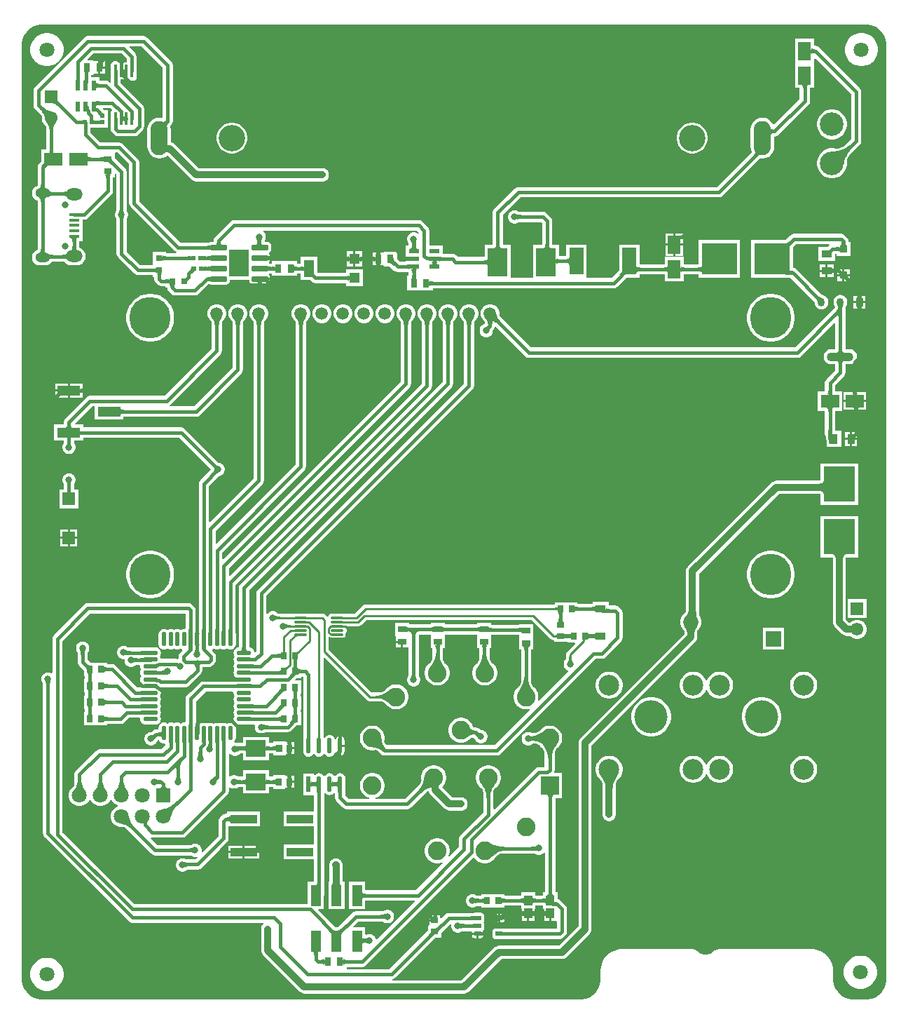
<source format=gtl>
G04*
G04 #@! TF.GenerationSoftware,Altium Limited,Altium Designer,24.7.2 (38)*
G04*
G04 Layer_Physical_Order=1*
G04 Layer_Color=255*
%FSLAX44Y44*%
%MOMM*%
G71*
G04*
G04 #@! TF.SameCoordinates,3EB35486-9304-4E7F-AAB6-153DF52DCD65*
G04*
G04*
G04 #@! TF.FilePolarity,Positive*
G04*
G01*
G75*
%ADD19C,0.2540*%
%ADD22R,1.5240X1.5240*%
%ADD23R,1.5240X1.5240*%
G04:AMPARAMS|DCode=24|XSize=1.97mm|YSize=0.6mm|CornerRadius=0.075mm|HoleSize=0mm|Usage=FLASHONLY|Rotation=180.000|XOffset=0mm|YOffset=0mm|HoleType=Round|Shape=RoundedRectangle|*
%AMROUNDEDRECTD24*
21,1,1.9700,0.4500,0,0,180.0*
21,1,1.8200,0.6000,0,0,180.0*
1,1,0.1500,-0.9100,0.2250*
1,1,0.1500,0.9100,0.2250*
1,1,0.1500,0.9100,-0.2250*
1,1,0.1500,-0.9100,-0.2250*
%
%ADD24ROUNDEDRECTD24*%
G04:AMPARAMS|DCode=25|XSize=1.56mm|YSize=0.4mm|CornerRadius=0.05mm|HoleSize=0mm|Usage=FLASHONLY|Rotation=90.000|XOffset=0mm|YOffset=0mm|HoleType=Round|Shape=RoundedRectangle|*
%AMROUNDEDRECTD25*
21,1,1.5600,0.3000,0,0,90.0*
21,1,1.4600,0.4000,0,0,90.0*
1,1,0.1000,0.1500,0.7300*
1,1,0.1000,0.1500,-0.7300*
1,1,0.1000,-0.1500,-0.7300*
1,1,0.1000,-0.1500,0.7300*
%
%ADD25ROUNDEDRECTD25*%
%ADD26R,1.2100X0.5900*%
%ADD27R,0.5900X1.2100*%
%ADD28R,2.2000X1.6000*%
%ADD29R,1.6000X2.2000*%
%ADD30R,1.3000X0.4500*%
%ADD31R,1.2200X0.9100*%
%ADD32R,0.6587X0.8121*%
%ADD33R,0.8121X0.6587*%
%ADD34R,3.2000X1.0000*%
G04:AMPARAMS|DCode=35|XSize=1.8741mm|YSize=0.5421mm|CornerRadius=0.2711mm|HoleSize=0mm|Usage=FLASHONLY|Rotation=90.000|XOffset=0mm|YOffset=0mm|HoleType=Round|Shape=RoundedRectangle|*
%AMROUNDEDRECTD35*
21,1,1.8741,0.0000,0,0,90.0*
21,1,1.3319,0.5421,0,0,90.0*
1,1,0.5421,0.0000,0.6660*
1,1,0.5421,0.0000,-0.6660*
1,1,0.5421,0.0000,-0.6660*
1,1,0.5421,0.0000,0.6660*
%
%ADD35ROUNDEDRECTD35*%
%ADD36R,0.5421X1.8741*%
%ADD37R,1.2000X2.5000*%
%ADD38R,0.8000X1.0000*%
%ADD39R,1.0000X0.8000*%
%ADD40R,1.0121X1.2578*%
%ADD41R,2.4000X2.0000*%
%ADD42O,1.7500X0.5500*%
%ADD43O,0.5500X1.7500*%
%ADD44R,2.7900X1.1900*%
%ADD45R,0.9500X0.9000*%
%ADD46R,1.2062X0.9562*%
%ADD47R,0.9562X1.2062*%
%ADD48R,2.4130X3.4290*%
%ADD49R,0.6000X0.5500*%
%ADD50R,0.5200X0.5200*%
%ADD51R,0.8000X0.8000*%
%ADD52R,0.9000X0.7000*%
%ADD53R,0.7500X0.9000*%
G04:AMPARAMS|DCode=54|XSize=0.55mm|YSize=0.8mm|CornerRadius=0.0495mm|HoleSize=0mm|Usage=FLASHONLY|Rotation=90.000|XOffset=0mm|YOffset=0mm|HoleType=Round|Shape=RoundedRectangle|*
%AMROUNDEDRECTD54*
21,1,0.5500,0.7010,0,0,90.0*
21,1,0.4510,0.8000,0,0,90.0*
1,1,0.0990,0.3505,0.2255*
1,1,0.0990,0.3505,-0.2255*
1,1,0.0990,-0.3505,-0.2255*
1,1,0.0990,-0.3505,0.2255*
%
%ADD54ROUNDEDRECTD54*%
%ADD55R,3.8100X4.2400*%
G04:AMPARAMS|DCode=56|XSize=1.45mm|YSize=0.3mm|CornerRadius=0.0495mm|HoleSize=0mm|Usage=FLASHONLY|Rotation=180.000|XOffset=0mm|YOffset=0mm|HoleType=Round|Shape=RoundedRectangle|*
%AMROUNDEDRECTD56*
21,1,1.4500,0.2010,0,0,180.0*
21,1,1.3510,0.3000,0,0,180.0*
1,1,0.0990,-0.6755,0.1005*
1,1,0.0990,0.6755,0.1005*
1,1,0.0990,0.6755,-0.1005*
1,1,0.0990,-0.6755,-0.1005*
%
%ADD56ROUNDEDRECTD56*%
G04:AMPARAMS|DCode=57|XSize=1.0043mm|YSize=3.1821mm|CornerRadius=0.4369mm|HoleSize=0mm|Usage=FLASHONLY|Rotation=270.000|XOffset=0mm|YOffset=0mm|HoleType=Round|Shape=RoundedRectangle|*
%AMROUNDEDRECTD57*
21,1,1.0043,2.3084,0,0,270.0*
21,1,0.1306,3.1821,0,0,270.0*
1,1,0.8737,-1.1542,-0.0653*
1,1,0.8737,-1.1542,0.0653*
1,1,0.8737,1.1542,0.0653*
1,1,0.8737,1.1542,-0.0653*
%
%ADD57ROUNDEDRECTD57*%
G04:AMPARAMS|DCode=58|XSize=1.0043mm|YSize=0.8721mm|CornerRadius=0.4361mm|HoleSize=0mm|Usage=FLASHONLY|Rotation=270.000|XOffset=0mm|YOffset=0mm|HoleType=Round|Shape=RoundedRectangle|*
%AMROUNDEDRECTD58*
21,1,1.0043,0.0000,0,0,270.0*
21,1,0.1322,0.8721,0,0,270.0*
1,1,0.8721,0.0000,-0.0661*
1,1,0.8721,0.0000,0.0661*
1,1,0.8721,0.0000,0.0661*
1,1,0.8721,0.0000,-0.0661*
%
%ADD58ROUNDEDRECTD58*%
%ADD59R,0.8721X1.0043*%
%ADD60R,4.2400X3.8100*%
%ADD61R,1.3000X1.3000*%
%ADD62R,1.3000X2.0000*%
%ADD63R,0.8000X0.8000*%
%ADD64R,1.7200X3.2000*%
%ADD100C,1.8500*%
%ADD101R,1.8500X1.8500*%
%ADD102R,1.5500X1.5500*%
%ADD103C,1.5500*%
%ADD104C,2.8542*%
%ADD105R,2.8542X2.8542*%
%ADD107R,2.4130X3.3020*%
%ADD108C,0.4572*%
%ADD109C,0.8128*%
%ADD110C,0.4064*%
%ADD111C,0.2794*%
%ADD112C,2.5000*%
%ADD113C,4.0000*%
%ADD114C,2.2500*%
%ADD115R,2.2500X2.2500*%
%ADD116C,5.0000*%
%ADD117C,1.5080*%
%ADD118R,1.5080X1.5080*%
%ADD119O,2.0700X4.1400*%
%ADD120C,3.2000*%
%ADD121O,2.0000X1.4500*%
%ADD122O,1.8000X1.1500*%
%ADD123C,0.8000*%
%ADD124R,1.8000X1.8000*%
%ADD125C,1.8000*%
%ADD126C,1.5240*%
%ADD127C,0.8382*%
G36*
X1027123Y1176314D02*
X1031745Y1174399D01*
X1035906Y1171619D01*
X1039443Y1168082D01*
X1042223Y1163921D01*
X1044138Y1159299D01*
X1045114Y1154392D01*
Y1151890D01*
Y25400D01*
Y22898D01*
X1044138Y17991D01*
X1042223Y13369D01*
X1039443Y9208D01*
X1035906Y5670D01*
X1031745Y2891D01*
X1027123Y976D01*
X1022216Y0D01*
X1003242D01*
X998335Y976D01*
X993712Y2891D01*
X989552Y5670D01*
X986014Y9208D01*
X983235Y13369D01*
X981320Y17991D01*
X980344Y22898D01*
Y35560D01*
X980222Y38050D01*
X979250Y42933D01*
X977345Y47533D01*
X974578Y51674D01*
X971058Y55195D01*
X966917Y57961D01*
X962317Y59866D01*
X957434Y60838D01*
X954944Y60960D01*
X843492D01*
X842217Y60897D01*
X839716Y60400D01*
X837360Y59424D01*
X835240Y58007D01*
X834294Y57150D01*
X833690Y56546D01*
X832270Y55597D01*
X830691Y54943D01*
X829016Y54610D01*
X824196D01*
X821827Y55081D01*
X819595Y56006D01*
X817586Y57348D01*
X816732Y58202D01*
X816732Y58202D01*
X816731Y58203D01*
X816514Y58420D01*
X815888Y58988D01*
X815883Y58992D01*
X815829Y59028D01*
X814470Y59936D01*
X812899Y60587D01*
X811232Y60918D01*
X810382Y60960D01*
X725074D01*
X722584Y60838D01*
X717701Y59866D01*
X713101Y57961D01*
X708960Y55195D01*
X705440Y51674D01*
X702673Y47533D01*
X700768Y42933D01*
X699796Y38050D01*
X699674Y35560D01*
Y22898D01*
X698698Y17991D01*
X696783Y13369D01*
X694003Y9208D01*
X690465Y5670D01*
X686305Y2891D01*
X681683Y976D01*
X676776Y0D01*
X22802D01*
X17895Y976D01*
X13273Y2891D01*
X9112Y5670D01*
X5574Y9208D01*
X2795Y13369D01*
X880Y17991D01*
X-96Y22898D01*
Y27940D01*
X0Y1139495D01*
Y1154392D01*
X976Y1159299D01*
X2891Y1163921D01*
X5670Y1168082D01*
X9208Y1171619D01*
X13369Y1174399D01*
X17991Y1176314D01*
X22898Y1177290D01*
X1022216D01*
X1027123Y1176314D01*
D02*
G37*
%LPC*%
G36*
X1016704Y1166850D02*
X1012756D01*
X1008885Y1166080D01*
X1005238Y1164569D01*
X1001955Y1162376D01*
X999164Y1159585D01*
X996971Y1156302D01*
X995460Y1152655D01*
X994690Y1148784D01*
Y1144836D01*
X995460Y1140965D01*
X996971Y1137318D01*
X999164Y1134035D01*
X1001955Y1131244D01*
X1005238Y1129051D01*
X1008885Y1127540D01*
X1012756Y1126770D01*
X1016704D01*
X1020575Y1127540D01*
X1024222Y1129051D01*
X1027505Y1131244D01*
X1030296Y1134035D01*
X1032489Y1137318D01*
X1034000Y1140965D01*
X1034770Y1144836D01*
Y1148784D01*
X1034000Y1152655D01*
X1032489Y1156302D01*
X1030296Y1159585D01*
X1027505Y1162376D01*
X1024222Y1164569D01*
X1020575Y1166080D01*
X1016704Y1166850D01*
D02*
G37*
G36*
X32454D02*
X28506D01*
X24634Y1166080D01*
X20988Y1164569D01*
X17705Y1162376D01*
X14914Y1159585D01*
X12721Y1156302D01*
X11210Y1152655D01*
X10440Y1148784D01*
Y1144836D01*
X11210Y1140965D01*
X12721Y1137318D01*
X14914Y1134035D01*
X17705Y1131244D01*
X20988Y1129051D01*
X24634Y1127540D01*
X28506Y1126770D01*
X32454D01*
X36326Y1127540D01*
X39973Y1129051D01*
X43255Y1131244D01*
X46046Y1134035D01*
X48239Y1137318D01*
X49750Y1140965D01*
X50520Y1144836D01*
Y1148784D01*
X49750Y1152655D01*
X48239Y1156302D01*
X46046Y1159585D01*
X43255Y1162376D01*
X39973Y1164569D01*
X36326Y1166080D01*
X32454Y1166850D01*
D02*
G37*
G36*
X980951Y1074721D02*
X977389D01*
X973896Y1074026D01*
X970605Y1072663D01*
X967644Y1070684D01*
X965126Y1068166D01*
X963147Y1065204D01*
X961784Y1061914D01*
X961089Y1058421D01*
Y1054859D01*
X961784Y1051366D01*
X963147Y1048075D01*
X965126Y1045114D01*
X967644Y1042596D01*
X970605Y1040617D01*
X973896Y1039254D01*
X977389Y1038559D01*
X980951D01*
X984444Y1039254D01*
X987735Y1040617D01*
X990696Y1042596D01*
X993214Y1045114D01*
X995193Y1048075D01*
X996556Y1051366D01*
X997251Y1054859D01*
Y1058421D01*
X996556Y1061914D01*
X995193Y1065204D01*
X993214Y1068166D01*
X990696Y1070684D01*
X987735Y1072663D01*
X984444Y1074026D01*
X980951Y1074721D01*
D02*
G37*
G36*
X147320Y1163185D02*
X80010D01*
X77632Y1162712D01*
X75615Y1161365D01*
X15925Y1101675D01*
X14578Y1099659D01*
X14105Y1097280D01*
Y1079870D01*
X14578Y1077491D01*
X14578Y1077491D01*
X15925Y1075475D01*
X24434Y1066966D01*
X24170Y1065982D01*
Y1062938D01*
X24958Y1059998D01*
X26480Y1057362D01*
X28632Y1055210D01*
X29726Y1054579D01*
X29774Y1054474D01*
Y1026540D01*
X23530D01*
Y1011710D01*
X20895Y1009075D01*
X19547Y1007058D01*
X19074Y1004680D01*
Y982590D01*
X17219Y981821D01*
X15222Y980288D01*
X13689Y978291D01*
X12726Y975966D01*
X12397Y973470D01*
X12726Y970975D01*
X13689Y968649D01*
X15222Y966652D01*
X17219Y965120D01*
X19074Y964351D01*
Y905089D01*
X17219Y904320D01*
X15222Y902788D01*
X13689Y900791D01*
X12726Y898465D01*
X12397Y895970D01*
X12726Y893474D01*
X13689Y891149D01*
X15222Y889152D01*
X17219Y887619D01*
X19544Y886656D01*
X22040Y886327D01*
X28540D01*
X31035Y886656D01*
X33361Y887619D01*
X35358Y889152D01*
X36396Y890505D01*
X43738D01*
X44944Y890745D01*
X45791Y890913D01*
X51631D01*
X52652Y889582D01*
X54963Y887809D01*
X57653Y886695D01*
X60540Y886314D01*
X66040D01*
X68927Y886695D01*
X71618Y887809D01*
X73928Y889582D01*
X75701Y891892D01*
X76816Y894583D01*
X77196Y897470D01*
X76816Y900357D01*
X75701Y903048D01*
X73928Y905358D01*
X71618Y907131D01*
X69506Y908006D01*
Y915660D01*
X73600D01*
Y922160D01*
Y928660D01*
Y935160D01*
Y941505D01*
X75230D01*
X77609Y941978D01*
X79625Y943325D01*
X108535Y972235D01*
X109882Y974251D01*
X110355Y976630D01*
Y992420D01*
X112450D01*
Y996824D01*
X113580Y997310D01*
X114435Y996609D01*
Y952520D01*
X114248Y952333D01*
X113194Y950508D01*
X112649Y948473D01*
Y946367D01*
X113194Y944332D01*
X114248Y942507D01*
X114693Y942061D01*
Y900430D01*
X115147Y898151D01*
X116438Y896218D01*
X136518Y876138D01*
X138451Y874847D01*
X140730Y874393D01*
X140730Y874393D01*
X158560D01*
Y872540D01*
X160413D01*
Y869790D01*
X160867Y867511D01*
X162158Y865579D01*
X164539Y863198D01*
X166471Y861907D01*
X168750Y861453D01*
X173920D01*
Y859600D01*
X175787D01*
X176227Y857391D01*
X177518Y855458D01*
X181208Y851768D01*
X183141Y850477D01*
X185420Y850023D01*
X209550D01*
X211829Y850477D01*
X213762Y851768D01*
X225987Y863994D01*
X226380D01*
X227261Y863405D01*
X229040Y863051D01*
X247240D01*
X249019Y863405D01*
X250528Y864412D01*
X251536Y865921D01*
X251890Y867700D01*
Y868680D01*
X275185D01*
Y867700D01*
X275441Y866416D01*
X276168Y865328D01*
X277256Y864601D01*
X278540Y864345D01*
X285214D01*
X285148Y864742D01*
X284988Y865340D01*
X284782Y865846D01*
X284531Y866261D01*
X284234Y866583D01*
X283891Y866813D01*
X283502Y866951D01*
X283068Y866997D01*
X286370D01*
Y869950D01*
X287640D01*
Y871220D01*
X295944D01*
X297418Y872481D01*
X297550Y871926D01*
X297726Y871371D01*
X297786Y871220D01*
X300094D01*
Y872200D01*
X299839Y873484D01*
X299112Y874572D01*
X298702Y874846D01*
X298642Y875256D01*
X298811Y876300D01*
X299400Y876693D01*
X302190D01*
Y873840D01*
X332810D01*
Y876693D01*
X336840D01*
Y868840D01*
X348670D01*
X350755Y866755D01*
X352771Y865408D01*
X355150Y864934D01*
X391840D01*
Y860840D01*
X412460D01*
Y881460D01*
X391840D01*
Y877365D01*
X357724D01*
X357460Y877630D01*
Y896460D01*
X336840D01*
Y888606D01*
X332810D01*
Y891460D01*
X302190D01*
Y888606D01*
X299400D01*
X298811Y889000D01*
X298642Y890044D01*
X298702Y890454D01*
X299112Y890728D01*
X299839Y891816D01*
X300071Y892985D01*
X298755Y892904D01*
X298284Y892833D01*
X297875Y892749D01*
X297528Y892653D01*
X297244Y892544D01*
X297020Y892422D01*
Y894080D01*
X287640D01*
Y896620D01*
X297020D01*
Y898278D01*
X297244Y898156D01*
X297528Y898047D01*
X297875Y897951D01*
X298284Y897867D01*
X298755Y897796D01*
X299883Y897694D01*
X300077Y897686D01*
X299839Y898884D01*
X299112Y899972D01*
X298702Y900246D01*
X298642Y900656D01*
X298811Y901700D01*
X300027Y902512D01*
X301035Y904021D01*
X301389Y905800D01*
Y910300D01*
X301035Y912079D01*
X300027Y913588D01*
X298519Y914595D01*
X296740Y914949D01*
X294325D01*
X294095Y915176D01*
X293643Y916219D01*
X294476Y917662D01*
X295021Y919697D01*
Y921803D01*
X294476Y923838D01*
X293422Y925663D01*
X291933Y927152D01*
X291790Y927235D01*
X292131Y928505D01*
X477486D01*
X479980Y926010D01*
X479869Y925096D01*
X478623Y924612D01*
X476798Y925666D01*
X474763Y926211D01*
X472657D01*
X470622Y925666D01*
X468797Y924612D01*
X467308Y923123D01*
X466254Y921298D01*
X465709Y919263D01*
Y917157D01*
X466254Y915122D01*
X467308Y913297D01*
X467570Y913035D01*
Y910340D01*
X464000D01*
Y896820D01*
X465270D01*
Y896430D01*
X466768Y896524D01*
X467154Y896594D01*
X467454Y896676D01*
X467669Y896771D01*
X467797Y896879D01*
X467840Y897000D01*
Y895350D01*
X473860D01*
Y892810D01*
X467840D01*
Y891161D01*
X467797Y891281D01*
X467669Y891389D01*
X467454Y891484D01*
X467154Y891566D01*
X466768Y891636D01*
X466296Y891693D01*
X465270Y891758D01*
Y891340D01*
X464000D01*
Y890795D01*
X456845D01*
X453580Y894060D01*
Y902890D01*
X437960D01*
Y902621D01*
X437310Y901620D01*
X436690Y901620D01*
X433177D01*
X433207Y901290D01*
X433325Y900695D01*
X433477Y900192D01*
X433662Y899781D01*
X433881Y899461D01*
X434133Y899232D01*
X434419Y899095D01*
X434739Y899050D01*
X432040D01*
Y894080D01*
Y889110D01*
X434739D01*
X434419Y889065D01*
X434133Y888928D01*
X433881Y888699D01*
X433662Y888379D01*
X433477Y887968D01*
X433325Y887465D01*
X433207Y886870D01*
X433167Y886540D01*
X436690D01*
X437310Y886540D01*
X437960Y885539D01*
Y885270D01*
X444790D01*
X449875Y880185D01*
X451892Y878838D01*
X454270Y878364D01*
X464000D01*
Y877820D01*
X467629D01*
Y873680D01*
X466020D01*
Y856060D01*
X496640D01*
Y858655D01*
X715090D01*
X717469Y859128D01*
X719485Y860475D01*
X730740Y871730D01*
X746770D01*
Y875404D01*
X776860D01*
Y866810D01*
X800480D01*
Y875404D01*
X818070D01*
Y871220D01*
X868090D01*
Y916940D01*
X818070D01*
Y887835D01*
X800480D01*
Y896430D01*
X776860D01*
Y887835D01*
X746770D01*
Y911350D01*
X721950D01*
Y880520D01*
X712516Y871085D01*
X683673D01*
X682670Y871730D01*
Y911350D01*
X657850D01*
Y897755D01*
X649605D01*
Y911225D01*
X641215D01*
Y939800D01*
X640742Y942178D01*
X639395Y944195D01*
X634315Y949275D01*
X632299Y950622D01*
X629920Y951095D01*
X600730D01*
X600543Y951282D01*
X598718Y952336D01*
X596683Y952881D01*
X594577D01*
X592542Y952336D01*
X590717Y951282D01*
X589228Y949793D01*
X588174Y947968D01*
X587629Y945933D01*
Y943827D01*
X588174Y941792D01*
X589228Y939967D01*
X590717Y938478D01*
X592542Y937424D01*
X594577Y936879D01*
X596683D01*
X598718Y937424D01*
X600543Y938478D01*
X600730Y938665D01*
X627346D01*
X628785Y937225D01*
Y911225D01*
X617855D01*
Y871085D01*
X591185D01*
Y911225D01*
X581525D01*
Y947385D01*
X602649Y968510D01*
X842645D01*
X845024Y968983D01*
X847040Y970330D01*
X892548Y1015838D01*
X895130Y1015498D01*
X898827Y1015984D01*
X902271Y1017411D01*
X905229Y1019681D01*
X907499Y1022639D01*
X908925Y1026084D01*
X909412Y1029780D01*
Y1041874D01*
X909660D01*
X912038Y1042347D01*
X914055Y1043695D01*
X950845Y1080485D01*
X952193Y1082502D01*
X952666Y1084880D01*
Y1100490D01*
X957960D01*
Y1129220D01*
X957960Y1130110D01*
X957960Y1131380D01*
Y1135981D01*
X959133Y1136467D01*
X1002165Y1093436D01*
Y1066100D01*
Y1038895D01*
X993094Y1029824D01*
X992745Y1029647D01*
X990741Y1028827D01*
X988574Y1028121D01*
X986275Y1027540D01*
X983849Y1027154D01*
X980951Y1027731D01*
X977389D01*
X973896Y1027036D01*
X970605Y1025673D01*
X967644Y1023694D01*
X965126Y1021176D01*
X963147Y1018214D01*
X961784Y1014924D01*
X961089Y1011431D01*
Y1007869D01*
X961784Y1004376D01*
X963147Y1001086D01*
X965126Y998124D01*
X967644Y995606D01*
X970605Y993627D01*
X973896Y992264D01*
X977389Y991569D01*
X980951D01*
X984444Y992264D01*
X987735Y993627D01*
X990696Y995606D01*
X993214Y998124D01*
X995193Y1001086D01*
X996556Y1004376D01*
X997251Y1007869D01*
Y1011431D01*
X997092Y1012233D01*
X997567Y1013722D01*
X998385Y1015842D01*
X999316Y1017872D01*
X1000008Y1019158D01*
X1012775Y1031925D01*
X1014122Y1033941D01*
X1014595Y1036320D01*
Y1066100D01*
Y1096010D01*
X1014122Y1098389D01*
X1012775Y1100405D01*
X963485Y1149695D01*
X961468Y1151042D01*
X959090Y1151516D01*
X957960D01*
Y1160110D01*
X934340D01*
Y1131380D01*
X934340Y1130490D01*
X934340Y1129220D01*
Y1100490D01*
X940235D01*
Y1087455D01*
X909157Y1056377D01*
X907911Y1056625D01*
X907499Y1057621D01*
X905229Y1060579D01*
X902271Y1062849D01*
X898827Y1064276D01*
X895130Y1064762D01*
X891433Y1064276D01*
X887989Y1062849D01*
X885031Y1060579D01*
X882761Y1057621D01*
X881335Y1054176D01*
X880848Y1050480D01*
Y1029780D01*
X881335Y1026084D01*
X882471Y1023341D01*
X840070Y980940D01*
X600075D01*
X597696Y980467D01*
X595680Y979120D01*
X570915Y954355D01*
X569568Y952339D01*
X569095Y949960D01*
Y911225D01*
X559435D01*
Y896485D01*
X527085D01*
X525095Y898475D01*
X523079Y899822D01*
X520700Y900295D01*
X508820D01*
Y910340D01*
X492625D01*
Y928370D01*
X492152Y930749D01*
X490805Y932765D01*
X484455Y939115D01*
X482439Y940462D01*
X480060Y940935D01*
X256540D01*
X254161Y940462D01*
X252145Y939115D01*
X233745Y920715D01*
X232398Y918699D01*
X231925Y916320D01*
Y914949D01*
X229040D01*
X227261Y914595D01*
X226380Y914007D01*
X191697D01*
X141847Y963857D01*
Y1010920D01*
X141393Y1013199D01*
X140102Y1015132D01*
X140102Y1015132D01*
X122322Y1032912D01*
X120389Y1034203D01*
X118110Y1034657D01*
X95177D01*
X83125Y1046709D01*
Y1052620D01*
X91380D01*
Y1052580D01*
X104200D01*
Y1060580D01*
Y1073400D01*
X99804D01*
X97935Y1075268D01*
X98421Y1076442D01*
X106870D01*
X108893Y1074418D01*
X108833Y1073807D01*
X107880Y1072382D01*
X107545Y1070700D01*
Y1063712D01*
X107484Y1063400D01*
Y1051150D01*
X107937Y1048871D01*
X109228Y1046938D01*
X112215Y1043952D01*
X114147Y1042661D01*
X116426Y1042207D01*
X136304D01*
X138583Y1042661D01*
X140515Y1043952D01*
X146452Y1049888D01*
X147743Y1051821D01*
X148196Y1054100D01*
Y1075690D01*
X147743Y1077969D01*
X146452Y1079902D01*
X119396Y1106957D01*
Y1110601D01*
X121440D01*
X122626Y1110836D01*
X123190Y1111213D01*
X123754Y1110836D01*
X124940Y1110601D01*
X125170D01*
Y1121000D01*
X126957D01*
X127045Y1120559D01*
Y1113700D01*
X127380Y1112018D01*
X127710Y1111523D01*
Y1110601D01*
X127940D01*
X128282Y1110668D01*
X128333Y1110593D01*
X129758Y1109640D01*
X131440Y1109306D01*
X134440D01*
X136122Y1109640D01*
X137547Y1110593D01*
X138500Y1112018D01*
X138834Y1113700D01*
Y1120688D01*
X138897Y1121000D01*
X138864Y1121161D01*
Y1138362D01*
X138411Y1140641D01*
X137120Y1142574D01*
X130112Y1149581D01*
X130598Y1150755D01*
X144746D01*
X170315Y1125185D01*
Y1065349D01*
X169044Y1064379D01*
X166130Y1064762D01*
X162434Y1064276D01*
X158989Y1062849D01*
X156031Y1060579D01*
X153762Y1057621D01*
X152335Y1054176D01*
X151848Y1050480D01*
Y1029780D01*
X152335Y1026084D01*
X153762Y1022639D01*
X156031Y1019681D01*
X158989Y1017411D01*
X162434Y1015984D01*
X166130Y1015498D01*
X169827Y1015984D01*
X173271Y1017411D01*
X175730Y1019298D01*
X204964Y990064D01*
X206609Y988802D01*
X208525Y988009D01*
X210580Y987738D01*
X210580Y987738D01*
X361946D01*
X362167Y987679D01*
X364273D01*
X366308Y988224D01*
X368133Y989278D01*
X369622Y990767D01*
X370676Y992592D01*
X371221Y994627D01*
Y996733D01*
X370676Y998768D01*
X369622Y1000593D01*
X368133Y1002082D01*
X366308Y1003136D01*
X364273Y1003681D01*
X362167D01*
X361946Y1003622D01*
X213870D01*
X184501Y1032990D01*
X182857Y1034252D01*
X180941Y1035046D01*
X180412Y1035116D01*
Y1050480D01*
X179926Y1054176D01*
X179616Y1054924D01*
X180925Y1056233D01*
X182272Y1058250D01*
X182745Y1060628D01*
Y1127760D01*
X182272Y1130138D01*
X180925Y1132155D01*
X151715Y1161365D01*
X149699Y1162712D01*
X149304Y1162791D01*
X147320Y1163185D01*
D02*
G37*
G36*
X812006Y1058670D02*
X808354D01*
X804772Y1057958D01*
X801398Y1056560D01*
X798361Y1054531D01*
X795779Y1051949D01*
X793750Y1048912D01*
X792352Y1045538D01*
X791640Y1041956D01*
Y1038304D01*
X792352Y1034722D01*
X793750Y1031348D01*
X795779Y1028311D01*
X798361Y1025729D01*
X801398Y1023700D01*
X804772Y1022302D01*
X808354Y1021590D01*
X812006D01*
X815588Y1022302D01*
X818962Y1023700D01*
X821998Y1025729D01*
X824581Y1028311D01*
X826610Y1031348D01*
X828007Y1034722D01*
X828720Y1038304D01*
Y1041956D01*
X828007Y1045538D01*
X826610Y1048912D01*
X824581Y1051949D01*
X821998Y1054531D01*
X818962Y1056560D01*
X815588Y1057958D01*
X812006Y1058670D01*
D02*
G37*
G36*
X255856D02*
X252204D01*
X248622Y1057958D01*
X245248Y1056560D01*
X242211Y1054531D01*
X239629Y1051949D01*
X237600Y1048912D01*
X236202Y1045538D01*
X235490Y1041956D01*
Y1038304D01*
X236202Y1034722D01*
X237600Y1031348D01*
X239629Y1028311D01*
X242211Y1025729D01*
X245248Y1023700D01*
X248622Y1022302D01*
X252204Y1021590D01*
X255856D01*
X259438Y1022302D01*
X262812Y1023700D01*
X265849Y1025729D01*
X268431Y1028311D01*
X270460Y1031348D01*
X271857Y1034722D01*
X272570Y1038304D01*
Y1041956D01*
X271857Y1045538D01*
X270460Y1048912D01*
X268431Y1051949D01*
X265849Y1054531D01*
X262812Y1056560D01*
X259438Y1057958D01*
X255856Y1058670D01*
D02*
G37*
G36*
X799210Y925160D02*
X789940D01*
Y912890D01*
X799210D01*
Y925160D01*
D02*
G37*
G36*
X787400D02*
X778130D01*
Y912890D01*
X787400D01*
Y925160D01*
D02*
G37*
G36*
X799210Y910350D02*
X789940D01*
Y898080D01*
X799210D01*
Y910350D01*
D02*
G37*
G36*
X787400D02*
X778130D01*
Y898080D01*
X787400D01*
Y910350D01*
D02*
G37*
G36*
X990462Y924425D02*
X933060D01*
X930681Y923952D01*
X928665Y922605D01*
X923000Y916940D01*
X881770D01*
Y871220D01*
X922944D01*
X923544Y871101D01*
X929210D01*
X958189Y842122D01*
Y841349D01*
X958469Y839216D01*
X959293Y837229D01*
X960602Y835522D01*
X962309Y834212D01*
X964297Y833389D01*
X966430Y833108D01*
X968563Y833389D01*
X970551Y834212D01*
X972257Y835522D01*
X973567Y837229D01*
X974390Y839216D01*
X974671Y841349D01*
Y842671D01*
X974390Y844804D01*
X973567Y846791D01*
X972257Y848498D01*
X970551Y849808D01*
X968563Y850631D01*
X967062Y850829D01*
X936180Y881711D01*
X934163Y883058D01*
X931790Y883530D01*
Y908150D01*
X935634Y911995D01*
X975418D01*
X975803Y910725D01*
X975340Y910415D01*
X973871Y908946D01*
X962979D01*
Y891764D01*
X982661D01*
Y899805D01*
X984580D01*
Y897710D01*
X1001700D01*
Y914330D01*
X999355D01*
Y915532D01*
X998882Y917910D01*
X997535Y919927D01*
X994857Y922605D01*
X992840Y923952D01*
X992446Y924031D01*
X990462Y924425D01*
D02*
G37*
G36*
X411190Y903190D02*
X403420D01*
Y895420D01*
X408620D01*
Y898687D01*
X408665Y898253D01*
X408802Y897864D01*
X409031Y897521D01*
X409351Y897224D01*
X409763Y896973D01*
X410266Y896767D01*
X410860Y896607D01*
X411190Y896552D01*
Y903190D01*
D02*
G37*
G36*
X400880D02*
X393110D01*
Y896585D01*
X393456Y896642D01*
X394054Y896802D01*
X394560Y897008D01*
X394975Y897259D01*
X395297Y897556D01*
X395527Y897899D01*
X395665Y898288D01*
X395711Y898722D01*
Y895420D01*
X400880D01*
Y903190D01*
D02*
G37*
G36*
X428373Y901620D02*
X424230D01*
Y896550D01*
X424576Y896607D01*
X425174Y896767D01*
X425680Y896973D01*
X426094Y897224D01*
X426417Y897521D01*
X426647Y897864D01*
X426785Y898253D01*
X426831Y898687D01*
Y895350D01*
X429500D01*
Y899050D01*
X426800D01*
X427120Y899095D01*
X427406Y899232D01*
X427659Y899461D01*
X427878Y899781D01*
X428063Y900192D01*
X428214Y900695D01*
X428332Y901290D01*
X428373Y901620D01*
D02*
G37*
G36*
X400880Y892880D02*
X395711D01*
Y889578D01*
X395665Y890012D01*
X395527Y890401D01*
X395297Y890744D01*
X394975Y891041D01*
X394560Y891293D01*
X394054Y891498D01*
X393456Y891658D01*
X393110Y891716D01*
Y885110D01*
X400880D01*
Y892880D01*
D02*
G37*
G36*
X429500Y892810D02*
X426831D01*
Y889543D01*
X426785Y889977D01*
X426647Y890366D01*
X426417Y890709D01*
X426094Y891006D01*
X425680Y891258D01*
X425174Y891463D01*
X424576Y891623D01*
X424230Y891681D01*
Y886540D01*
X428363D01*
X428332Y886870D01*
X428214Y887465D01*
X428063Y887968D01*
X427878Y888379D01*
X427659Y888699D01*
X427406Y888928D01*
X427120Y889065D01*
X426800Y889110D01*
X429500D01*
Y892810D01*
D02*
G37*
G36*
X408620Y892880D02*
X403420D01*
Y885110D01*
X411190D01*
Y891678D01*
X410860Y891623D01*
X410266Y891463D01*
X409763Y891258D01*
X409351Y891006D01*
X409031Y890709D01*
X408802Y890366D01*
X408665Y889977D01*
X408620Y889543D01*
Y892880D01*
D02*
G37*
G36*
X981391Y887176D02*
X974090D01*
Y881125D01*
X978790D01*
Y884427D01*
X978836Y883993D01*
X978974Y883604D01*
X979204Y883261D01*
X979526Y882964D01*
X979941Y882712D01*
X980447Y882507D01*
X981045Y882347D01*
X981391Y882290D01*
Y887176D01*
D02*
G37*
G36*
X971550D02*
X964249D01*
Y881125D01*
X971550D01*
Y887176D01*
D02*
G37*
G36*
X1000430Y881560D02*
X994410D01*
Y875790D01*
X997133D01*
X997859Y876516D01*
X997601Y876161D01*
X997487Y875790D01*
X1000430D01*
Y881560D01*
D02*
G37*
G36*
X991870D02*
X985850D01*
Y875790D01*
X991870D01*
Y881560D01*
D02*
G37*
G36*
X994593Y873250D02*
X994410D01*
Y873067D01*
X994593Y873250D01*
D02*
G37*
G36*
X978790Y878585D02*
X974090D01*
Y872534D01*
X981391D01*
Y877421D01*
X981045Y877363D01*
X980447Y877203D01*
X979941Y876998D01*
X979526Y876746D01*
X979204Y876449D01*
X978974Y876106D01*
X978836Y875717D01*
X978790Y875283D01*
Y878585D01*
D02*
G37*
G36*
X971550D02*
X964249D01*
Y872534D01*
X971550D01*
Y878585D01*
D02*
G37*
G36*
X1000430Y873250D02*
X998361D01*
X998765Y872669D01*
X999411Y871861D01*
X1000430Y870764D01*
Y873250D01*
D02*
G37*
G36*
X300094Y868680D02*
X299212D01*
X299261Y868612D01*
X300081Y867633D01*
X300094Y867700D01*
Y868680D01*
D02*
G37*
G36*
X1000430Y869388D02*
X998522Y867480D01*
X1000430D01*
Y869388D01*
D02*
G37*
G36*
X994410Y869712D02*
Y867480D01*
X997173D01*
X996922Y867723D01*
X995241Y869145D01*
X994497Y869662D01*
X994410Y869712D01*
D02*
G37*
G36*
X991870Y873250D02*
X985850D01*
Y867480D01*
X991870D01*
Y870346D01*
X991749Y870309D01*
X991394Y870051D01*
X991870Y870527D01*
Y873250D01*
D02*
G37*
G36*
X292975Y868680D02*
X288910D01*
Y866997D01*
X291008D01*
X292975Y868680D01*
D02*
G37*
G36*
X299200Y865460D02*
X298980Y865240D01*
X299112Y865328D01*
X299200Y865460D01*
D02*
G37*
G36*
X291819Y867339D02*
X291383Y867230D01*
X291008Y866997D01*
X292212D01*
X291777Y866951D01*
X291389Y866813D01*
X291046Y866583D01*
X290749Y866261D01*
X290497Y865846D01*
X290292Y865340D01*
X290131Y864742D01*
X290066Y864345D01*
X296740D01*
X296822Y864362D01*
X296556Y864619D01*
X294901Y866018D01*
X294164Y866531D01*
X293487Y866919D01*
X292871Y867184D01*
X292314Y867323D01*
X291819Y867339D01*
D02*
G37*
G36*
X1019131Y849572D02*
X1014651D01*
X1014700Y849241D01*
X1014843Y848647D01*
X1015027Y848144D01*
X1015252Y847732D01*
X1015518Y847412D01*
X1015824Y847184D01*
X1016172Y847047D01*
X1016560Y847001D01*
X1013500D01*
Y843280D01*
X1019131D01*
Y849572D01*
D02*
G37*
G36*
X1009809D02*
X1005330D01*
Y843280D01*
X1010960D01*
Y847001D01*
X1007900D01*
X1008288Y847047D01*
X1008636Y847184D01*
X1008942Y847412D01*
X1009208Y847732D01*
X1009433Y848144D01*
X1009617Y848647D01*
X1009760Y849241D01*
X1009809Y849572D01*
D02*
G37*
G36*
X1019131Y840740D02*
X1013500D01*
Y837019D01*
X1016560D01*
X1016172Y836973D01*
X1015824Y836836D01*
X1015518Y836608D01*
X1015252Y836288D01*
X1015027Y835876D01*
X1014843Y835373D01*
X1014700Y834779D01*
X1014651Y834448D01*
X1019131D01*
Y840740D01*
D02*
G37*
G36*
X1010960D02*
X1005330D01*
Y834448D01*
X1009809D01*
X1009760Y834779D01*
X1009617Y835373D01*
X1009433Y835876D01*
X1009208Y836288D01*
X1008942Y836608D01*
X1008636Y836836D01*
X1008288Y836973D01*
X1007900Y837019D01*
X1010960D01*
Y840740D01*
D02*
G37*
G36*
X440445Y839489D02*
X437457D01*
X434570Y838715D01*
X431982Y837221D01*
X429869Y835108D01*
X428375Y832520D01*
X427601Y829633D01*
Y826644D01*
X428375Y823758D01*
X429869Y821170D01*
X431982Y819056D01*
X434570Y817562D01*
X437457Y816789D01*
X440445D01*
X443332Y817562D01*
X445920Y819056D01*
X448033Y821170D01*
X449528Y823758D01*
X450301Y826644D01*
Y829633D01*
X449528Y832520D01*
X448033Y835108D01*
X445920Y837221D01*
X443332Y838715D01*
X440445Y839489D01*
D02*
G37*
G36*
X415045D02*
X412057D01*
X409170Y838715D01*
X406582Y837221D01*
X404469Y835108D01*
X402975Y832520D01*
X402201Y829633D01*
Y826644D01*
X402975Y823758D01*
X404469Y821170D01*
X406582Y819056D01*
X409170Y817562D01*
X412057Y816789D01*
X415045D01*
X417932Y817562D01*
X420520Y819056D01*
X422633Y821170D01*
X424128Y823758D01*
X424901Y826644D01*
Y829633D01*
X424128Y832520D01*
X422633Y835108D01*
X420520Y837221D01*
X417932Y838715D01*
X415045Y839489D01*
D02*
G37*
G36*
X389645D02*
X386657D01*
X383770Y838715D01*
X381182Y837221D01*
X379069Y835108D01*
X377575Y832520D01*
X376801Y829633D01*
Y826644D01*
X377575Y823758D01*
X379069Y821170D01*
X381182Y819056D01*
X383770Y817562D01*
X386657Y816789D01*
X389645D01*
X392532Y817562D01*
X395120Y819056D01*
X397233Y821170D01*
X398728Y823758D01*
X399501Y826644D01*
Y829633D01*
X398728Y832520D01*
X397233Y835108D01*
X395120Y837221D01*
X392532Y838715D01*
X389645Y839489D01*
D02*
G37*
G36*
X364245D02*
X361257D01*
X358370Y838715D01*
X355782Y837221D01*
X353669Y835108D01*
X352175Y832520D01*
X351401Y829633D01*
Y826644D01*
X352175Y823758D01*
X353669Y821170D01*
X355782Y819056D01*
X358370Y817562D01*
X361257Y816789D01*
X364245D01*
X367132Y817562D01*
X369720Y819056D01*
X371833Y821170D01*
X373328Y823758D01*
X374101Y826644D01*
Y829633D01*
X373328Y832520D01*
X371833Y835108D01*
X369720Y837221D01*
X367132Y838715D01*
X364245Y839489D01*
D02*
G37*
G36*
X907618Y851948D02*
X903084D01*
X898605Y851239D01*
X894292Y849838D01*
X890251Y847779D01*
X886583Y845113D01*
X883376Y841907D01*
X880711Y838238D01*
X878652Y834197D01*
X877250Y829885D01*
X876541Y825406D01*
Y820871D01*
X877250Y816392D01*
X878652Y812079D01*
X880711Y808039D01*
X883376Y804370D01*
X886583Y801163D01*
X890251Y798498D01*
X894292Y796439D01*
X898605Y795038D01*
X903084Y794328D01*
X907618D01*
X912097Y795038D01*
X916410Y796439D01*
X920451Y798498D01*
X924119Y801163D01*
X927326Y804370D01*
X929992Y808039D01*
X932050Y812079D01*
X933452Y816392D01*
X934161Y820871D01*
Y825406D01*
X933452Y829885D01*
X932050Y834197D01*
X929992Y838238D01*
X927326Y841907D01*
X924119Y845113D01*
X920451Y847779D01*
X916410Y849838D01*
X912097Y851239D01*
X907618Y851948D01*
D02*
G37*
G36*
X157618D02*
X153084D01*
X148605Y851239D01*
X144292Y849838D01*
X140251Y847779D01*
X136582Y845113D01*
X133376Y841907D01*
X130710Y838238D01*
X128652Y834197D01*
X127250Y829885D01*
X126541Y825406D01*
Y820871D01*
X127250Y816392D01*
X128652Y812079D01*
X130710Y808039D01*
X133376Y804370D01*
X136582Y801163D01*
X140251Y798498D01*
X144292Y796439D01*
X148605Y795038D01*
X153084Y794328D01*
X157618D01*
X162097Y795038D01*
X166410Y796439D01*
X170451Y798498D01*
X174119Y801163D01*
X177326Y804370D01*
X179991Y808039D01*
X182050Y812079D01*
X183452Y816392D01*
X184161Y820871D01*
Y825406D01*
X183452Y829885D01*
X182050Y834197D01*
X179991Y838238D01*
X177326Y841907D01*
X174119Y845113D01*
X170451Y847779D01*
X166410Y849838D01*
X162097Y851239D01*
X157618Y851948D01*
D02*
G37*
G36*
X989330Y850912D02*
X987197Y850631D01*
X985209Y849808D01*
X983503Y848498D01*
X982193Y846791D01*
X981370Y844804D01*
X981089Y842671D01*
Y841349D01*
X981370Y839216D01*
X982193Y837229D01*
X983115Y836028D01*
Y835695D01*
X934686Y787265D01*
X615614D01*
X577076Y825804D01*
X577301Y826644D01*
Y829633D01*
X576528Y832520D01*
X575033Y835108D01*
X572920Y837221D01*
X570332Y838715D01*
X567445Y839489D01*
X564457D01*
X561570Y838715D01*
X558982Y837221D01*
X556869Y835108D01*
X555375Y832520D01*
X554601Y829633D01*
Y826644D01*
X555375Y823758D01*
X556869Y821170D01*
X558982Y819056D01*
X559736Y818621D01*
Y815937D01*
X559240Y815440D01*
X558252Y815176D01*
X556427Y814122D01*
X554938Y812633D01*
X553884Y810808D01*
X553339Y808773D01*
Y806667D01*
X553884Y804632D01*
X554938Y802807D01*
X556427Y801318D01*
X558252Y800264D01*
X560287Y799719D01*
X562393D01*
X564428Y800264D01*
X566253Y801318D01*
X567742Y802807D01*
X568796Y804632D01*
X569341Y806667D01*
Y807962D01*
X570346Y808967D01*
X571693Y810984D01*
X571866Y811850D01*
X573081Y812219D01*
X608645Y776655D01*
X610661Y775308D01*
X613040Y774835D01*
X937260D01*
X939639Y775308D01*
X941655Y776655D01*
X981941Y816941D01*
X983115Y816455D01*
Y785012D01*
X977788D01*
X975653Y784731D01*
X973663Y783907D01*
X971955Y782596D01*
X970644Y780888D01*
X969820Y778898D01*
X969539Y776763D01*
Y775457D01*
X969820Y773322D01*
X970644Y771333D01*
X971955Y769624D01*
X973663Y768313D01*
X975653Y767489D01*
X977788Y767208D01*
X983115D01*
Y759494D01*
X972475Y748855D01*
X971127Y746838D01*
X970654Y744460D01*
Y734440D01*
X962060D01*
Y710820D01*
X970654D01*
Y682910D01*
X970654Y682910D01*
X970654Y682910D01*
X970842Y681967D01*
X971127Y680531D01*
X971127Y680531D01*
X971128Y680531D01*
X971955Y679293D01*
X972237Y678871D01*
X972364Y676723D01*
X972382Y676655D01*
X972376Y676585D01*
X972582Y674762D01*
X972604Y674694D01*
X972601Y674622D01*
X972853Y673131D01*
X972892Y673028D01*
X972898Y672918D01*
X973029Y672406D01*
Y667069D01*
X990211D01*
Y686751D01*
X983085D01*
Y710820D01*
X991680D01*
Y734440D01*
X983085D01*
Y741885D01*
X993725Y752525D01*
X995072Y754541D01*
X995545Y756920D01*
Y767208D01*
X1000872D01*
X1003007Y767489D01*
X1004997Y768313D01*
X1006705Y769624D01*
X1008016Y771333D01*
X1008840Y773322D01*
X1009121Y775457D01*
Y776763D01*
X1008840Y778898D01*
X1008016Y780888D01*
X1006705Y782596D01*
X1004997Y783907D01*
X1003007Y784731D01*
X1000872Y785012D01*
X995545D01*
Y833120D01*
Y836028D01*
X996467Y837229D01*
X997290Y839216D01*
X997571Y841349D01*
Y842671D01*
X997290Y844804D01*
X996467Y846791D01*
X995157Y848498D01*
X993451Y849808D01*
X991463Y850631D01*
X989330Y850912D01*
D02*
G37*
G36*
X73620Y743820D02*
X58400D01*
Y736600D01*
X71019D01*
Y739902D01*
X71065Y739468D01*
X71203Y739079D01*
X71433Y738736D01*
X71756Y738439D01*
X72170Y738187D01*
X72676Y737982D01*
X73274Y737822D01*
X73620Y737765D01*
Y743820D01*
D02*
G37*
G36*
X55860D02*
X40640D01*
Y736600D01*
X55860D01*
Y743820D01*
D02*
G37*
G36*
X43467Y734060D02*
X40640D01*
Y730097D01*
X40883Y730348D01*
X42305Y732029D01*
X42823Y732773D01*
X43211Y733452D01*
X43467Y734060D01*
D02*
G37*
G36*
X55860D02*
X45027D01*
X49676Y729410D01*
X49321Y729669D01*
X48901Y729798D01*
X48416D01*
X47866Y729669D01*
X47252Y729410D01*
X46573Y729023D01*
X45829Y728505D01*
X45021Y727859D01*
X43924Y726840D01*
X55860D01*
Y734060D01*
D02*
G37*
G36*
X71019D02*
X58400D01*
Y726840D01*
X73620D01*
Y732896D01*
X73274Y732838D01*
X72676Y732678D01*
X72170Y732473D01*
X71756Y732221D01*
X71433Y731924D01*
X71203Y731581D01*
X71065Y731192D01*
X71019Y730758D01*
Y734060D01*
D02*
G37*
G36*
X40640Y728748D02*
Y726840D01*
X42548D01*
X40640Y728748D01*
D02*
G37*
G36*
X1020410Y733170D02*
X1009307D01*
X1009362Y732840D01*
X1009522Y732245D01*
X1009728Y731742D01*
X1009979Y731331D01*
X1010276Y731011D01*
X1010619Y730782D01*
X1011008Y730645D01*
X1011442Y730600D01*
X1008140D01*
Y723900D01*
X1020410D01*
Y733170D01*
D02*
G37*
G36*
X1004434D02*
X993330D01*
Y723900D01*
X1005600D01*
Y730600D01*
X1002298D01*
X1002733Y730645D01*
X1003121Y730782D01*
X1003464Y731011D01*
X1003761Y731331D01*
X1004013Y731742D01*
X1004219Y732245D01*
X1004379Y732840D01*
X1004434Y733170D01*
D02*
G37*
G36*
X1020410Y721360D02*
X1008140D01*
Y714691D01*
X1012952D01*
X1012518Y714645D01*
X1012129Y714507D01*
X1011786Y714277D01*
X1011489Y713955D01*
X1011237Y713540D01*
X1011032Y713034D01*
X1010872Y712436D01*
X1010815Y712090D01*
X1020410D01*
Y721360D01*
D02*
G37*
G36*
X1005600D02*
X993330D01*
Y712090D01*
X1005600D01*
Y713349D01*
X1005523Y713540D01*
X1005271Y713955D01*
X1004974Y714277D01*
X1004631Y714507D01*
X1004242Y714645D01*
X1003808Y714691D01*
X1005600D01*
Y721360D01*
D02*
G37*
G36*
X1009441Y685481D02*
X1003390D01*
Y678180D01*
X1009441D01*
Y685481D01*
D02*
G37*
G36*
X1000850D02*
X994799D01*
Y678180D01*
X1000850D01*
Y685481D01*
D02*
G37*
G36*
X1009441Y675640D02*
X1003390D01*
Y668339D01*
X1009441D01*
Y675640D01*
D02*
G37*
G36*
X1000850D02*
X994799D01*
Y668339D01*
X1000850D01*
Y675640D01*
D02*
G37*
G36*
X58203Y635381D02*
X56097D01*
X54062Y634836D01*
X52237Y633782D01*
X50748Y632293D01*
X49694Y630468D01*
X49149Y628433D01*
Y626327D01*
X49694Y624292D01*
X50748Y622467D01*
X50935Y622280D01*
Y615950D01*
X45720D01*
Y593090D01*
X68580D01*
Y615950D01*
X63365D01*
Y622280D01*
X63552Y622467D01*
X64606Y624292D01*
X65151Y626327D01*
Y628433D01*
X64606Y630468D01*
X63552Y632293D01*
X62063Y633782D01*
X60238Y634836D01*
X58203Y635381D01*
D02*
G37*
G36*
X67310Y567690D02*
X58420D01*
Y558800D01*
X67310D01*
Y567690D01*
D02*
G37*
G36*
X55880D02*
X46990D01*
Y558800D01*
X55880D01*
Y567690D01*
D02*
G37*
G36*
X67310Y556260D02*
X58420D01*
Y547370D01*
X67310D01*
Y556260D01*
D02*
G37*
G36*
X55880D02*
X46990D01*
Y547370D01*
X55880D01*
Y556260D01*
D02*
G37*
G36*
X491245Y839489D02*
X488257D01*
X485370Y838715D01*
X482782Y837221D01*
X480669Y835108D01*
X479175Y832520D01*
X478401Y829633D01*
Y826644D01*
X479175Y823758D01*
X480669Y821170D01*
X482782Y819056D01*
X483536Y818621D01*
Y743786D01*
X251479Y511729D01*
X250305Y512215D01*
Y520548D01*
X468746Y738989D01*
X470093Y741005D01*
X470566Y743384D01*
Y818621D01*
X471320Y819056D01*
X473433Y821170D01*
X474928Y823758D01*
X475701Y826644D01*
Y829633D01*
X474928Y832520D01*
X473433Y835108D01*
X471320Y837221D01*
X468732Y838715D01*
X465845Y839489D01*
X462857D01*
X459970Y838715D01*
X457382Y837221D01*
X455269Y835108D01*
X453775Y832520D01*
X453001Y829633D01*
Y826644D01*
X453775Y823758D01*
X455269Y821170D01*
X457382Y819056D01*
X458136Y818621D01*
Y745958D01*
X243479Y531301D01*
X242305Y531787D01*
Y539585D01*
X341746Y639026D01*
X343093Y641043D01*
X343567Y643421D01*
Y818621D01*
X344320Y819056D01*
X346433Y821170D01*
X347928Y823758D01*
X348701Y826644D01*
Y829633D01*
X347928Y832520D01*
X346433Y835108D01*
X344320Y837221D01*
X341732Y838715D01*
X338845Y839489D01*
X335857D01*
X332970Y838715D01*
X330382Y837221D01*
X328269Y835108D01*
X326775Y832520D01*
X326001Y829633D01*
Y826644D01*
X326775Y823758D01*
X328269Y821170D01*
X330382Y819056D01*
X331136Y818621D01*
Y645996D01*
X235479Y550339D01*
X234305Y550825D01*
Y565876D01*
X290946Y622516D01*
X292293Y624533D01*
X292766Y626911D01*
Y818621D01*
X293520Y819056D01*
X295633Y821170D01*
X297128Y823758D01*
X297901Y826644D01*
Y829633D01*
X297128Y832520D01*
X295633Y835108D01*
X293520Y837221D01*
X290932Y838715D01*
X288045Y839489D01*
X285057D01*
X282170Y838715D01*
X279582Y837221D01*
X277469Y835108D01*
X275975Y832520D01*
X275201Y829633D01*
Y826644D01*
X275975Y823758D01*
X277469Y821170D01*
X279582Y819056D01*
X280336Y818621D01*
Y629486D01*
X227479Y576629D01*
X226305Y577115D01*
Y620106D01*
X238279Y632079D01*
X238543D01*
X240578Y632624D01*
X242403Y633678D01*
X243892Y635167D01*
X244946Y636992D01*
X245491Y639027D01*
Y641133D01*
X244946Y643168D01*
X243892Y644993D01*
X242403Y646482D01*
X240578Y647536D01*
X238543Y648081D01*
X238279D01*
X197435Y688925D01*
X195419Y690272D01*
X193040Y690745D01*
X74890D01*
Y694290D01*
X64796D01*
X64270Y695560D01*
X85125Y716415D01*
X87670D01*
Y700170D01*
X123190D01*
Y703715D01*
X210820D01*
X213199Y704188D01*
X215215Y705535D01*
X265546Y755866D01*
X266893Y757883D01*
X267367Y760261D01*
Y818621D01*
X268120Y819056D01*
X270233Y821170D01*
X271728Y823758D01*
X272501Y826644D01*
Y829633D01*
X271728Y832520D01*
X270233Y835108D01*
X268120Y837221D01*
X265532Y838715D01*
X262645Y839489D01*
X259657D01*
X256770Y838715D01*
X254182Y837221D01*
X252069Y835108D01*
X250575Y832520D01*
X249801Y829633D01*
Y826644D01*
X250575Y823758D01*
X252069Y821170D01*
X254182Y819056D01*
X254936Y818621D01*
Y762836D01*
X208246Y716145D01*
X178814D01*
X178428Y717415D01*
X179655Y718235D01*
X240146Y778726D01*
X241493Y780743D01*
X241966Y783121D01*
Y818621D01*
X242720Y819056D01*
X244833Y821170D01*
X246328Y823758D01*
X247101Y826644D01*
Y829633D01*
X246328Y832520D01*
X244833Y835108D01*
X242720Y837221D01*
X240132Y838715D01*
X237245Y839489D01*
X234257D01*
X231370Y838715D01*
X228782Y837221D01*
X226669Y835108D01*
X225175Y832520D01*
X224401Y829633D01*
Y826644D01*
X225175Y823758D01*
X226669Y821170D01*
X228782Y819056D01*
X229536Y818621D01*
Y785696D01*
X172686Y728845D01*
X82550D01*
X80171Y728372D01*
X78155Y727025D01*
X52735Y701605D01*
X51388Y699589D01*
X50915Y697210D01*
Y694290D01*
X39370D01*
Y674770D01*
X50935D01*
Y671850D01*
X50748Y671663D01*
X49694Y669838D01*
X49149Y667803D01*
Y665697D01*
X49694Y663662D01*
X50748Y661837D01*
X52237Y660348D01*
X54062Y659294D01*
X56097Y658749D01*
X58203D01*
X60238Y659294D01*
X62063Y660348D01*
X63552Y661837D01*
X64606Y663662D01*
X65151Y665697D01*
Y667803D01*
X64606Y669838D01*
X63552Y671663D01*
X63365Y671850D01*
Y674770D01*
X74890D01*
Y678315D01*
X190466D01*
X228700Y640080D01*
X215695Y627075D01*
X214348Y625059D01*
X213875Y622680D01*
Y447020D01*
X214376D01*
X214380Y446162D01*
X214609Y442165D01*
X214670Y441882D01*
X214739Y441670D01*
X213360D01*
Y434960D01*
X210820D01*
Y441670D01*
X209440D01*
X209510Y441882D01*
X209571Y442165D01*
X209626Y442520D01*
X209713Y443447D01*
X209790Y445375D01*
X209804Y447020D01*
X210305D01*
Y469762D01*
X209832Y472140D01*
X208485Y474157D01*
X205807Y476835D01*
X203790Y478182D01*
X201412Y478655D01*
X80010D01*
X77632Y478182D01*
X75615Y476835D01*
X38785Y440005D01*
X37438Y437989D01*
X36965Y435610D01*
Y394713D01*
X35695Y393979D01*
X34838Y394474D01*
X32803Y395019D01*
X30697D01*
X28662Y394474D01*
X26837Y393420D01*
X25348Y391931D01*
X24294Y390106D01*
X23749Y388071D01*
Y385965D01*
X24294Y383930D01*
X25348Y382105D01*
X25535Y381918D01*
Y201121D01*
X26008Y198743D01*
X27355Y196726D01*
X129416Y94665D01*
X131433Y93318D01*
X133811Y92845D01*
X292069D01*
X292410Y91575D01*
X292267Y91492D01*
X290778Y90003D01*
X289724Y88178D01*
X289179Y86143D01*
Y84037D01*
X289287Y83634D01*
Y59641D01*
X289287Y59641D01*
X289557Y57586D01*
X290351Y55670D01*
X291613Y54025D01*
X336014Y9624D01*
X336014Y9624D01*
X337659Y8362D01*
X339575Y7569D01*
X341630Y7298D01*
X534670D01*
X534670Y7298D01*
X536726Y7569D01*
X538641Y8362D01*
X540286Y9624D01*
X579870Y49208D01*
X652780D01*
X652780Y49208D01*
X654836Y49479D01*
X656751Y50272D01*
X658396Y51534D01*
X686336Y79474D01*
X687598Y81119D01*
X688391Y83034D01*
X688527Y84062D01*
X688662Y85090D01*
X688662Y85090D01*
Y306590D01*
X814136Y432064D01*
X814136Y432064D01*
X815398Y433709D01*
X816191Y435625D01*
X816462Y437680D01*
X816462Y437680D01*
Y445275D01*
X816539Y445319D01*
X818971Y447751D01*
X820690Y450729D01*
X821580Y454051D01*
Y457489D01*
X820690Y460811D01*
X818971Y463789D01*
X818447Y464313D01*
Y513845D01*
X915150Y610548D01*
X965200D01*
Y597390D01*
X1010920D01*
Y647410D01*
X965200D01*
Y626432D01*
X911860D01*
X909805Y626161D01*
X907889Y625368D01*
X906244Y624106D01*
X906244Y624106D01*
X804889Y522751D01*
X803627Y521106D01*
X802833Y519190D01*
X802563Y517135D01*
X802563Y517135D01*
Y468064D01*
X802415Y467675D01*
X802185Y467193D01*
X800501Y466221D01*
X798070Y463789D01*
X796350Y460811D01*
X795460Y457489D01*
Y454051D01*
X796350Y450729D01*
X798070Y447751D01*
X800501Y445319D01*
X800578Y445275D01*
Y440970D01*
X675104Y315496D01*
X673842Y313851D01*
X673049Y311936D01*
X672778Y309880D01*
X672778Y309880D01*
Y88380D01*
X649490Y65092D01*
X576580D01*
X574524Y64821D01*
X572609Y64028D01*
X570964Y62766D01*
X570964Y62766D01*
X531380Y23182D01*
X447757D01*
X447632Y24452D01*
X449068Y24738D01*
X451085Y26085D01*
X500029Y75029D01*
X506981D01*
Y80447D01*
X518191Y91657D01*
X519245Y91048D01*
X519307Y90915D01*
X519049Y89953D01*
Y87847D01*
X519594Y85812D01*
X520648Y83987D01*
X522137Y82498D01*
X523962Y81444D01*
X525997Y80899D01*
X528103D01*
X530138Y81444D01*
X531963Y82498D01*
X532150Y82685D01*
X543735D01*
X544540Y81703D01*
X544531Y81655D01*
Y80670D01*
X551130D01*
X557730D01*
Y81655D01*
X557494Y82839D01*
X557245Y83211D01*
X557739Y83541D01*
X558690Y84965D01*
X559025Y86645D01*
Y91155D01*
X558690Y92835D01*
X558146Y93650D01*
X558690Y94465D01*
X559025Y96145D01*
Y100655D01*
X558690Y102335D01*
X557739Y103759D01*
X556315Y104710D01*
X554635Y105044D01*
X550842D01*
X550666Y105079D01*
X549416D01*
X549241Y105044D01*
X547625D01*
X545946Y104710D01*
X545804Y104615D01*
X516144D01*
X513766Y104142D01*
X511749Y102795D01*
X506884Y97930D01*
X505711Y98416D01*
Y101501D01*
X502254D01*
X502319Y100576D01*
X502407Y100073D01*
X502515Y99662D01*
X502642Y99342D01*
X502788Y99113D01*
X502954Y98976D01*
X503140Y98930D01*
X501495Y98924D01*
X500380Y97809D01*
Y95667D01*
X499110D01*
Y94397D01*
X496968D01*
X495080Y92508D01*
X495335Y92860D01*
X495461Y93275D01*
X495458Y93756D01*
X495328Y94301D01*
X495287Y94397D01*
X492509D01*
Y89833D01*
X491487Y89236D01*
X491239D01*
Y83819D01*
X444115Y36695D01*
X393681D01*
X392500Y36910D01*
Y39505D01*
X411480D01*
X413859Y39978D01*
X415875Y41325D01*
X545916Y171366D01*
X547179Y171241D01*
X547862Y170220D01*
X549960Y168122D01*
X552426Y166474D01*
X555167Y165339D01*
X558077Y164760D01*
X561043D01*
X563953Y165339D01*
X566694Y166474D01*
X569160Y168122D01*
X571258Y170220D01*
X572906Y172686D01*
X573099Y173152D01*
X573889Y173722D01*
X575430Y174686D01*
X576952Y175491D01*
X577979Y175936D01*
X620866D01*
X621752Y175424D01*
X623787Y174879D01*
X625893D01*
X627928Y175424D01*
X629753Y176478D01*
X631242Y177967D01*
X631325Y178110D01*
X632595Y177769D01*
Y129631D01*
X629939D01*
Y125747D01*
X621011D01*
Y129631D01*
X603269D01*
Y125671D01*
X583248D01*
Y127251D01*
X555506D01*
Y125595D01*
X549930D01*
X549743Y125782D01*
X547918Y126836D01*
X545883Y127381D01*
X543777D01*
X541742Y126836D01*
X539917Y125782D01*
X538428Y124293D01*
X537374Y122468D01*
X536829Y120433D01*
Y118327D01*
X537374Y116292D01*
X538428Y114467D01*
X539917Y112978D01*
X541742Y111924D01*
X543777Y111379D01*
X545883D01*
X547918Y111924D01*
X549743Y112978D01*
X549930Y113165D01*
X555506D01*
Y111509D01*
X583248D01*
Y113240D01*
X603269D01*
Y109433D01*
X604539D01*
Y106425D01*
X604870Y106480D01*
X605464Y106640D01*
X605967Y106846D01*
X606378Y107097D01*
X606698Y107394D01*
X606927Y107737D01*
X607064Y108126D01*
X607110Y108560D01*
Y105258D01*
X612140D01*
X617140D01*
Y108560D01*
X617186Y108126D01*
X617324Y107737D01*
X617554Y107394D01*
X617876Y107097D01*
X618290Y106846D01*
X618797Y106640D01*
X619395Y106480D01*
X619741Y106423D01*
Y109433D01*
X621011D01*
Y113316D01*
X629939D01*
Y109433D01*
X631209D01*
Y106425D01*
X631540Y106480D01*
X632134Y106640D01*
X632637Y106846D01*
X633048Y107097D01*
X633368Y107394D01*
X633597Y107737D01*
X633734Y108126D01*
X633780Y108560D01*
Y105258D01*
X638810D01*
Y103988D01*
X640080D01*
Y95159D01*
X646411D01*
X646565Y93953D01*
Y85615D01*
X581956D01*
X581814Y85710D01*
X580135Y86044D01*
X573125D01*
X571445Y85710D01*
X570021Y84759D01*
X569070Y83335D01*
X568736Y81655D01*
Y77145D01*
X569070Y75465D01*
X570021Y74041D01*
X571445Y73090D01*
X573125Y72756D01*
X580135D01*
X581814Y73090D01*
X581956Y73184D01*
X650102D01*
X652480Y73658D01*
X654497Y75005D01*
X657175Y77683D01*
X658522Y79700D01*
X658995Y82078D01*
Y109220D01*
X658522Y111599D01*
X657175Y113615D01*
X650866Y119924D01*
X648850Y121271D01*
X647681Y121504D01*
Y129631D01*
X645025D01*
Y243260D01*
X653120D01*
Y273380D01*
X644270D01*
X643672Y274500D01*
X643802Y274696D01*
X644276Y277074D01*
Y298961D01*
X644403Y299344D01*
X645052Y300919D01*
X645822Y302480D01*
X646117Y302991D01*
X647660Y304022D01*
X649758Y306120D01*
X651406Y308586D01*
X652541Y311327D01*
X653120Y314237D01*
Y317203D01*
X652541Y320113D01*
X651406Y322854D01*
X649758Y325320D01*
X647660Y327418D01*
X645194Y329066D01*
X642453Y330201D01*
X639543Y330780D01*
X636577D01*
X633667Y330201D01*
X630927Y329066D01*
X628460Y327418D01*
X626362Y325320D01*
X625178Y323548D01*
X624622Y323214D01*
X623060Y322412D01*
X621491Y321737D01*
X620969Y321555D01*
X616718D01*
X615228Y322416D01*
X613193Y322961D01*
X611087D01*
X609052Y322416D01*
X607227Y321362D01*
X605738Y319873D01*
X604684Y318048D01*
X604139Y316013D01*
Y313907D01*
X604684Y311872D01*
X605738Y310047D01*
X607227Y308558D01*
X609052Y307504D01*
X611087Y306959D01*
X613193D01*
X615228Y307504D01*
X617053Y308558D01*
X617620Y309125D01*
X621662D01*
X621889Y309053D01*
X623468Y308430D01*
X625028Y307692D01*
X625479Y307442D01*
X626362Y306120D01*
X628460Y304022D01*
X630004Y302991D01*
X630298Y302480D01*
X631069Y300919D01*
X631717Y299344D01*
X631845Y298961D01*
Y280612D01*
X624811D01*
X622433Y280138D01*
X620416Y278791D01*
X571269Y229644D01*
X570095Y230130D01*
Y251211D01*
X570223Y251594D01*
X570871Y253169D01*
X571642Y254730D01*
X571937Y255241D01*
X573480Y256272D01*
X575578Y258370D01*
X577226Y260836D01*
X578361Y263577D01*
X578940Y266487D01*
Y269453D01*
X578361Y272363D01*
X577226Y275104D01*
X575578Y277570D01*
X573480Y279668D01*
X571014Y281316D01*
X568273Y282451D01*
X565363Y283030D01*
X562397D01*
X559487Y282451D01*
X556746Y281316D01*
X554280Y279668D01*
X552182Y277570D01*
X550534Y275104D01*
X549399Y272363D01*
X548820Y269453D01*
Y266487D01*
X549399Y263577D01*
X550534Y260836D01*
X552182Y258370D01*
X554280Y256272D01*
X555823Y255241D01*
X556118Y254730D01*
X556889Y253169D01*
X557537Y251594D01*
X557665Y251211D01*
Y225738D01*
X530239Y198313D01*
X528892Y196297D01*
X528419Y193918D01*
Y184149D01*
X516827Y172557D01*
X515751Y173277D01*
X516641Y175427D01*
X517220Y178337D01*
Y181303D01*
X516641Y184213D01*
X515506Y186953D01*
X513858Y189420D01*
X511760Y191518D01*
X509294Y193166D01*
X506553Y194301D01*
X503643Y194880D01*
X500677D01*
X497767Y194301D01*
X495026Y193166D01*
X492560Y191518D01*
X490462Y189420D01*
X488814Y186953D01*
X487679Y184213D01*
X487100Y181303D01*
Y178337D01*
X487679Y175427D01*
X488814Y172686D01*
X490462Y170220D01*
X492560Y168122D01*
X495026Y166474D01*
X497767Y165339D01*
X500677Y164760D01*
X503643D01*
X506553Y165339D01*
X508703Y166229D01*
X509423Y165153D01*
X476238Y131968D01*
X415235D01*
Y142062D01*
X395615D01*
Y109442D01*
X415235D01*
Y119537D01*
X474848D01*
X475334Y118364D01*
X429571Y72601D01*
X428155Y72981D01*
X427826Y74208D01*
X426772Y76033D01*
X425283Y77522D01*
X423458Y78576D01*
X421423Y79121D01*
X419317D01*
X417282Y78576D01*
X416505Y78127D01*
X415235Y78861D01*
Y87062D01*
X400684D01*
X400198Y88236D01*
X406077Y94115D01*
X436860D01*
X437047Y93928D01*
X438872Y92874D01*
X440907Y92329D01*
X443013D01*
X445048Y92874D01*
X446873Y93928D01*
X448362Y95417D01*
X449416Y97242D01*
X449961Y99277D01*
Y101383D01*
X449416Y103418D01*
X448362Y105243D01*
X446873Y106732D01*
X445048Y107786D01*
X443013Y108331D01*
X440907D01*
X438872Y107786D01*
X437047Y106732D01*
X436860Y106545D01*
X403503D01*
X401124Y106072D01*
X399108Y104725D01*
X381445Y87062D01*
X379405D01*
X358198Y108269D01*
X358684Y109442D01*
X365235D01*
Y124636D01*
X365625Y126600D01*
Y249043D01*
X366895Y249474D01*
X367459Y248739D01*
X368821Y247694D01*
X370408Y247037D01*
X372110Y246813D01*
X373812Y247037D01*
X375398Y247694D01*
X376761Y248739D01*
X377325Y249474D01*
X378595Y249043D01*
Y243840D01*
X379068Y241461D01*
X380415Y239445D01*
X388035Y231825D01*
X390051Y230478D01*
X392430Y230005D01*
X466090D01*
X468469Y230478D01*
X470485Y231825D01*
X490385Y251725D01*
X490746Y251906D01*
X491125Y252064D01*
X492225Y251430D01*
X492267Y251117D01*
X493060Y249201D01*
X494322Y247556D01*
X511274Y230604D01*
X512919Y229342D01*
X514835Y228549D01*
X515862Y228413D01*
X516890Y228278D01*
X516890Y228278D01*
X529586D01*
X529807Y228219D01*
X531913D01*
X533948Y228764D01*
X535773Y229818D01*
X537262Y231307D01*
X538316Y233132D01*
X538861Y235167D01*
Y237273D01*
X538316Y239308D01*
X537262Y241133D01*
X535773Y242622D01*
X533948Y243676D01*
X531913Y244221D01*
X529807D01*
X529586Y244162D01*
X520180D01*
X507880Y256462D01*
Y256712D01*
X509538Y258370D01*
X511186Y260836D01*
X512321Y263577D01*
X512900Y266487D01*
Y269453D01*
X512321Y272363D01*
X511186Y275104D01*
X509538Y277570D01*
X507440Y279668D01*
X504974Y281316D01*
X502233Y282451D01*
X499323Y283030D01*
X496357D01*
X493447Y282451D01*
X490706Y281316D01*
X488240Y279668D01*
X486142Y277570D01*
X484494Y275104D01*
X483359Y272363D01*
X482780Y269453D01*
Y266487D01*
X483142Y264666D01*
X482989Y264096D01*
X482430Y262447D01*
X481776Y260876D01*
X481595Y260515D01*
X463516Y242435D01*
X427507D01*
X427382Y243705D01*
X428053Y243839D01*
X430793Y244974D01*
X433260Y246622D01*
X435358Y248720D01*
X437006Y251186D01*
X438141Y253927D01*
X438720Y256837D01*
Y259803D01*
X438141Y262713D01*
X437006Y265454D01*
X435358Y267920D01*
X433260Y270018D01*
X430793Y271666D01*
X428053Y272801D01*
X425143Y273380D01*
X422177D01*
X419267Y272801D01*
X416526Y271666D01*
X414060Y270018D01*
X411962Y267920D01*
X410314Y265454D01*
X409179Y262713D01*
X408600Y259803D01*
Y256837D01*
X409179Y253927D01*
X410314Y251186D01*
X411962Y248720D01*
X414060Y246622D01*
X416526Y244974D01*
X419267Y243839D01*
X419937Y243705D01*
X419812Y242435D01*
X395005D01*
X391025Y246415D01*
Y251356D01*
X391163Y251687D01*
X391387Y253390D01*
Y266709D01*
X391163Y268411D01*
X390506Y269997D01*
X389461Y271360D01*
X388098Y272405D01*
X386512Y273062D01*
X384810Y273286D01*
X383108Y273062D01*
X381521Y272405D01*
X380159Y271360D01*
X379157Y270053D01*
X378472Y269951D01*
X378448D01*
X377763Y270053D01*
X376761Y271360D01*
X375398Y272405D01*
X373812Y273062D01*
X372110Y273286D01*
X370408Y273062D01*
X368821Y272405D01*
X367459Y271360D01*
X366457Y270053D01*
X365772Y269951D01*
X365748D01*
X365063Y270053D01*
X364061Y271360D01*
X362699Y272405D01*
X361112Y273062D01*
X359410Y273286D01*
X357708Y273062D01*
X356121Y272405D01*
X354759Y271360D01*
X354501Y271022D01*
X353231Y271453D01*
Y273230D01*
X340189D01*
Y246869D01*
X353195D01*
Y226930D01*
X316450D01*
Y209310D01*
X353195D01*
Y186930D01*
X316450D01*
Y169310D01*
X353195D01*
Y142062D01*
X345615D01*
Y115404D01*
X135956D01*
X49395Y201964D01*
Y433036D01*
X82584Y466225D01*
X197875D01*
Y448623D01*
X196605Y447509D01*
X196090Y447577D01*
X194377Y447351D01*
X192782Y446690D01*
X192090Y446159D01*
X191398Y446690D01*
X189802Y447351D01*
X188090Y447576D01*
X186378Y447351D01*
X184782Y446690D01*
X184090Y446159D01*
X183398Y446690D01*
X181803Y447351D01*
X180090Y447577D01*
X178378Y447351D01*
X176782Y446690D01*
X176090Y446160D01*
X175398Y446690D01*
X173803Y447351D01*
X172090Y447577D01*
X170378Y447351D01*
X168782Y446690D01*
X167411Y445639D01*
X166360Y444269D01*
X165699Y442673D01*
X165473Y440960D01*
Y428960D01*
X165699Y427248D01*
X166360Y425652D01*
X167411Y424282D01*
X168782Y423230D01*
X170378Y422569D01*
X172090Y422344D01*
X173803Y422569D01*
X175398Y423230D01*
X176090Y423761D01*
X176782Y423230D01*
X178378Y422569D01*
X180090Y422344D01*
X181803Y422569D01*
X183398Y423230D01*
X184090Y423761D01*
X184782Y423230D01*
X186378Y422569D01*
X188090Y422343D01*
X189802Y422569D01*
X191398Y423230D01*
X192090Y423761D01*
X192782Y423230D01*
X193787Y422813D01*
X194166Y421396D01*
X191301Y418531D01*
X189953Y416514D01*
X189480Y414136D01*
Y412118D01*
X188210Y411131D01*
X187131Y411345D01*
X168090D01*
X167981Y412172D01*
X167320Y413768D01*
X166789Y414460D01*
X167320Y415152D01*
X167981Y416748D01*
X168206Y418460D01*
X167981Y420173D01*
X167320Y421769D01*
X166268Y423139D01*
X164898Y424191D01*
X163302Y424852D01*
X161590Y425077D01*
X149590D01*
X147891Y424853D01*
X128752D01*
X128103Y425502D01*
X126278Y426556D01*
X124243Y427101D01*
X122137D01*
X120102Y426556D01*
X118277Y425502D01*
X116788Y424013D01*
X115734Y422188D01*
X115189Y420153D01*
Y418047D01*
X115734Y416012D01*
X116788Y414187D01*
X118277Y412698D01*
X120102Y411644D01*
X122137Y411099D01*
X123753D01*
X124079Y410674D01*
Y408568D01*
X124624Y406533D01*
X125678Y404708D01*
X127167Y403219D01*
X128992Y402165D01*
X131027Y401620D01*
X133133D01*
X135168Y402165D01*
X136993Y403219D01*
X137841Y404067D01*
X142222D01*
X143060Y403112D01*
X142974Y402460D01*
X143199Y400747D01*
X143860Y399152D01*
X144391Y398460D01*
X143860Y397768D01*
X143199Y396172D01*
X142973Y394460D01*
X143199Y392747D01*
X143860Y391152D01*
X144391Y390460D01*
X143860Y389768D01*
X143199Y388172D01*
X142974Y386460D01*
X143199Y384748D01*
X143860Y383152D01*
X144912Y381781D01*
X145265Y381510D01*
X144607Y380524D01*
X144449Y379730D01*
X155590D01*
Y377190D01*
X143972D01*
X143550Y376675D01*
X139950D01*
X113450Y403175D01*
X111434Y404522D01*
X109055Y404995D01*
X103188D01*
Y406651D01*
X83588D01*
X79875Y410363D01*
Y419080D01*
X80062Y419267D01*
X81116Y421092D01*
X81661Y423127D01*
Y425233D01*
X81116Y427268D01*
X80062Y429093D01*
X78573Y430582D01*
X76748Y431636D01*
X74713Y432181D01*
X72607D01*
X70572Y431636D01*
X68747Y430582D01*
X67258Y429093D01*
X66204Y427268D01*
X65659Y425233D01*
Y423127D01*
X66204Y421092D01*
X67258Y419267D01*
X67445Y419080D01*
Y407789D01*
X67918Y405410D01*
X69265Y403394D01*
X75446Y397212D01*
Y390909D01*
X76335D01*
Y386754D01*
X75446D01*
Y371012D01*
X76335D01*
Y366857D01*
X75446D01*
Y351116D01*
X76335D01*
Y346961D01*
X75446D01*
Y331219D01*
X103188D01*
Y332875D01*
X119530D01*
X121909Y333348D01*
X123925Y334695D01*
X129475Y340245D01*
X141928D01*
X143041Y338975D01*
X142974Y338460D01*
X143199Y336748D01*
X143860Y335152D01*
X144912Y333782D01*
X146282Y332730D01*
X147878Y332069D01*
X149590Y331843D01*
X161590D01*
X163303Y332069D01*
X164899Y332730D01*
X166269Y333782D01*
X167320Y335152D01*
X167981Y336748D01*
X168207Y338460D01*
X167981Y340173D01*
X167320Y341768D01*
X166789Y342460D01*
X167320Y343152D01*
X167981Y344748D01*
X168206Y346460D01*
X167981Y348173D01*
X167320Y349768D01*
X166789Y350460D01*
X167320Y351152D01*
X167981Y352748D01*
X168207Y354460D01*
X167981Y356172D01*
X167320Y357768D01*
X166789Y358460D01*
X167320Y359152D01*
X167981Y360747D01*
X168206Y362460D01*
X167981Y364173D01*
X167320Y365768D01*
X166789Y366460D01*
X167320Y367152D01*
X167981Y368747D01*
X168207Y370460D01*
X167981Y372173D01*
X167320Y373768D01*
X166269Y375139D01*
X165914Y375411D01*
X166573Y376396D01*
X166799Y377533D01*
X167845Y377325D01*
X198120D01*
X200499Y377798D01*
X202515Y379145D01*
X216574Y393204D01*
X217921Y395220D01*
X218394Y397599D01*
Y401455D01*
X225806D01*
X228185Y401928D01*
X230201Y403275D01*
X232879Y405953D01*
X234226Y407970D01*
X234700Y410348D01*
Y414136D01*
X234226Y416514D01*
X232879Y418531D01*
X230014Y421396D01*
X230392Y422813D01*
X231398Y423230D01*
X232090Y423761D01*
X232782Y423230D01*
X234377Y422569D01*
X236090Y422343D01*
X237802Y422569D01*
X239398Y423230D01*
X240090Y423761D01*
X240782Y423230D01*
X242377Y422569D01*
X244090Y422344D01*
X245802Y422569D01*
X247398Y423230D01*
X248090Y423761D01*
X248782Y423230D01*
X250377Y422569D01*
X252090Y422343D01*
X253802Y422569D01*
X255398Y423230D01*
X256768Y424281D01*
X257820Y425651D01*
X258481Y427247D01*
X258706Y428960D01*
Y440960D01*
X258481Y442672D01*
X258305Y443097D01*
Y500975D01*
X494146Y736816D01*
X495493Y738833D01*
X495966Y741211D01*
Y818621D01*
X496720Y819056D01*
X498833Y821170D01*
X500328Y823758D01*
X501101Y826644D01*
Y829633D01*
X500328Y832520D01*
X498833Y835108D01*
X496720Y837221D01*
X494132Y838715D01*
X491245Y839489D01*
D02*
G37*
G36*
X907618Y541948D02*
X903084D01*
X898605Y541239D01*
X894292Y539838D01*
X890251Y537779D01*
X886583Y535113D01*
X883376Y531907D01*
X880711Y528238D01*
X878652Y524198D01*
X877250Y519885D01*
X876541Y515406D01*
Y510871D01*
X877250Y506392D01*
X878652Y502079D01*
X880711Y498039D01*
X883376Y494370D01*
X886583Y491163D01*
X890251Y488498D01*
X894292Y486439D01*
X898605Y485038D01*
X903084Y484328D01*
X907618D01*
X912097Y485038D01*
X916410Y486439D01*
X920451Y488498D01*
X924119Y491163D01*
X927326Y494370D01*
X929992Y498039D01*
X932050Y502079D01*
X933452Y506392D01*
X934161Y510871D01*
Y515406D01*
X933452Y519885D01*
X932050Y524198D01*
X929992Y528238D01*
X927326Y531907D01*
X924119Y535113D01*
X920451Y537779D01*
X916410Y539838D01*
X912097Y541239D01*
X907618Y541948D01*
D02*
G37*
G36*
X157618D02*
X153084D01*
X148605Y541239D01*
X144292Y539838D01*
X140251Y537779D01*
X136582Y535113D01*
X133376Y531907D01*
X130710Y528238D01*
X128652Y524198D01*
X127250Y519885D01*
X126541Y515406D01*
Y510871D01*
X127250Y506392D01*
X128652Y502079D01*
X130710Y498039D01*
X133376Y494370D01*
X136582Y491163D01*
X140251Y488498D01*
X144292Y486439D01*
X148605Y485038D01*
X153084Y484328D01*
X157618D01*
X162097Y485038D01*
X166410Y486439D01*
X170451Y488498D01*
X174119Y491163D01*
X177326Y494370D01*
X179991Y498039D01*
X182050Y502079D01*
X183452Y506392D01*
X184161Y510871D01*
Y515406D01*
X183452Y519885D01*
X182050Y524198D01*
X179991Y528238D01*
X177326Y531907D01*
X174119Y535113D01*
X170451Y537779D01*
X166410Y539838D01*
X162097Y541239D01*
X157618Y541948D01*
D02*
G37*
G36*
X1021210Y483600D02*
X998090D01*
Y460480D01*
X1021210D01*
Y483600D01*
D02*
G37*
G36*
X1010920Y583710D02*
X965200D01*
Y533690D01*
X980118D01*
Y455930D01*
X980118Y455930D01*
X980389Y453875D01*
X981182Y451959D01*
X982444Y450314D01*
X991334Y441424D01*
X991334Y441424D01*
X992979Y440162D01*
X994894Y439369D01*
X995922Y439233D01*
X996950Y439098D01*
X996950Y439098D01*
X1001244D01*
X1002552Y437790D01*
X1005188Y436268D01*
X1008128Y435480D01*
X1011172D01*
X1014112Y436268D01*
X1016748Y437790D01*
X1018900Y439942D01*
X1020422Y442578D01*
X1021210Y445518D01*
Y448562D01*
X1020422Y451502D01*
X1018900Y454138D01*
X1016748Y456290D01*
X1014112Y457812D01*
X1011172Y458600D01*
X1008128D01*
X1005188Y457812D01*
X1002552Y456290D01*
X1001432Y455170D01*
X1000051D01*
X996002Y459220D01*
Y533690D01*
X1010920D01*
Y583710D01*
D02*
G37*
G36*
X458470Y430650D02*
X454801D01*
Y429380D01*
X454775Y429621D01*
X454698Y429837D01*
X454570Y430028D01*
X454390Y430193D01*
X454158Y430332D01*
X453876Y430447D01*
X453541Y430536D01*
X453156Y430599D01*
X452719Y430637D01*
X452230Y430650D01*
X452200D01*
Y425380D01*
X458470D01*
Y430650D01*
D02*
G37*
G36*
X921580Y448830D02*
X895460D01*
Y422710D01*
X921580D01*
Y448830D01*
D02*
G37*
G36*
X542045Y839489D02*
X539057D01*
X536170Y838715D01*
X533582Y837221D01*
X531469Y835108D01*
X529975Y832520D01*
X529201Y829633D01*
Y826644D01*
X529975Y823758D01*
X531469Y821170D01*
X533582Y819056D01*
X534336Y818621D01*
Y743786D01*
X285165Y494615D01*
X283818Y492599D01*
X283345Y490220D01*
Y420405D01*
X282361Y419421D01*
X281020Y419876D01*
X280981Y420172D01*
X280320Y421768D01*
X279268Y423139D01*
X277898Y424190D01*
X276302Y424851D01*
X274805Y425048D01*
Y494615D01*
X519546Y739356D01*
X520893Y741373D01*
X521367Y743751D01*
Y818621D01*
X522120Y819056D01*
X524233Y821170D01*
X525728Y823758D01*
X526501Y826644D01*
Y829633D01*
X525728Y832520D01*
X524233Y835108D01*
X522120Y837221D01*
X519532Y838715D01*
X516645Y839489D01*
X513657D01*
X510770Y838715D01*
X508182Y837221D01*
X506069Y835108D01*
X504575Y832520D01*
X503801Y829633D01*
Y826644D01*
X504575Y823758D01*
X506069Y821170D01*
X508182Y819056D01*
X508936Y818621D01*
Y746326D01*
X264195Y501585D01*
X262847Y499568D01*
X262374Y497190D01*
Y425048D01*
X260877Y424851D01*
X259281Y424190D01*
X257911Y423139D01*
X256860Y421768D01*
X256199Y420172D01*
X255973Y418460D01*
X256199Y416747D01*
X256860Y415152D01*
X257391Y414460D01*
X256860Y413768D01*
X256199Y412172D01*
X255974Y410460D01*
X256199Y408747D01*
X256860Y407152D01*
X257391Y406460D01*
X256860Y405768D01*
X256199Y404172D01*
X255973Y402460D01*
X256199Y400747D01*
X256860Y399152D01*
X257391Y398460D01*
X256860Y397768D01*
X256199Y396172D01*
X255974Y394460D01*
X256199Y392747D01*
X256860Y391152D01*
X257912Y389781D01*
X258265Y389510D01*
X257772Y388772D01*
X261385Y388979D01*
X261668Y389040D01*
X261880Y389109D01*
Y387730D01*
X268590D01*
Y385190D01*
X261880D01*
Y383811D01*
X261668Y383880D01*
X261385Y383941D01*
X261030Y383996D01*
X260103Y384083D01*
X258175Y384160D01*
X256530Y384174D01*
Y384675D01*
X219710D01*
X217331Y384202D01*
X215315Y382855D01*
X199873Y367413D01*
X198526Y365396D01*
X198052Y363018D01*
Y335561D01*
X196782Y334485D01*
X196090Y334576D01*
X194377Y334351D01*
X192782Y333690D01*
X192090Y333159D01*
X191398Y333690D01*
X189802Y334351D01*
X188090Y334577D01*
X186378Y334351D01*
X184782Y333690D01*
X184090Y333159D01*
X183398Y333690D01*
X181803Y334351D01*
X180090Y334576D01*
X178378Y334351D01*
X176782Y333690D01*
X176090Y333159D01*
X175398Y333690D01*
X173803Y334351D01*
X172090Y334577D01*
X170378Y334351D01*
X168782Y333690D01*
X167411Y332639D01*
X166360Y331269D01*
X165699Y329673D01*
X165473Y327960D01*
Y326417D01*
X162482D01*
X160104Y325943D01*
X158087Y324596D01*
X156452Y322961D01*
X155157D01*
X153122Y322416D01*
X151297Y321362D01*
X149808Y319873D01*
X148754Y318048D01*
X148209Y316013D01*
Y313907D01*
X148754Y311872D01*
X149808Y310047D01*
X151297Y308558D01*
X153122Y307504D01*
X155157Y306959D01*
X157263D01*
X159298Y307504D01*
X161123Y308558D01*
X162612Y310047D01*
X163666Y311872D01*
X163930Y312859D01*
X164634Y313563D01*
X166067Y313359D01*
X166360Y312652D01*
X167411Y311282D01*
X168782Y310230D01*
X170378Y309569D01*
X172090Y309344D01*
X172605Y309411D01*
X173799Y308363D01*
X173825Y307075D01*
X168876Y302125D01*
X93980D01*
X91601Y301652D01*
X89585Y300305D01*
X65455Y276175D01*
X64108Y274159D01*
X63635Y271780D01*
Y258524D01*
X63466Y258083D01*
X63087Y257267D01*
X61985Y256631D01*
X59599Y254245D01*
X57913Y251325D01*
X57040Y248067D01*
Y244694D01*
X57913Y241436D01*
X59599Y238514D01*
X61985Y236129D01*
X64906Y234443D01*
X68163Y233570D01*
X71536D01*
X74795Y234443D01*
X77716Y236129D01*
X80101Y238514D01*
X81787Y241436D01*
X81915Y241913D01*
X83185D01*
X83313Y241436D01*
X84999Y238514D01*
X87385Y236129D01*
X90306Y234443D01*
X93563Y233570D01*
X96937D01*
X100195Y234443D01*
X103116Y236129D01*
X105501Y238514D01*
X107187Y241436D01*
X107315Y241913D01*
X108585D01*
X108713Y241436D01*
X110399Y238514D01*
X112785Y236129D01*
X115705Y234443D01*
X116183Y234315D01*
Y233045D01*
X115705Y232917D01*
X112785Y231231D01*
X110399Y228846D01*
X108713Y225924D01*
X107840Y222666D01*
Y219293D01*
X108713Y216035D01*
X110399Y213114D01*
X112785Y210729D01*
X115705Y209043D01*
X118963Y208170D01*
X122337D01*
X123567Y208500D01*
X124411Y208191D01*
X124842Y207998D01*
X156895Y175945D01*
X158912Y174598D01*
X161290Y174125D01*
X204450D01*
X204637Y173938D01*
X206462Y172884D01*
X208497Y172339D01*
X210603D01*
X211532Y172588D01*
X212189Y171449D01*
X210245Y169504D01*
X198284D01*
X197398Y170016D01*
X195363Y170561D01*
X193257D01*
X191222Y170016D01*
X189397Y168962D01*
X187908Y167473D01*
X186854Y165648D01*
X186309Y163613D01*
Y161507D01*
X186854Y159472D01*
X187908Y157647D01*
X189397Y156158D01*
X191222Y155104D01*
X193257Y154559D01*
X195363D01*
X197398Y155104D01*
X199223Y156158D01*
X200139Y157073D01*
X212819D01*
X215198Y157547D01*
X217214Y158894D01*
X239345Y181025D01*
X239913Y181875D01*
X248235Y190197D01*
X249582Y192213D01*
X250055Y194592D01*
Y209310D01*
X288070D01*
Y226930D01*
X248450D01*
Y224335D01*
X246518D01*
X244140Y223862D01*
X242123Y222515D01*
X239445Y219837D01*
X238098Y217820D01*
X237625Y215442D01*
Y197167D01*
X230555Y190097D01*
X229987Y189247D01*
X218441Y177701D01*
X217302Y178358D01*
X217551Y179287D01*
Y181393D01*
X217006Y183428D01*
X215952Y185253D01*
X214463Y186742D01*
X212638Y187796D01*
X210603Y188341D01*
X208497D01*
X206462Y187796D01*
X204637Y186742D01*
X204450Y186555D01*
X163864D01*
X155633Y194787D01*
X156258Y195958D01*
X157480Y195715D01*
X194310D01*
X196689Y196188D01*
X198705Y197535D01*
X248485Y247315D01*
X249832Y249331D01*
X250305Y251710D01*
Y256150D01*
X251479Y256636D01*
X251627Y256488D01*
X253452Y255434D01*
X255487Y254889D01*
X257593D01*
X259628Y255434D01*
X261453Y256488D01*
X261640Y256675D01*
X267400D01*
Y249080D01*
X299020D01*
Y256675D01*
X303590D01*
Y254580D01*
X318710D01*
Y255850D01*
X320924D01*
X320895Y256180D01*
X320782Y256775D01*
X320637Y257278D01*
X320460Y257689D01*
X320251Y258009D01*
X320010Y258238D01*
X319736Y258375D01*
X319431Y258421D01*
X321880D01*
Y262890D01*
Y267360D01*
X319431D01*
X319736Y267405D01*
X320010Y267542D01*
X320251Y267771D01*
X320460Y268091D01*
X320637Y268503D01*
X320782Y269005D01*
X320895Y269600D01*
X320933Y269930D01*
X318710D01*
Y271200D01*
X303590D01*
Y269105D01*
X299020D01*
Y276700D01*
X267400D01*
Y269105D01*
X261640D01*
X261453Y269292D01*
X259628Y270346D01*
X257593Y270891D01*
X255487D01*
X253452Y270346D01*
X251627Y269292D01*
X251479Y269144D01*
X250305Y269630D01*
Y296716D01*
X250891Y297052D01*
X251575Y297180D01*
X252897Y295858D01*
X254722Y294804D01*
X256757Y294259D01*
X258863D01*
X260898Y294804D01*
X262723Y295858D01*
X264180Y297315D01*
X267400D01*
Y289080D01*
X299020D01*
Y297315D01*
X303940D01*
Y295220D01*
X319060D01*
Y296490D01*
X320949D01*
X320926Y296820D01*
X320838Y297415D01*
X320724Y297917D01*
X320586Y298329D01*
X320422Y298649D01*
X320234Y298878D01*
X320020Y299015D01*
X319781Y299060D01*
X322230D01*
Y303530D01*
Y307999D01*
X319781D01*
X320053Y308045D01*
X320297Y308182D01*
X320512Y308411D01*
X320698Y308731D01*
X320856Y309142D01*
X320985Y309645D01*
X321085Y310240D01*
X321119Y310570D01*
X319060D01*
Y311840D01*
X303940D01*
Y309745D01*
X299020D01*
Y316700D01*
X267400D01*
Y309745D01*
X260787D01*
X258863Y310261D01*
X257525D01*
X257223Y310668D01*
X256960Y311531D01*
X257820Y312652D01*
X258481Y314248D01*
X258706Y315960D01*
Y327960D01*
X258481Y329673D01*
X257820Y331269D01*
X256768Y332639D01*
X255398Y333690D01*
X253802Y334351D01*
X252090Y334577D01*
X250377Y334351D01*
X248782Y333690D01*
X248090Y333159D01*
X247398Y333690D01*
X245802Y334351D01*
X244090Y334576D01*
X242377Y334351D01*
X240782Y333690D01*
X240090Y333159D01*
X239398Y333690D01*
X237802Y334351D01*
X236090Y334577D01*
X234377Y334351D01*
X232782Y333690D01*
X232090Y333159D01*
X231398Y333690D01*
X229925Y334300D01*
X229870Y334264D01*
X229724Y334361D01*
X228090Y334576D01*
X226378Y334351D01*
X224782Y333690D01*
X224090Y333159D01*
X223398Y333690D01*
X221803Y334351D01*
X220090Y334577D01*
X218377Y334351D01*
X216782Y333690D01*
X215411Y332639D01*
X215139Y332284D01*
X214534Y332689D01*
X214466Y329331D01*
X213360D01*
Y321960D01*
X210820D01*
Y329331D01*
X209715D01*
X209765Y329439D01*
X209811Y329624D01*
X209851Y329886D01*
X209915Y330640D01*
X209979Y333072D01*
X209982Y333872D01*
X210717Y333843D01*
X210483Y334035D01*
Y360443D01*
X222285Y372245D01*
X254927D01*
X256041Y370975D01*
X255973Y370460D01*
X256199Y368747D01*
X256860Y367152D01*
X257391Y366460D01*
X256860Y365768D01*
X256199Y364173D01*
X255974Y362460D01*
X256199Y360747D01*
X256860Y359152D01*
X257391Y358460D01*
X256860Y357768D01*
X256199Y356172D01*
X255973Y354460D01*
X256199Y352748D01*
X256860Y351152D01*
X257391Y350460D01*
X256860Y349768D01*
X256199Y348173D01*
X255974Y346460D01*
X256199Y344748D01*
X256860Y343152D01*
X257391Y342460D01*
X256860Y341768D01*
X256199Y340173D01*
X255973Y338460D01*
X256199Y336748D01*
X256860Y335152D01*
X257911Y333782D01*
X259281Y332730D01*
X260877Y332069D01*
X262590Y331843D01*
X274590D01*
X276302Y332069D01*
X277156Y332422D01*
X280864D01*
X281838Y331152D01*
X281559Y330110D01*
Y328004D01*
X282104Y325969D01*
X283158Y324144D01*
X284647Y322655D01*
X286472Y321601D01*
X288507Y321056D01*
X290613D01*
X292648Y321601D01*
X294473Y322655D01*
X294660Y322842D01*
X321351D01*
X323730Y323315D01*
X325746Y324662D01*
X332304Y331219D01*
X337721D01*
Y346961D01*
X336833D01*
Y350269D01*
X337721D01*
Y366011D01*
X336833D01*
Y369319D01*
X337721D01*
Y385061D01*
X330654D01*
X330168Y386234D01*
X332304Y388369D01*
X337721D01*
Y390025D01*
X340326D01*
X340495Y389855D01*
Y315064D01*
X340357Y314733D01*
X340133Y313030D01*
Y299711D01*
X340357Y298009D01*
X341014Y296423D01*
X342059Y295061D01*
X343422Y294015D01*
X345008Y293358D01*
X346710Y293134D01*
X348412Y293358D01*
X349999Y294015D01*
X351361Y295061D01*
X352363Y296367D01*
X353048Y296469D01*
X353072D01*
X353757Y296367D01*
X354759Y295061D01*
X356121Y294015D01*
X357708Y293358D01*
X359410Y293134D01*
X361112Y293358D01*
X362699Y294015D01*
X364061Y295061D01*
X365063Y296367D01*
X365748Y296469D01*
X365772D01*
X366457Y296367D01*
X367459Y295061D01*
X368821Y294015D01*
X370408Y293358D01*
X372110Y293134D01*
X373812Y293358D01*
X375398Y294015D01*
X376761Y295061D01*
X377806Y296423D01*
X378463Y298009D01*
X378478Y298122D01*
X379764Y298164D01*
X379800Y297981D01*
X381073Y299495D01*
X381573Y300219D01*
X381958Y300892D01*
X382226Y301513D01*
X382378Y302081D01*
X382414Y302597D01*
X382334Y303062D01*
X382137Y303473D01*
X383540Y301346D01*
Y306371D01*
Y313730D01*
X382199D01*
X382261Y313924D01*
X382316Y314193D01*
X382365Y314536D01*
X382443Y315447D01*
X382511Y317809D01*
X381025Y316816D01*
X379864Y315079D01*
X379764Y314578D01*
X378478Y314620D01*
X378463Y314733D01*
X377806Y316319D01*
X376761Y317681D01*
X375398Y318726D01*
X373812Y319383D01*
X372110Y319607D01*
X370408Y319383D01*
X368821Y318726D01*
X367459Y317681D01*
X366457Y316375D01*
X365772Y316272D01*
X365748D01*
X365063Y316375D01*
X364590Y316992D01*
Y412556D01*
X365763Y413042D01*
X416947Y361858D01*
X418628Y360735D01*
X420610Y360341D01*
X434271D01*
X435195Y359984D01*
X436823Y359226D01*
X438462Y358337D01*
X439502Y357656D01*
X440662Y355920D01*
X442760Y353822D01*
X445226Y352174D01*
X447967Y351039D01*
X450877Y350460D01*
X453843D01*
X456753Y351039D01*
X459493Y352174D01*
X461960Y353822D01*
X464058Y355920D01*
X465706Y358387D01*
X466841Y361127D01*
X467420Y364037D01*
Y367004D01*
X466841Y369913D01*
X465706Y372654D01*
X464058Y375120D01*
X461960Y377218D01*
X459493Y378866D01*
X456753Y380001D01*
X453843Y380580D01*
X450877D01*
X447967Y380001D01*
X445226Y378866D01*
X442760Y377218D01*
X440662Y375120D01*
X439456Y373316D01*
X438492Y372720D01*
X436823Y371814D01*
X435195Y371057D01*
X434271Y370700D01*
X422755D01*
X370939Y422515D01*
Y437657D01*
X372210Y438042D01*
X372467Y437657D01*
X373471Y436986D01*
X374655Y436751D01*
X388165D01*
X389349Y436986D01*
X390353Y437657D01*
X391024Y438661D01*
X391259Y439845D01*
Y441735D01*
X391269Y441741D01*
X392220Y443165D01*
X392554Y444845D01*
Y446855D01*
X392220Y448535D01*
X391525Y449575D01*
X392027Y450779D01*
X392088Y450844D01*
X406589D01*
X408571Y451239D01*
X410252Y452361D01*
X416260Y458371D01*
X616345D01*
X639375Y435340D01*
X641055Y434218D01*
X643037Y433823D01*
X643639D01*
Y431899D01*
X659381D01*
Y431899D01*
X660499Y431534D01*
Y430960D01*
X668355D01*
X668841Y429786D01*
X659277Y420223D01*
X658155Y418542D01*
X657760Y416560D01*
Y411266D01*
X656538Y410043D01*
X655484Y408218D01*
X654939Y406183D01*
Y404077D01*
X655484Y402042D01*
X656538Y400217D01*
X658027Y398728D01*
X659852Y397674D01*
X660267Y397563D01*
X660596Y396336D01*
X624981Y360721D01*
X623904Y361440D01*
X624420Y364037D01*
Y367004D01*
X623842Y369913D01*
X622706Y372654D01*
X621058Y375120D01*
X618960Y377218D01*
X617487Y378202D01*
X617206Y378696D01*
X616446Y380257D01*
X615805Y381833D01*
X615695Y382168D01*
Y422720D01*
X618410D01*
Y437720D01*
Y453340D01*
X600790D01*
Y452500D01*
X567610D01*
Y454850D01*
X549990D01*
Y453195D01*
X511730D01*
Y454730D01*
X494110D01*
Y453135D01*
X468550D01*
Y454730D01*
X450930D01*
Y439110D01*
X451199D01*
X452200Y438460D01*
X452200Y437840D01*
Y433190D01*
X452230D01*
D01*
X452719Y433203D01*
X453156Y433241D01*
X453541Y433304D01*
X453876Y433393D01*
X454158Y433507D01*
X454390Y433647D01*
X454570Y433812D01*
X454698Y434003D01*
X454775Y434219D01*
X454801Y434460D01*
Y433190D01*
X459740D01*
Y431920D01*
X461010D01*
Y425380D01*
X467280Y425380D01*
X467495Y424199D01*
Y391180D01*
X467308Y390993D01*
X466254Y389168D01*
X465709Y387133D01*
Y385027D01*
X466254Y382992D01*
X467308Y381167D01*
X468797Y379678D01*
X470622Y378624D01*
X472657Y378079D01*
X474763D01*
X476798Y378624D01*
X478623Y379678D01*
X480112Y381167D01*
X481166Y382992D01*
X481711Y385027D01*
Y387133D01*
X481166Y389168D01*
X480112Y390993D01*
X479925Y391180D01*
Y440705D01*
X494110D01*
Y424110D01*
X496325D01*
Y411311D01*
X496143Y410789D01*
X495468Y409221D01*
X494665Y407659D01*
X494332Y407102D01*
X492560Y405918D01*
X490462Y403820D01*
X488814Y401354D01*
X487679Y398613D01*
X487100Y395704D01*
Y392737D01*
X487679Y389827D01*
X488814Y387087D01*
X490462Y384620D01*
X492560Y382522D01*
X495026Y380874D01*
X497767Y379739D01*
X500677Y379160D01*
X503643D01*
X506553Y379739D01*
X509294Y380874D01*
X511760Y382522D01*
X513858Y384620D01*
X515506Y387087D01*
X516641Y389827D01*
X517220Y392737D01*
Y395704D01*
X516641Y398613D01*
X515506Y401354D01*
X513858Y403820D01*
X511760Y405918D01*
X510438Y406801D01*
X510188Y407253D01*
X509450Y408812D01*
X508827Y410391D01*
X508755Y410618D01*
Y424110D01*
X511730D01*
Y440765D01*
X549990D01*
Y424230D01*
X552965D01*
Y410618D01*
X552893Y410392D01*
X552270Y408812D01*
X551532Y407253D01*
X551282Y406801D01*
X549960Y405918D01*
X547862Y403820D01*
X546214Y401354D01*
X545079Y398613D01*
X544500Y395704D01*
Y392737D01*
X545079Y389827D01*
X546214Y387087D01*
X547862Y384620D01*
X549960Y382522D01*
X552426Y380874D01*
X555167Y379739D01*
X558077Y379160D01*
X561043D01*
X563953Y379739D01*
X566694Y380874D01*
X569160Y382522D01*
X571258Y384620D01*
X572906Y387087D01*
X574041Y389827D01*
X574620Y392737D01*
Y395704D01*
X574041Y398613D01*
X572906Y401354D01*
X571258Y403820D01*
X569160Y405918D01*
X567388Y407102D01*
X567054Y407659D01*
X566252Y409221D01*
X565577Y410789D01*
X565395Y411311D01*
Y424230D01*
X567610D01*
Y440070D01*
X600790D01*
Y422720D01*
X603265D01*
Y382387D01*
X603120Y381958D01*
X602463Y380386D01*
X601683Y378824D01*
X601375Y378297D01*
X599760Y377218D01*
X597662Y375120D01*
X596014Y372654D01*
X594879Y369913D01*
X594300Y367004D01*
Y364037D01*
X594879Y361127D01*
X596014Y358387D01*
X597662Y355920D01*
X599760Y353822D01*
X602227Y352174D01*
X604967Y351039D01*
X607877Y350460D01*
X610844D01*
X613441Y350977D01*
X614159Y349899D01*
X571465Y307205D01*
X440964D01*
X438518Y309652D01*
X438224Y310513D01*
X438064Y311141D01*
X438141Y311327D01*
X438720Y314237D01*
Y317203D01*
X438141Y320113D01*
X437006Y322854D01*
X435358Y325320D01*
X433260Y327418D01*
X430793Y329066D01*
X428053Y330201D01*
X425143Y330780D01*
X422177D01*
X419267Y330201D01*
X416526Y329066D01*
X414060Y327418D01*
X411962Y325320D01*
X410314Y322854D01*
X409179Y320113D01*
X408600Y317203D01*
Y314237D01*
X409179Y311327D01*
X410314Y308586D01*
X411962Y306120D01*
X414060Y304022D01*
X416526Y302374D01*
X419267Y301239D01*
X422177Y300660D01*
X425143D01*
X428053Y301239D01*
X428239Y301316D01*
X428866Y301156D01*
X429728Y300862D01*
X433995Y296595D01*
X436011Y295248D01*
X438390Y294775D01*
X574040D01*
X576419Y295248D01*
X578435Y296595D01*
X693455Y411615D01*
X701040D01*
X703419Y412088D01*
X705435Y413435D01*
X724485Y432485D01*
X725832Y434501D01*
X726305Y436880D01*
Y466748D01*
X725832Y469127D01*
X724485Y471143D01*
X721807Y473821D01*
X719790Y475168D01*
X717412Y475642D01*
X709680D01*
Y480050D01*
X689860D01*
Y477985D01*
X671731D01*
Y479721D01*
X643989D01*
Y477030D01*
X415590D01*
X415590Y477030D01*
X413608Y476636D01*
X411928Y475513D01*
X402445Y466030D01*
X389245D01*
X388165Y466244D01*
X374655D01*
X372975Y465910D01*
X371551Y464959D01*
X370600Y463535D01*
X370463Y462848D01*
X370246Y462699D01*
X369092Y462463D01*
X367043Y464512D01*
X365362Y465635D01*
X363380Y466030D01*
X345245D01*
X344165Y466244D01*
X330655D01*
X329979Y466110D01*
X309745D01*
X308443Y467412D01*
X306618Y468466D01*
X304583Y469011D01*
X302477D01*
X300442Y468466D01*
X298617Y467412D01*
X297128Y465923D01*
X297045Y465780D01*
X295775Y466121D01*
Y487645D01*
X544946Y736816D01*
X546293Y738833D01*
X546767Y741211D01*
Y818621D01*
X547520Y819056D01*
X549633Y821170D01*
X551128Y823758D01*
X551901Y826644D01*
Y829633D01*
X551128Y832520D01*
X549633Y835108D01*
X547520Y837221D01*
X544932Y838715D01*
X542045Y839489D01*
D02*
G37*
G36*
X844886Y395940D02*
X841674D01*
X838523Y395313D01*
X835554Y394084D01*
X832883Y392299D01*
X830611Y390027D01*
X828826Y387356D01*
X828092Y385584D01*
X826718D01*
X825984Y387356D01*
X824199Y390027D01*
X821927Y392299D01*
X819256Y394084D01*
X816287Y395313D01*
X813136Y395940D01*
X809924D01*
X806773Y395313D01*
X803804Y394084D01*
X801133Y392299D01*
X798861Y390027D01*
X797076Y387356D01*
X795847Y384387D01*
X795220Y381236D01*
Y378023D01*
X795847Y374873D01*
X797076Y371904D01*
X798861Y369233D01*
X801133Y366961D01*
X803804Y365176D01*
X806773Y363947D01*
X809924Y363320D01*
X813136D01*
X816287Y363947D01*
X819256Y365176D01*
X821927Y366961D01*
X824199Y369233D01*
X825984Y371904D01*
X826718Y373676D01*
X828092D01*
X828826Y371904D01*
X830611Y369233D01*
X832883Y366961D01*
X835554Y365176D01*
X838523Y363947D01*
X841674Y363320D01*
X844886D01*
X848037Y363947D01*
X851006Y365176D01*
X853677Y366961D01*
X855949Y369233D01*
X857734Y371904D01*
X858963Y374873D01*
X859590Y378023D01*
Y381236D01*
X858963Y384387D01*
X857734Y387356D01*
X855949Y390027D01*
X853677Y392299D01*
X851006Y394084D01*
X848037Y395313D01*
X844886Y395940D01*
D02*
G37*
G36*
X946486D02*
X943274D01*
X940123Y395313D01*
X937154Y394084D01*
X934483Y392299D01*
X932211Y390027D01*
X930426Y387356D01*
X929197Y384387D01*
X928570Y381236D01*
Y378023D01*
X929197Y374873D01*
X930426Y371904D01*
X932211Y369233D01*
X934483Y366961D01*
X937154Y365176D01*
X940123Y363947D01*
X943274Y363320D01*
X946486D01*
X949637Y363947D01*
X952606Y365176D01*
X955277Y366961D01*
X957549Y369233D01*
X959334Y371904D01*
X960563Y374873D01*
X961190Y378023D01*
Y381236D01*
X960563Y384387D01*
X959334Y387356D01*
X957549Y390027D01*
X955277Y392299D01*
X952606Y394084D01*
X949637Y395313D01*
X946486Y395940D01*
D02*
G37*
G36*
X711536D02*
X708324D01*
X705173Y395313D01*
X702204Y394084D01*
X699533Y392299D01*
X697261Y390027D01*
X695476Y387356D01*
X694247Y384387D01*
X693620Y381236D01*
Y378023D01*
X694247Y374873D01*
X695476Y371904D01*
X697261Y369233D01*
X699533Y366961D01*
X702204Y365176D01*
X705173Y363947D01*
X708324Y363320D01*
X711536D01*
X714687Y363947D01*
X717656Y365176D01*
X720327Y366961D01*
X722599Y369233D01*
X724384Y371904D01*
X725613Y374873D01*
X726240Y378023D01*
Y381236D01*
X725613Y384387D01*
X724384Y387356D01*
X722599Y390027D01*
X720327Y392299D01*
X717656Y394084D01*
X714687Y395313D01*
X711536Y395940D01*
D02*
G37*
G36*
X896425Y365440D02*
X891735D01*
X887135Y364525D01*
X882802Y362730D01*
X878902Y360124D01*
X875586Y356808D01*
X872980Y352908D01*
X871185Y348575D01*
X870270Y343975D01*
Y339285D01*
X871185Y334685D01*
X872980Y330352D01*
X875586Y326452D01*
X878902Y323136D01*
X882802Y320530D01*
X887135Y318735D01*
X891735Y317820D01*
X896425D01*
X901025Y318735D01*
X905358Y320530D01*
X909258Y323136D01*
X912574Y326452D01*
X915180Y330352D01*
X916975Y334685D01*
X917890Y339285D01*
Y343975D01*
X916975Y348575D01*
X915180Y352908D01*
X912574Y356808D01*
X909258Y360124D01*
X905358Y362730D01*
X901025Y364525D01*
X896425Y365440D01*
D02*
G37*
G36*
X763075D02*
X758385D01*
X753785Y364525D01*
X749452Y362730D01*
X745552Y360124D01*
X742236Y356808D01*
X739630Y352908D01*
X737835Y348575D01*
X736920Y343975D01*
Y339285D01*
X737835Y334685D01*
X739630Y330352D01*
X742236Y326452D01*
X745552Y323136D01*
X749452Y320530D01*
X753785Y318735D01*
X758385Y317820D01*
X763075D01*
X767675Y318735D01*
X772008Y320530D01*
X775908Y323136D01*
X779224Y326452D01*
X781830Y330352D01*
X783625Y334685D01*
X784540Y339285D01*
Y343975D01*
X783625Y348575D01*
X781830Y352908D01*
X779224Y356808D01*
X775908Y360124D01*
X772008Y362730D01*
X767675Y364525D01*
X763075Y365440D01*
D02*
G37*
G36*
X532343Y340180D02*
X529377D01*
X526467Y339601D01*
X523726Y338466D01*
X521260Y336818D01*
X519162Y334720D01*
X517514Y332254D01*
X516379Y329513D01*
X515800Y326603D01*
Y323637D01*
X516379Y320727D01*
X517514Y317986D01*
X519162Y315520D01*
X521260Y313422D01*
X523726Y311774D01*
X526467Y310639D01*
X529377Y310060D01*
X532343D01*
X535253Y310639D01*
X537994Y311774D01*
X540460Y313422D01*
X542558Y315520D01*
X543063Y316276D01*
X546394D01*
X547270Y315400D01*
X547534Y314412D01*
X548588Y312587D01*
X550077Y311098D01*
X551902Y310044D01*
X553937Y309499D01*
X556043D01*
X558078Y310044D01*
X559903Y311098D01*
X561392Y312587D01*
X562446Y314412D01*
X562991Y316447D01*
Y318553D01*
X562446Y320588D01*
X561392Y322413D01*
X559903Y323902D01*
X558078Y324956D01*
X556043Y325501D01*
X554748D01*
X553363Y326886D01*
X551347Y328233D01*
X548968Y328707D01*
X545502D01*
X545341Y329513D01*
X544206Y332254D01*
X542558Y334720D01*
X540460Y336818D01*
X537994Y338466D01*
X535253Y339601D01*
X532343Y340180D01*
D02*
G37*
G36*
X387121Y317801D02*
X387359Y313924D01*
X387421Y313730D01*
X386080D01*
Y307641D01*
X390163D01*
Y313030D01*
X389756Y315079D01*
X388596Y316816D01*
X387121Y317801D01*
D02*
G37*
G36*
X329790Y310570D02*
X325889D01*
X325915Y310240D01*
X326015Y309645D01*
X326144Y309142D01*
X326302Y308731D01*
X326488Y308411D01*
X326703Y308182D01*
X326947Y308045D01*
X327220Y307999D01*
X324770D01*
Y304800D01*
X329790D01*
Y310570D01*
D02*
G37*
G36*
Y302260D02*
X324770D01*
Y299060D01*
X327220D01*
X326914Y299015D01*
X326641Y298878D01*
X326399Y298649D01*
X326190Y298329D01*
X326013Y297917D01*
X325869Y297415D01*
X325756Y296820D01*
X325717Y296490D01*
X329790D01*
Y302260D01*
D02*
G37*
G36*
X390163Y305101D02*
X386080D01*
Y297494D01*
X386162Y297370D01*
X386080Y297328D01*
Y294610D01*
X386859Y294765D01*
X388596Y295926D01*
X389756Y297662D01*
X390163Y299711D01*
Y305101D01*
D02*
G37*
G36*
X383540Y295162D02*
X383057Y294706D01*
X383540Y294610D01*
Y295162D01*
D02*
G37*
G36*
X844886Y294340D02*
X841674D01*
X838523Y293713D01*
X835554Y292484D01*
X832883Y290699D01*
X830611Y288427D01*
X828826Y285756D01*
X828092Y283984D01*
X826718D01*
X825984Y285756D01*
X824199Y288427D01*
X821927Y290699D01*
X819256Y292484D01*
X816287Y293713D01*
X813136Y294340D01*
X809924D01*
X806773Y293713D01*
X803804Y292484D01*
X801133Y290699D01*
X798861Y288427D01*
X797076Y285756D01*
X795847Y282787D01*
X795220Y279636D01*
Y276423D01*
X795847Y273272D01*
X797076Y270304D01*
X798861Y267633D01*
X801133Y265361D01*
X803804Y263576D01*
X806773Y262347D01*
X809924Y261720D01*
X813136D01*
X816287Y262347D01*
X819256Y263576D01*
X821927Y265361D01*
X824199Y267633D01*
X825984Y270304D01*
X826718Y272076D01*
X828092D01*
X828826Y270304D01*
X830611Y267633D01*
X832883Y265361D01*
X835554Y263576D01*
X838523Y262347D01*
X841674Y261720D01*
X844886D01*
X848037Y262347D01*
X851006Y263576D01*
X853677Y265361D01*
X855949Y267633D01*
X857734Y270304D01*
X858963Y273272D01*
X859590Y276423D01*
Y279636D01*
X858963Y282787D01*
X857734Y285756D01*
X855949Y288427D01*
X853677Y290699D01*
X851006Y292484D01*
X848037Y293713D01*
X844886Y294340D01*
D02*
G37*
G36*
X329440Y269930D02*
X325702D01*
X325724Y269600D01*
X325813Y269005D01*
X325926Y268503D01*
X326064Y268091D01*
X326228Y267771D01*
X326417Y267542D01*
X326630Y267405D01*
X326870Y267360D01*
X324420D01*
Y264160D01*
X329440D01*
Y269930D01*
D02*
G37*
G36*
X946486Y294340D02*
X943274D01*
X940123Y293713D01*
X937154Y292484D01*
X934483Y290699D01*
X932211Y288427D01*
X930426Y285756D01*
X929197Y282787D01*
X928570Y279636D01*
Y276423D01*
X929197Y273272D01*
X930426Y270304D01*
X932211Y267633D01*
X934483Y265361D01*
X937154Y263576D01*
X940123Y262347D01*
X943274Y261720D01*
X946486D01*
X949637Y262347D01*
X952606Y263576D01*
X955277Y265361D01*
X957549Y267633D01*
X959334Y270304D01*
X960563Y273272D01*
X961190Y276423D01*
Y279636D01*
X960563Y282787D01*
X959334Y285756D01*
X957549Y288427D01*
X955277Y290699D01*
X952606Y292484D01*
X949637Y293713D01*
X946486Y294340D01*
D02*
G37*
G36*
X329440Y261620D02*
X324420D01*
Y258421D01*
X326870D01*
X326630Y258375D01*
X326417Y258238D01*
X326228Y258009D01*
X326064Y257689D01*
X325926Y257278D01*
X325813Y256775D01*
X325724Y256180D01*
X325694Y255850D01*
X329440D01*
Y261620D01*
D02*
G37*
G36*
X711536Y294340D02*
X708324D01*
X705173Y293713D01*
X702204Y292484D01*
X699533Y290699D01*
X697261Y288427D01*
X695476Y285756D01*
X694247Y282787D01*
X693620Y279636D01*
Y276423D01*
X694247Y273272D01*
X695476Y270304D01*
X697261Y267633D01*
X699533Y265361D01*
X700604Y264646D01*
X700719Y264421D01*
X701387Y262836D01*
X701957Y261152D01*
X701988Y261034D01*
Y224794D01*
X701929Y224573D01*
Y222467D01*
X702474Y220432D01*
X703528Y218607D01*
X705017Y217118D01*
X706842Y216064D01*
X708877Y215519D01*
X710983D01*
X713018Y216064D01*
X714843Y217118D01*
X716332Y218607D01*
X717386Y220432D01*
X717931Y222467D01*
Y224573D01*
X717872Y224794D01*
Y261034D01*
X717903Y261152D01*
X718473Y262836D01*
X719141Y264421D01*
X719256Y264646D01*
X720327Y265361D01*
X722599Y267633D01*
X724384Y270304D01*
X725613Y273272D01*
X726240Y276423D01*
Y279636D01*
X725613Y282787D01*
X724384Y285756D01*
X722599Y288427D01*
X720327Y290699D01*
X717656Y292484D01*
X714687Y293713D01*
X711536Y294340D01*
D02*
G37*
G36*
X286800Y185660D02*
X269530D01*
Y179390D01*
X286800D01*
Y185660D01*
D02*
G37*
G36*
X266990D02*
X249720D01*
Y179390D01*
X266990D01*
Y185660D01*
D02*
G37*
G36*
X286800Y176850D02*
X269530D01*
Y170580D01*
X286800D01*
Y176850D01*
D02*
G37*
G36*
X266990D02*
X249720D01*
Y170580D01*
X266990D01*
Y176850D01*
D02*
G37*
G36*
X380783Y170561D02*
X378677D01*
X376642Y170016D01*
X374817Y168962D01*
X373328Y167473D01*
X372274Y165648D01*
X371729Y163613D01*
Y161507D01*
X371837Y161104D01*
Y142062D01*
X370615D01*
Y109442D01*
X390235D01*
Y142062D01*
X387721D01*
Y161468D01*
X387731Y161507D01*
Y163613D01*
X387186Y165648D01*
X386132Y167473D01*
X384643Y168962D01*
X382818Y170016D01*
X380783Y170561D01*
D02*
G37*
G36*
X581908Y103121D02*
X582600Y102428D01*
X582323Y102843D01*
X581908Y103121D01*
D02*
G37*
G36*
X571352D02*
X570937Y102843D01*
X570659Y102428D01*
X571352Y103121D01*
D02*
G37*
G36*
X575360Y103750D02*
X573287D01*
X573523Y103522D01*
X575155Y102149D01*
X575360Y102007D01*
Y103750D01*
D02*
G37*
G36*
X579952D02*
X577900D01*
Y101982D01*
X578216Y102212D01*
X578963Y102824D01*
X579952Y103750D01*
D02*
G37*
G36*
X497442Y101501D02*
X495766D01*
X496013Y101262D01*
X497127Y100318D01*
X497225Y100561D01*
X497385Y101159D01*
X497442Y101501D01*
D02*
G37*
G36*
X583229Y100494D02*
X582533Y99670D01*
X583229D01*
Y100494D01*
D02*
G37*
G36*
X570030Y100495D02*
Y99670D01*
X570756D01*
X570030Y100495D01*
D02*
G37*
G36*
X494417Y101501D02*
X492509D01*
Y99593D01*
X494417Y101501D01*
D02*
G37*
G36*
X637540Y102718D02*
X633780D01*
Y99416D01*
X633734Y99850D01*
X633597Y100239D01*
X633368Y100582D01*
X633048Y100879D01*
X632637Y101131D01*
X632134Y101336D01*
X631540Y101496D01*
X631209Y101551D01*
Y95159D01*
X637540D01*
Y102718D01*
D02*
G37*
G36*
X610870D02*
X607110D01*
Y99416D01*
X607064Y99850D01*
X606927Y100239D01*
X606698Y100582D01*
X606378Y100879D01*
X605967Y101131D01*
X605464Y101336D01*
X604870Y101496D01*
X604539Y101551D01*
Y95159D01*
X610870D01*
Y102718D01*
D02*
G37*
G36*
X501493Y98924D02*
X500380Y98919D01*
Y98551D01*
X500734Y98549D01*
X501150Y98675D01*
X501493Y98924D01*
D02*
G37*
G36*
X492509Y98217D02*
Y96937D01*
X493675D01*
X493521Y97129D01*
X492509Y98217D01*
D02*
G37*
G36*
X570726Y97130D02*
X570030D01*
Y96306D01*
X570726Y97130D01*
D02*
G37*
G36*
X583229D02*
X580848D01*
X580767Y96915D01*
X580670Y96516D01*
X580638Y96145D01*
X579460Y97130D01*
X577900D01*
Y96588D01*
X579088Y95673D01*
X578698Y95891D01*
X578250Y95988D01*
X577900Y95972D01*
Y93051D01*
X580135D01*
X581319Y93286D01*
X582323Y93957D01*
X582994Y94961D01*
X583229Y96145D01*
Y97130D01*
D02*
G37*
G36*
X617140Y102718D02*
X613410D01*
Y95159D01*
X619741D01*
Y101554D01*
X619395Y101496D01*
X618797Y101336D01*
X618290Y101131D01*
X617876Y100879D01*
X617554Y100582D01*
X617324Y100239D01*
X617186Y99850D01*
X617140Y99416D01*
Y102718D01*
D02*
G37*
G36*
X570659Y94372D02*
X570937Y93957D01*
X571352Y93680D01*
X570659Y94372D01*
D02*
G37*
G36*
X575360Y94798D02*
X575160Y94659D01*
X574371Y94030D01*
X573314Y93051D01*
X575360D01*
Y94798D01*
D02*
G37*
G36*
X557730Y78130D02*
X552400D01*
Y74050D01*
X554635D01*
X555819Y74286D01*
X556823Y74957D01*
X557494Y75961D01*
X557730Y77145D01*
Y78130D01*
D02*
G37*
G36*
X549860D02*
X544531D01*
Y77145D01*
X544766Y75961D01*
X545437Y74957D01*
X546441Y74286D01*
X547625Y74050D01*
X549860D01*
Y78130D01*
D02*
G37*
G36*
X1015434Y53060D02*
X1011486D01*
X1007615Y52290D01*
X1003968Y50779D01*
X1000685Y48586D01*
X997894Y45795D01*
X995701Y42512D01*
X994190Y38865D01*
X993420Y34994D01*
Y31046D01*
X994190Y27174D01*
X995701Y23528D01*
X997894Y20245D01*
X1000685Y17454D01*
X1003968Y15261D01*
X1007615Y13750D01*
X1011486Y12980D01*
X1015434D01*
X1019305Y13750D01*
X1022952Y15261D01*
X1026235Y17454D01*
X1029026Y20245D01*
X1031219Y23528D01*
X1032730Y27174D01*
X1033500Y31046D01*
Y34994D01*
X1032730Y38865D01*
X1031219Y42512D01*
X1029026Y45795D01*
X1026235Y48586D01*
X1022952Y50779D01*
X1019305Y52290D01*
X1015434Y53060D01*
D02*
G37*
G36*
X32454Y50520D02*
X28506D01*
X24634Y49750D01*
X20988Y48239D01*
X17705Y46046D01*
X14914Y43255D01*
X12721Y39973D01*
X11210Y36326D01*
X10440Y32454D01*
Y28506D01*
X11210Y24634D01*
X12721Y20988D01*
X14914Y17705D01*
X17705Y14914D01*
X20988Y12721D01*
X24634Y11210D01*
X28506Y10440D01*
X32454D01*
X36326Y11210D01*
X39973Y12721D01*
X43255Y14914D01*
X46046Y17705D01*
X48239Y20988D01*
X49750Y24634D01*
X50520Y28506D01*
Y32454D01*
X49750Y36326D01*
X48239Y39973D01*
X46046Y43255D01*
X43255Y46046D01*
X39973Y48239D01*
X36326Y49750D01*
X32454Y50520D01*
D02*
G37*
%LPD*%
G36*
X954135Y1149438D02*
X954273Y1149049D01*
X954503Y1148706D01*
X954825Y1148409D01*
X955240Y1148158D01*
X955746Y1147952D01*
X956344Y1147792D01*
X957035Y1147678D01*
X957817Y1147609D01*
X958691Y1147586D01*
Y1143014D01*
X957817Y1142991D01*
X957035Y1142923D01*
X956344Y1142809D01*
X955746Y1142648D01*
X955240Y1142443D01*
X954825Y1142191D01*
X954503Y1141894D01*
X954273Y1141551D01*
X954135Y1141163D01*
X954089Y1140728D01*
Y1149872D01*
X954135Y1149438D01*
D02*
G37*
G36*
X126952Y1135895D02*
Y1131400D01*
X124940D01*
X123754Y1131164D01*
X123190Y1130787D01*
X122626Y1131164D01*
X121440Y1131400D01*
X121210D01*
Y1121000D01*
X119397D01*
X119335Y1121312D01*
Y1128300D01*
X119000Y1129982D01*
X118670Y1130477D01*
Y1131400D01*
X118440D01*
X118098Y1131332D01*
X118047Y1131407D01*
X116622Y1132360D01*
X114940Y1132694D01*
X111940D01*
X110258Y1132360D01*
X108833Y1131407D01*
X107880Y1129982D01*
X107545Y1128300D01*
Y1121312D01*
X107484Y1121000D01*
Y1107335D01*
X106310Y1106849D01*
X105468Y1107692D01*
X105467Y1107692D01*
X103535Y1108983D01*
X101256Y1109437D01*
X93730D01*
Y1113340D01*
X84121D01*
Y1116410D01*
X86670D01*
Y1116679D01*
X87320Y1117680D01*
X87940Y1117680D01*
X92590D01*
Y1125220D01*
Y1132760D01*
X87940D01*
X87320Y1132760D01*
X86670Y1133761D01*
Y1134030D01*
X79693D01*
X79208Y1135203D01*
X86128Y1142123D01*
X120723D01*
X126952Y1135895D01*
D02*
G37*
G36*
X81843Y1120238D02*
X81497Y1120115D01*
X81193Y1119909D01*
X80928Y1119622D01*
X80705Y1119253D01*
X80522Y1118803D01*
X80380Y1118271D01*
X80278Y1117658D01*
X80217Y1116963D01*
X80197Y1116187D01*
X76133D01*
X76121Y1116959D01*
X76021Y1118259D01*
X75934Y1118787D01*
X75822Y1119234D01*
X75686Y1119600D01*
X75524Y1119885D01*
X75338Y1120088D01*
X75127Y1120210D01*
X74890Y1120250D01*
X82229Y1120281D01*
X81843Y1120238D01*
D02*
G37*
G36*
X80389Y1109500D02*
X74550D01*
X74851Y1109540D01*
X75120Y1109662D01*
X75358Y1109865D01*
X75563Y1110150D01*
X75737Y1110516D01*
X75880Y1110963D01*
X75991Y1111491D01*
X76070Y1112101D01*
X76117Y1112792D01*
X76133Y1113564D01*
X80197D01*
X80389Y1109500D01*
D02*
G37*
G36*
X70011Y1112792D02*
X70144Y1110963D01*
X70224Y1110516D01*
X70321Y1110150D01*
X70437Y1109865D01*
X70570Y1109662D01*
X70721Y1109540D01*
X70889Y1109500D01*
X65050D01*
X65219Y1109540D01*
X65370Y1109662D01*
X65503Y1109865D01*
X65618Y1110150D01*
X65716Y1110516D01*
X65796Y1110963D01*
X65858Y1111491D01*
X65929Y1112792D01*
X65938Y1113564D01*
X70002D01*
X70011Y1112792D01*
D02*
G37*
G36*
X950588Y1104315D02*
X950199Y1104177D01*
X949856Y1103947D01*
X949559Y1103625D01*
X949308Y1103211D01*
X949102Y1102704D01*
X948942Y1102106D01*
X948828Y1101416D01*
X948759Y1100633D01*
X948736Y1099759D01*
X944164D01*
X944141Y1100633D01*
X944073Y1101416D01*
X943959Y1102106D01*
X943799Y1102704D01*
X943593Y1103211D01*
X943341Y1103625D01*
X943044Y1103947D01*
X942701Y1104177D01*
X942313Y1104315D01*
X941878Y1104361D01*
X951022D01*
X950588Y1104315D01*
D02*
G37*
G36*
X89900Y1107158D02*
X90023Y1106813D01*
X90228Y1106508D01*
X90514Y1106244D01*
X90883Y1106020D01*
X91333Y1105837D01*
X91865Y1105695D01*
X92480Y1105593D01*
X93176Y1105533D01*
X93954Y1105512D01*
Y1101448D01*
X93176Y1101428D01*
X92480Y1101367D01*
X91865Y1101265D01*
X91333Y1101123D01*
X90883Y1100940D01*
X90514Y1100717D01*
X90228Y1100452D01*
X90023Y1100148D01*
X89900Y1099802D01*
X89859Y1099416D01*
Y1107544D01*
X89900Y1107158D01*
D02*
G37*
G36*
X43220Y1087172D02*
X43105Y1086799D01*
Y1086367D01*
X43220Y1085879D01*
X43450Y1085333D01*
X43794Y1084730D01*
X44254Y1084069D01*
X44829Y1083350D01*
X46323Y1081741D01*
X43450Y1078867D01*
X42616Y1079672D01*
X41122Y1080936D01*
X40461Y1081396D01*
X39858Y1081741D01*
X39312Y1081971D01*
X38823Y1082086D01*
X38392D01*
X38019Y1081971D01*
X37702Y1081741D01*
X43450Y1087488D01*
X43220Y1087172D01*
D02*
G37*
G36*
X93954Y1080366D02*
X93177Y1080346D01*
X92483Y1080285D01*
X91870Y1080183D01*
X91338Y1080041D01*
X90888Y1079858D01*
X90519Y1079635D01*
X90232Y1079370D01*
X90026Y1079066D01*
X89902Y1078720D01*
X89859Y1078334D01*
X89890Y1084400D01*
X89930Y1084406D01*
X90052Y1084411D01*
X93954Y1084430D01*
Y1080366D01*
D02*
G37*
G36*
X124462Y1065526D02*
X124538Y1065513D01*
X125234Y1065452D01*
X126012Y1065432D01*
Y1061368D01*
X125234Y1061348D01*
X124538Y1061287D01*
X124462Y1061274D01*
Y1059336D01*
X124422Y1059722D01*
X124299Y1060068D01*
X124094Y1060372D01*
X123807Y1060636D01*
X123439Y1060860D01*
X123190Y1060961D01*
X122941Y1060860D01*
X122573Y1060636D01*
X122286Y1060372D01*
X122081Y1060068D01*
X121959Y1059722D01*
X121917Y1059336D01*
Y1061274D01*
X121842Y1061287D01*
X121146Y1061348D01*
X120368Y1061368D01*
Y1065432D01*
X121146Y1065452D01*
X121842Y1065513D01*
X121917Y1065526D01*
Y1067464D01*
X121959Y1067078D01*
X122081Y1066732D01*
X122286Y1066428D01*
X122573Y1066163D01*
X122941Y1065940D01*
X123190Y1065839D01*
X123439Y1065940D01*
X123807Y1066163D01*
X124094Y1066428D01*
X124299Y1066732D01*
X124422Y1067078D01*
X124462Y1067464D01*
Y1065526D01*
D02*
G37*
G36*
X95789Y1071887D02*
X96890Y1070968D01*
X97422Y1070594D01*
X97942Y1070278D01*
X98450Y1070019D01*
X98946Y1069818D01*
X99429Y1069674D01*
X99900Y1069588D01*
X100359Y1069559D01*
X95220Y1064420D01*
X95192Y1064880D01*
X95106Y1065351D01*
X94962Y1065834D01*
X94761Y1066330D01*
X94502Y1066838D01*
X94186Y1067358D01*
X93812Y1067890D01*
X93381Y1068434D01*
X92347Y1069559D01*
X95220Y1072433D01*
X95789Y1071887D01*
D02*
G37*
G36*
X26553Y1076923D02*
X27592Y1076044D01*
X28650Y1075253D01*
X29728Y1074549D01*
X30825Y1073933D01*
X31941Y1073404D01*
X33077Y1072962D01*
X34232Y1072608D01*
X35406Y1072341D01*
X36600Y1072161D01*
X28029Y1063590D01*
X27850Y1064784D01*
X27582Y1065958D01*
X27228Y1067113D01*
X26786Y1068249D01*
X26257Y1069365D01*
X25641Y1070462D01*
X24937Y1071540D01*
X24146Y1072598D01*
X23267Y1073636D01*
X22301Y1074656D01*
X25534Y1077889D01*
X26553Y1076923D01*
D02*
G37*
G36*
X178146Y1059012D02*
X177469Y1058308D01*
X176409Y1057036D01*
X176028Y1056468D01*
X175744Y1055946D01*
X175560Y1055470D01*
X175474Y1055039D01*
X175487Y1054653D01*
X175599Y1054313D01*
X175809Y1054019D01*
X170055Y1060041D01*
X170337Y1059819D01*
X170665Y1059695D01*
X171037Y1059669D01*
X171455Y1059742D01*
X171918Y1059913D01*
X172427Y1060183D01*
X172981Y1060551D01*
X173580Y1061017D01*
X174224Y1061582D01*
X174914Y1062245D01*
X178146Y1059012D01*
D02*
G37*
G36*
X73231Y1056460D02*
X73190Y1056591D01*
X73068Y1056708D01*
X72865Y1056811D01*
X72580Y1056900D01*
X72214Y1056976D01*
X71767Y1057038D01*
X70630Y1057121D01*
X69166Y1057148D01*
Y1061212D01*
X69939Y1061219D01*
X72214Y1061384D01*
X72580Y1061460D01*
X72865Y1061549D01*
X73068Y1061652D01*
X73190Y1061769D01*
X73231Y1061899D01*
Y1056460D01*
D02*
G37*
G36*
X87710Y1061751D02*
X87832Y1061618D01*
X88035Y1061500D01*
X88320Y1061399D01*
X88685Y1061313D01*
X89132Y1061242D01*
X89661Y1061187D01*
X90961Y1061125D01*
X91525Y1061119D01*
X91929Y1061121D01*
X94570Y1061276D01*
X94855Y1061334D01*
X95058Y1061400D01*
X95180Y1061475D01*
X95220Y1061560D01*
Y1056421D01*
X95180Y1056541D01*
X95058Y1056648D01*
X94855Y1056743D01*
X94570Y1056825D01*
X94205Y1056895D01*
X93757Y1056952D01*
X92619Y1057028D01*
X91334Y1057050D01*
X90961Y1057047D01*
X88685Y1056905D01*
X88320Y1056840D01*
X88035Y1056763D01*
X87832Y1056674D01*
X87710Y1056573D01*
X87669Y1056460D01*
Y1061899D01*
X87710Y1061751D01*
D02*
G37*
G36*
X41025Y1058600D02*
X40340Y1057534D01*
X39736Y1056432D01*
X39213Y1055292D01*
X38769Y1054115D01*
X38407Y1052902D01*
X38125Y1051652D01*
X37923Y1050365D01*
X37803Y1049042D01*
X37762Y1047681D01*
X33698D01*
X33658Y1049042D01*
X33537Y1050365D01*
X33336Y1051652D01*
X33054Y1052902D01*
X32691Y1054115D01*
X32248Y1055292D01*
X31724Y1056432D01*
X31120Y1057534D01*
X30435Y1058600D01*
X29670Y1059630D01*
X41791D01*
X41025Y1058600D01*
D02*
G37*
G36*
X905346Y1051892D02*
X905482Y1051573D01*
X905704Y1051293D01*
X906012Y1051049D01*
X906406Y1050844D01*
X906885Y1050675D01*
X907450Y1050544D01*
X908101Y1050451D01*
X908838Y1050395D01*
X909660Y1050376D01*
Y1045804D01*
X908857Y1045785D01*
X908139Y1045729D01*
X907506Y1045635D01*
X906959Y1045504D01*
X906497Y1045335D01*
X906121Y1045129D01*
X905830Y1044885D01*
X905624Y1044604D01*
X905504Y1044286D01*
X905469Y1043930D01*
X905295Y1052247D01*
X905346Y1051892D01*
D02*
G37*
G36*
X168424Y1048981D02*
X168707Y1044415D01*
X168812Y1043835D01*
X168933Y1043367D01*
X169070Y1043011D01*
X169224Y1042766D01*
X163037D01*
X163190Y1043011D01*
X163327Y1043367D01*
X163449Y1043835D01*
X163554Y1044415D01*
X163715Y1045907D01*
X163812Y1047845D01*
X163844Y1050229D01*
X168416D01*
X168424Y1048981D01*
D02*
G37*
G36*
X37782Y1025986D02*
X37843Y1025290D01*
X37945Y1024675D01*
X38087Y1024143D01*
X38270Y1023693D01*
X38494Y1023324D01*
X38758Y1023037D01*
X39063Y1022833D01*
X39408Y1022710D01*
X39794Y1022669D01*
X31666D01*
X32052Y1022710D01*
X32398Y1022833D01*
X32703Y1023037D01*
X32967Y1023324D01*
X33190Y1023693D01*
X33373Y1024143D01*
X33515Y1024675D01*
X33617Y1025290D01*
X33678Y1025986D01*
X33698Y1026764D01*
X37762D01*
X37782Y1025986D01*
D02*
G37*
G36*
X893919Y1019560D02*
X893514Y1019764D01*
X893069Y1019865D01*
X892584Y1019861D01*
X892060Y1019753D01*
X891495Y1019541D01*
X890891Y1019225D01*
X890247Y1018805D01*
X889563Y1018282D01*
X888839Y1017654D01*
X888075Y1016923D01*
X884266Y1019579D01*
X884977Y1020322D01*
X885572Y1021014D01*
X886052Y1021655D01*
X886416Y1022244D01*
X886665Y1022783D01*
X886798Y1023270D01*
X886815Y1023706D01*
X886717Y1024091D01*
X886504Y1024425D01*
X886175Y1024708D01*
X893919Y1019560D01*
D02*
G37*
G36*
X99670Y1011261D02*
X99625Y1011485D01*
X99488Y1011686D01*
X99259Y1011864D01*
X98939Y1012018D01*
X98527Y1012148D01*
X98025Y1012255D01*
X97430Y1012337D01*
X96744Y1012397D01*
X95098Y1012444D01*
Y1017016D01*
X95967Y1017028D01*
X98025Y1017205D01*
X98527Y1017312D01*
X98939Y1017442D01*
X99259Y1017596D01*
X99488Y1017774D01*
X99625Y1017975D01*
X99670Y1018199D01*
Y1011261D01*
D02*
G37*
G36*
X79325Y1018868D02*
X79463Y1018479D01*
X79693Y1018136D01*
X80016Y1017839D01*
X80430Y1017588D01*
X80936Y1017382D01*
X81535Y1017222D01*
X82225Y1017107D01*
X83007Y1017039D01*
X83882Y1017016D01*
Y1012444D01*
X83007Y1012421D01*
X82225Y1012353D01*
X81535Y1012238D01*
X80936Y1012078D01*
X80430Y1011872D01*
X80016Y1011621D01*
X79693Y1011324D01*
X79463Y1010981D01*
X79325Y1010592D01*
X79279Y1010158D01*
Y1019302D01*
X79325Y1018868D01*
D02*
G37*
G36*
X108351Y1017371D02*
X108222Y1016950D01*
Y1016466D01*
X108351Y1015916D01*
X108610Y1015302D01*
X108997Y1014623D01*
X109515Y1013879D01*
X110161Y1013071D01*
X111842Y1011261D01*
X108610Y1008028D01*
X107672Y1008933D01*
X105991Y1010355D01*
X105247Y1010872D01*
X104568Y1011261D01*
X103954Y1011519D01*
X103405Y1011648D01*
X102920D01*
X102499Y1011519D01*
X102144Y1011261D01*
X108610Y1017726D01*
X108351Y1017371D01*
D02*
G37*
G36*
X1003835Y1028542D02*
X1002221Y1026821D01*
X1000731Y1025009D01*
X999363Y1023106D01*
X998118Y1021112D01*
X996997Y1019026D01*
X995998Y1016850D01*
X995123Y1014582D01*
X994370Y1012223D01*
X993741Y1009773D01*
X993235Y1007232D01*
X978378Y1023899D01*
X981339Y1024134D01*
X986796Y1025000D01*
X989293Y1025631D01*
X991634Y1026394D01*
X993821Y1027290D01*
X995853Y1028317D01*
X997729Y1029476D01*
X999451Y1030768D01*
X1001018Y1032191D01*
X1003835Y1028542D01*
D02*
G37*
G36*
X31532Y1006760D02*
X31407Y1006812D01*
X31217Y1006780D01*
X30963Y1006665D01*
X30644Y1006466D01*
X30260Y1006184D01*
X29298Y1005371D01*
X27371Y1003528D01*
X24138Y1006760D01*
X24836Y1007468D01*
X27076Y1010033D01*
X27275Y1010353D01*
X27390Y1010607D01*
X27422Y1010797D01*
X27371Y1010922D01*
X31532Y1006760D01*
D02*
G37*
G36*
X108195Y996215D02*
X107823Y996077D01*
X107496Y995849D01*
X107212Y995529D01*
X106972Y995117D01*
X106775Y994614D01*
X106622Y994020D01*
X106513Y993334D01*
X106448Y992557D01*
X106426Y991688D01*
X101854D01*
X101832Y992557D01*
X101767Y993334D01*
X101657Y994020D01*
X101505Y994614D01*
X101308Y995117D01*
X101068Y995529D01*
X100784Y995849D01*
X100456Y996077D01*
X100085Y996215D01*
X99670Y996260D01*
X108610D01*
X108195Y996215D01*
D02*
G37*
G36*
X27599Y982904D02*
X27667Y982092D01*
X27781Y981375D01*
X27941Y980754D01*
X28146Y980229D01*
X28397Y979799D01*
X28694Y979465D01*
X29036Y979226D01*
X29424Y979083D01*
X29858Y979035D01*
X20722D01*
X21155Y979083D01*
X21543Y979226D01*
X21886Y979465D01*
X22182Y979799D01*
X22433Y980229D01*
X22639Y980754D01*
X22798Y981375D01*
X22912Y982092D01*
X22981Y982904D01*
X23004Y983811D01*
X27576D01*
X27599Y982904D01*
D02*
G37*
G36*
X32787Y976843D02*
X32914Y976458D01*
X33173Y976117D01*
X33563Y975823D01*
X34084Y975573D01*
X34738Y975369D01*
X35522Y975210D01*
X36439Y975097D01*
X37487Y975029D01*
X38666Y975006D01*
X37992Y970434D01*
X37204Y970415D01*
X36445Y970356D01*
X35715Y970258D01*
X35015Y970121D01*
X34343Y969944D01*
X33701Y969729D01*
X33088Y969474D01*
X32504Y969180D01*
X31950Y968847D01*
X31424Y968474D01*
X32792Y977274D01*
X32787Y976843D01*
D02*
G37*
G36*
X54424Y968163D02*
X54424Y968594D01*
X54301Y968981D01*
X54056Y969321D01*
X53687Y969617D01*
X53195Y969866D01*
X52580Y970071D01*
X51842Y970230D01*
X50981Y970344D01*
X49997Y970412D01*
X48890Y970434D01*
X49405Y975006D01*
X50539Y975029D01*
X52468Y975210D01*
X53263Y975368D01*
X53946Y975572D01*
X54515Y975821D01*
X54972Y976115D01*
X55316Y976454D01*
X55546Y976839D01*
X55665Y977269D01*
X54424Y968163D01*
D02*
G37*
G36*
X29424Y967858D02*
X29036Y967715D01*
X28694Y967476D01*
X28397Y967141D01*
X28146Y966712D01*
X27941Y966186D01*
X27781Y965565D01*
X27667Y964849D01*
X27599Y964037D01*
X27576Y963129D01*
X23004D01*
X22981Y964037D01*
X22912Y964849D01*
X22798Y965565D01*
X22639Y966186D01*
X22433Y966712D01*
X22182Y967141D01*
X21886Y967476D01*
X21543Y967715D01*
X21155Y967858D01*
X20722Y967906D01*
X29858D01*
X29424Y967858D01*
D02*
G37*
G36*
X122946Y955059D02*
X123095Y952764D01*
X123184Y952137D01*
X123422Y951088D01*
X123570Y950667D01*
X123739Y950315D01*
X123927Y950032D01*
X117373D01*
X117561Y950315D01*
X117730Y950667D01*
X117878Y951088D01*
X118007Y951578D01*
X118116Y952137D01*
X118275Y953460D01*
X118324Y954225D01*
X118364Y955962D01*
X122936D01*
X122946Y955059D01*
D02*
G37*
G36*
X598525Y947969D02*
X598877Y947801D01*
X599298Y947652D01*
X599788Y947523D01*
X600346Y947414D01*
X601670Y947255D01*
X602435Y947206D01*
X604172Y947166D01*
Y942594D01*
X603269Y942584D01*
X600974Y942435D01*
X600346Y942346D01*
X599298Y942108D01*
X598877Y941960D01*
X598525Y941791D01*
X598242Y941603D01*
Y948157D01*
X598525Y947969D01*
D02*
G37*
G36*
X123691Y944466D02*
X123479Y944065D01*
X123292Y943604D01*
X123130Y943085D01*
X122993Y942506D01*
X122881Y941868D01*
X122732Y940415D01*
X122694Y939600D01*
X122682Y938725D01*
X118618D01*
X118606Y939600D01*
X118419Y941868D01*
X118307Y942506D01*
X118170Y943085D01*
X118008Y943604D01*
X117821Y944065D01*
X117609Y944466D01*
X117373Y944808D01*
X123927D01*
X123691Y944466D01*
D02*
G37*
G36*
X67428Y919485D02*
X67039Y919347D01*
X66696Y919117D01*
X66399Y918794D01*
X66148Y918380D01*
X65942Y917874D01*
X65782Y917275D01*
X65668Y916585D01*
X65599Y915803D01*
X65576Y914928D01*
X61004D01*
X60981Y915803D01*
X60913Y916585D01*
X60799Y917275D01*
X60638Y917874D01*
X60433Y918380D01*
X60181Y918794D01*
X59884Y919117D01*
X59541Y919347D01*
X59152Y919485D01*
X58718Y919531D01*
X67862D01*
X67428Y919485D01*
D02*
G37*
G36*
X290109Y917855D02*
X289940Y917503D01*
X289792Y917082D01*
X289663Y916592D01*
X289554Y916033D01*
X289395Y914710D01*
X289368Y914287D01*
X289397Y913949D01*
X289512Y913258D01*
X289672Y912660D01*
X289877Y912154D01*
X290129Y911740D01*
X290426Y911417D01*
X290769Y911187D01*
X291158Y911049D01*
X291592Y911003D01*
X282448D01*
X282882Y911049D01*
X283271Y911187D01*
X283614Y911417D01*
X283911Y911740D01*
X284163Y912154D01*
X284368Y912660D01*
X284528Y913258D01*
X284643Y913949D01*
X284658Y914128D01*
X284575Y915406D01*
X284486Y916033D01*
X284248Y917082D01*
X284100Y917503D01*
X283931Y917855D01*
X283743Y918138D01*
X290297D01*
X290109Y917855D01*
D02*
G37*
G36*
X240449Y914731D02*
X240518Y913949D01*
X240632Y913258D01*
X240792Y912660D01*
X240998Y912154D01*
X241249Y911740D01*
X241546Y911417D01*
X241889Y911187D01*
X242278Y911049D01*
X242712Y911003D01*
X233568D01*
X234003Y911049D01*
X234391Y911187D01*
X234734Y911417D01*
X235031Y911740D01*
X235283Y912154D01*
X235488Y912660D01*
X235648Y913258D01*
X235763Y913949D01*
X235831Y914731D01*
X235854Y915606D01*
X240426D01*
X240449Y914731D01*
D02*
G37*
G36*
X637309Y911082D02*
X637377Y910300D01*
X637492Y909609D01*
X637652Y909011D01*
X637858Y908505D01*
X638109Y908090D01*
X638406Y907768D01*
X638749Y907538D01*
X639138Y907400D01*
X639572Y907354D01*
X630428D01*
X630862Y907400D01*
X631251Y907538D01*
X631594Y907768D01*
X631891Y908090D01*
X632142Y908505D01*
X632348Y909011D01*
X632508Y909609D01*
X632623Y910300D01*
X632691Y911082D01*
X632714Y911956D01*
X637286D01*
X637309Y911082D01*
D02*
G37*
G36*
X577619D02*
X577687Y910300D01*
X577802Y909609D01*
X577962Y909011D01*
X578167Y908505D01*
X578419Y908090D01*
X578716Y907768D01*
X579059Y907538D01*
X579448Y907400D01*
X579882Y907354D01*
X570738D01*
X571172Y907400D01*
X571561Y907538D01*
X571904Y907768D01*
X572201Y908090D01*
X572453Y908505D01*
X572658Y909011D01*
X572818Y909609D01*
X572933Y910300D01*
X573001Y911082D01*
X573024Y911956D01*
X577596D01*
X577619Y911082D01*
D02*
G37*
G36*
X476830Y915350D02*
X476671Y915006D01*
X476530Y914591D01*
X476409Y914106D01*
X476306Y913550D01*
X476156Y912228D01*
X476082Y910657D01*
X476094Y910197D01*
X476163Y909415D01*
X476277Y908724D01*
X476437Y908126D01*
X476643Y907620D01*
X476894Y907206D01*
X477191Y906883D01*
X477534Y906653D01*
X477923Y906515D01*
X478357Y906469D01*
X469213D01*
X469647Y906515D01*
X470036Y906653D01*
X470379Y906883D01*
X470676Y907206D01*
X470928Y907620D01*
X471133Y908126D01*
X471293Y908724D01*
X471408Y909415D01*
X471476Y910197D01*
X471486Y910561D01*
X471332Y912810D01*
X471238Y913439D01*
X471123Y914000D01*
X470987Y914494D01*
X470830Y914921D01*
X470653Y915280D01*
X470454Y915571D01*
X477009Y915625D01*
X476830Y915350D01*
D02*
G37*
G36*
X228759Y905122D02*
X228473Y905292D01*
X228150Y905445D01*
X227790Y905579D01*
X227393Y905695D01*
X226960Y905794D01*
X226490Y905875D01*
X225440Y905982D01*
X224860Y906009D01*
X224243Y906018D01*
Y910082D01*
X224860Y910091D01*
X226490Y910225D01*
X226960Y910306D01*
X227393Y910405D01*
X227790Y910521D01*
X228150Y910655D01*
X228473Y910808D01*
X228759Y910978D01*
Y905122D01*
D02*
G37*
G36*
X65599Y908372D02*
X65667Y907545D01*
X65781Y906816D01*
X65940Y906183D01*
X66146Y905648D01*
X66396Y905211D01*
X66692Y904870D01*
X67034Y904627D01*
X67421Y904481D01*
X67853Y904432D01*
X58727D01*
X59160Y904481D01*
X59547Y904627D01*
X59888Y904870D01*
X60184Y905211D01*
X60435Y905648D01*
X60640Y906183D01*
X60799Y906816D01*
X60913Y907545D01*
X60981Y908372D01*
X61004Y909296D01*
X65576D01*
X65599Y908372D01*
D02*
G37*
G36*
X27599Y905403D02*
X27667Y904591D01*
X27781Y903875D01*
X27941Y903254D01*
X28146Y902728D01*
X28397Y902299D01*
X28694Y901964D01*
X29036Y901725D01*
X29424Y901582D01*
X29858Y901534D01*
X20722D01*
X21155Y901582D01*
X21543Y901725D01*
X21886Y901964D01*
X22182Y902299D01*
X22433Y902728D01*
X22639Y903254D01*
X22798Y903875D01*
X22912Y904591D01*
X22981Y905403D01*
X23004Y906311D01*
X27576D01*
X27599Y905403D01*
D02*
G37*
G36*
X129934Y1008453D02*
Y961390D01*
X130387Y959111D01*
X131678Y957178D01*
X185018Y903838D01*
X185018Y903838D01*
X186906Y902577D01*
X186926Y902481D01*
X186694Y901307D01*
X174180D01*
Y903160D01*
X158560D01*
Y886306D01*
X143197D01*
X126607Y902897D01*
Y942061D01*
X127052Y942507D01*
X128106Y944332D01*
X128651Y946367D01*
Y948473D01*
X128106Y950508D01*
X127052Y952333D01*
X126865Y952520D01*
Y999220D01*
X126392Y1001599D01*
X125045Y1003615D01*
X112450Y1016210D01*
Y1022040D01*
X113429Y1022744D01*
X115643D01*
X129934Y1008453D01*
D02*
G37*
G36*
X218910Y897939D02*
X219032Y897822D01*
X219235Y897719D01*
X219520Y897629D01*
X219886Y897554D01*
X220333Y897492D01*
X221471Y897410D01*
X222934Y897382D01*
Y893318D01*
X222161Y893311D01*
X219886Y893146D01*
X219520Y893071D01*
X219235Y892981D01*
X219032Y892878D01*
X218910Y892761D01*
X218869Y892630D01*
Y898070D01*
X218910Y897939D01*
D02*
G37*
G36*
X204431Y892630D02*
X204390Y892761D01*
X204268Y892878D01*
X204065Y892981D01*
X203780Y893071D01*
X203415Y893146D01*
X202968Y893208D01*
X201830Y893290D01*
X200367Y893318D01*
Y897382D01*
X201139Y897389D01*
X203415Y897554D01*
X203780Y897629D01*
X204065Y897719D01*
X204268Y897822D01*
X204390Y897939D01*
X204431Y898070D01*
Y892630D01*
D02*
G37*
G36*
X55257Y892575D02*
X55171Y893006D01*
X54971Y893391D01*
X54655Y893731D01*
X54224Y894026D01*
X53678Y894275D01*
X53017Y894479D01*
X52241Y894638D01*
X51349Y894751D01*
X50343Y894819D01*
X49221Y894842D01*
X49014Y899414D01*
X50118Y899437D01*
X51970Y899618D01*
X52717Y899777D01*
X53345Y899981D01*
X53854Y900230D01*
X54243Y900525D01*
X54513Y900865D01*
X54664Y901250D01*
X54696Y901681D01*
X55257Y892575D01*
D02*
G37*
G36*
X228759Y892422D02*
X228473Y892592D01*
X228150Y892745D01*
X227790Y892879D01*
X227393Y892996D01*
X226960Y893094D01*
X226490Y893175D01*
X225440Y893282D01*
X224860Y893309D01*
X224243Y893318D01*
Y897382D01*
X224860Y897391D01*
X226490Y897525D01*
X226960Y897606D01*
X227393Y897704D01*
X227790Y897821D01*
X228150Y897955D01*
X228473Y898108D01*
X228759Y898278D01*
Y892422D01*
D02*
G37*
G36*
X31950Y900593D02*
X32504Y900260D01*
X33088Y899966D01*
X33701Y899712D01*
X34343Y899496D01*
X35014Y899320D01*
X35715Y899183D01*
X36444Y899084D01*
X37203Y899026D01*
X37991Y899006D01*
X38666Y894434D01*
X37487Y894411D01*
X35523Y894230D01*
X34738Y894071D01*
X34085Y893867D01*
X33563Y893618D01*
X33173Y893323D01*
X32915Y892983D01*
X32788Y892598D01*
X32792Y892167D01*
X31424Y900966D01*
X31950Y900593D01*
D02*
G37*
G36*
X170380Y898951D02*
X170502Y898622D01*
X170705Y898331D01*
X170990Y898080D01*
X171355Y897866D01*
X171803Y897692D01*
X172331Y897556D01*
X172941Y897459D01*
X173631Y897401D01*
X174403Y897382D01*
Y893318D01*
X173631Y893299D01*
X172941Y893241D01*
X172331Y893144D01*
X171803Y893008D01*
X171355Y892834D01*
X170990Y892620D01*
X170705Y892369D01*
X170502Y892078D01*
X170380Y891749D01*
X170340Y891380D01*
Y899320D01*
X170380Y898951D01*
D02*
G37*
G36*
X505025Y896879D02*
X505163Y896771D01*
X505391Y896676D01*
X505711Y896594D01*
X506123Y896524D01*
X506626Y896467D01*
X507906Y896391D01*
X509552Y896366D01*
Y891794D01*
X508683Y891788D01*
X505711Y891566D01*
X505391Y891484D01*
X505163Y891389D01*
X505025Y891281D01*
X504980Y891161D01*
Y897000D01*
X505025Y896879D01*
D02*
G37*
G36*
X492941Y897000D02*
Y891161D01*
X492902Y891407D01*
X492786Y891628D01*
X492594Y891822D01*
X492324Y891991D01*
X491978Y892134D01*
X491554Y892250D01*
X491053Y892341D01*
X490475Y892406D01*
X489820Y892445D01*
X489088Y892458D01*
Y897030D01*
X492941Y897000D01*
D02*
G37*
G36*
X661721Y886968D02*
X661675Y887402D01*
X661537Y887791D01*
X661307Y888134D01*
X660984Y888431D01*
X660570Y888682D01*
X660064Y888888D01*
X659465Y889048D01*
X658775Y889163D01*
X657993Y889231D01*
X657118Y889254D01*
Y893826D01*
X657993Y893849D01*
X658775Y893917D01*
X659465Y894032D01*
X660064Y894192D01*
X660570Y894398D01*
X660984Y894649D01*
X661307Y894946D01*
X661537Y895289D01*
X661675Y895678D01*
X661721Y896112D01*
Y886968D01*
D02*
G37*
G36*
X645780Y895678D02*
X645918Y895289D01*
X646148Y894946D01*
X646470Y894649D01*
X646885Y894398D01*
X647391Y894192D01*
X647989Y894032D01*
X648680Y893917D01*
X649462Y893849D01*
X650337Y893826D01*
Y889254D01*
X649462Y889231D01*
X648680Y889163D01*
X647989Y889048D01*
X647391Y888888D01*
X646885Y888682D01*
X646470Y888431D01*
X646148Y888134D01*
X645918Y887791D01*
X645780Y887402D01*
X645734Y886968D01*
Y896112D01*
X645780Y895678D01*
D02*
G37*
G36*
X501269Y891197D02*
X501272Y891161D01*
X503532D01*
X503098Y891115D01*
X502709Y890978D01*
X502366Y890749D01*
X502069Y890429D01*
X501818Y890017D01*
X501612Y889515D01*
X501560Y889321D01*
X501612Y889126D01*
X501818Y888620D01*
X502069Y888205D01*
X502366Y887883D01*
X502709Y887653D01*
X503098Y887515D01*
X503532Y887469D01*
X501270D01*
X501269Y887457D01*
X501246Y886589D01*
X496674D01*
X496651Y887457D01*
X496650Y887469D01*
X494388D01*
X494823Y887515D01*
X495211Y887653D01*
X495554Y887883D01*
X495851Y888205D01*
X496103Y888620D01*
X496308Y889126D01*
X496361Y889321D01*
X496308Y889515D01*
X496103Y890017D01*
X495851Y890429D01*
X495554Y890749D01*
X495211Y890978D01*
X494823Y891115D01*
X494388Y891161D01*
X496648D01*
X496651Y891197D01*
X496674Y892071D01*
X501246D01*
X501269Y891197D01*
D02*
G37*
G36*
X449481Y895221D02*
X449352Y894800D01*
Y894315D01*
X449481Y893766D01*
X449739Y893152D01*
X450127Y892473D01*
X450645Y891729D01*
X451291Y890921D01*
X452972Y889110D01*
X449739Y885878D01*
X448802Y886783D01*
X447121Y888205D01*
X446377Y888723D01*
X445698Y889110D01*
X445084Y889369D01*
X444534Y889498D01*
X444050D01*
X443629Y889369D01*
X443274Y889110D01*
X449739Y895576D01*
X449481Y895221D01*
D02*
G37*
G36*
X563306Y885698D02*
X563260Y886132D01*
X563122Y886521D01*
X562892Y886864D01*
X562570Y887161D01*
X562155Y887412D01*
X561649Y887618D01*
X561051Y887778D01*
X560360Y887893D01*
X559578Y887961D01*
X558703Y887984D01*
Y892556D01*
X559578Y892579D01*
X560360Y892647D01*
X561051Y892762D01*
X561649Y892922D01*
X562155Y893128D01*
X562570Y893379D01*
X562892Y893676D01*
X563122Y894019D01*
X563260Y894408D01*
X563306Y894842D01*
Y885698D01*
D02*
G37*
G36*
X467840Y881660D02*
X467795Y881781D01*
X467658Y881889D01*
X467429Y881983D01*
X467109Y882066D01*
X466697Y882135D01*
X466194Y882193D01*
X464914Y882269D01*
X463268Y882294D01*
Y886866D01*
X464137Y886872D01*
X467109Y887094D01*
X467429Y887176D01*
X467658Y887271D01*
X467795Y887379D01*
X467840Y887499D01*
Y881660D01*
D02*
G37*
G36*
X219790Y885239D02*
X219912Y885122D01*
X220115Y885019D01*
X220400Y884930D01*
X220765Y884854D01*
X221212Y884792D01*
X222350Y884709D01*
X223813Y884682D01*
Y880618D01*
X223041Y880611D01*
X220765Y880446D01*
X220400Y880370D01*
X220115Y880281D01*
X219912Y880178D01*
X219790Y880061D01*
X219749Y879930D01*
Y885369D01*
X219790Y885239D01*
D02*
G37*
G36*
X211058Y879930D02*
X210735Y880153D01*
X210355Y880263D01*
X209921Y880259D01*
X209430Y880141D01*
X208883Y879911D01*
X208280Y879567D01*
X207621Y879109D01*
X206907Y878539D01*
X205310Y877057D01*
X202437Y879930D01*
X202983Y880502D01*
X203902Y881627D01*
X204276Y882180D01*
X204592Y882727D01*
X204851Y883268D01*
X205052Y883803D01*
X205196Y884331D01*
X205282Y884853D01*
X205310Y885369D01*
X211058Y879930D01*
D02*
G37*
G36*
X297307Y885408D02*
X297630Y885255D01*
X297990Y885121D01*
X298387Y885005D01*
X298820Y884906D01*
X299290Y884825D01*
X300340Y884718D01*
X300921Y884691D01*
X301537Y884682D01*
Y880618D01*
X300921Y880609D01*
X299290Y880475D01*
X298820Y880394D01*
X298387Y880295D01*
X297990Y880179D01*
X297630Y880045D01*
X297307Y879892D01*
X297020Y879722D01*
Y885578D01*
X297307Y885408D01*
D02*
G37*
G36*
X228759Y879722D02*
X228473Y879892D01*
X228150Y880045D01*
X227790Y880179D01*
X227393Y880295D01*
X226960Y880394D01*
X226490Y880475D01*
X225440Y880582D01*
X224860Y880609D01*
X224243Y880618D01*
Y884682D01*
X224860Y884691D01*
X226490Y884825D01*
X226960Y884906D01*
X227393Y885005D01*
X227790Y885121D01*
X228150Y885255D01*
X228473Y885408D01*
X228759Y885578D01*
Y879722D01*
D02*
G37*
G36*
X340711Y878586D02*
X340670Y878972D01*
X340547Y879317D01*
X340342Y879622D01*
X340056Y879886D01*
X339687Y880110D01*
X339237Y880293D01*
X338705Y880435D01*
X338090Y880537D01*
X337394Y880598D01*
X336616Y880618D01*
Y884682D01*
X337394Y884702D01*
X338090Y884763D01*
X338705Y884865D01*
X339237Y885007D01*
X339687Y885190D01*
X340056Y885414D01*
X340342Y885678D01*
X340547Y885983D01*
X340670Y886328D01*
X340711Y886714D01*
Y878586D01*
D02*
G37*
G36*
X328980Y886328D02*
X329103Y885983D01*
X329308Y885678D01*
X329594Y885414D01*
X329963Y885190D01*
X330413Y885007D01*
X330945Y884865D01*
X331560Y884763D01*
X332256Y884702D01*
X333034Y884682D01*
Y880618D01*
X332256Y880598D01*
X331560Y880537D01*
X330945Y880435D01*
X330413Y880293D01*
X329963Y880110D01*
X329594Y879886D01*
X329308Y879622D01*
X329103Y879317D01*
X328980Y878972D01*
X328939Y878586D01*
Y886714D01*
X328980Y886328D01*
D02*
G37*
G36*
X306030Y878586D02*
X305990Y878972D01*
X305868Y879317D01*
X305665Y879622D01*
X305380Y879886D01*
X305014Y880110D01*
X304567Y880293D01*
X304039Y880435D01*
X303429Y880537D01*
X302738Y880598D01*
X301966Y880618D01*
Y884682D01*
X302738Y884702D01*
X303429Y884763D01*
X304039Y884865D01*
X304567Y885007D01*
X305014Y885190D01*
X305380Y885414D01*
X305665Y885678D01*
X305868Y885983D01*
X305990Y886328D01*
X306030Y886714D01*
Y878586D01*
D02*
G37*
G36*
X477982Y881615D02*
X477594Y881478D01*
X477251Y881249D01*
X476954Y880929D01*
X476702Y880517D01*
X476496Y880014D01*
X476336Y879420D01*
X476222Y878734D01*
X476153Y877957D01*
X476131Y877088D01*
X471559D01*
X471536Y877957D01*
X471467Y878734D01*
X471353Y879420D01*
X471193Y880014D01*
X470987Y880517D01*
X470736Y880929D01*
X470438Y881249D01*
X470096Y881478D01*
X469707Y881615D01*
X469273Y881660D01*
X478417D01*
X477982Y881615D01*
D02*
G37*
G36*
X821941Y877048D02*
X821895Y877482D01*
X821757Y877871D01*
X821527Y878214D01*
X821204Y878511D01*
X820790Y878762D01*
X820284Y878968D01*
X819686Y879128D01*
X818995Y879242D01*
X818213Y879311D01*
X817338Y879334D01*
Y883906D01*
X818213Y883929D01*
X818995Y883997D01*
X819686Y884111D01*
X820284Y884271D01*
X820790Y884477D01*
X821204Y884729D01*
X821527Y885026D01*
X821757Y885369D01*
X821895Y885757D01*
X821941Y886192D01*
Y877048D01*
D02*
G37*
G36*
X796655Y885757D02*
X796793Y885369D01*
X797023Y885026D01*
X797345Y884729D01*
X797760Y884477D01*
X798266Y884271D01*
X798864Y884111D01*
X799555Y883997D01*
X800337Y883929D01*
X801211Y883906D01*
Y879334D01*
X800337Y879311D01*
X799555Y879242D01*
X798864Y879128D01*
X798266Y878968D01*
X797760Y878762D01*
X797345Y878511D01*
X797023Y878214D01*
X796793Y877871D01*
X796655Y877482D01*
X796609Y877048D01*
Y886192D01*
X796655Y885757D01*
D02*
G37*
G36*
X780701Y877048D02*
X780655Y877482D01*
X780518Y877871D01*
X780289Y878214D01*
X779969Y878511D01*
X779557Y878762D01*
X779055Y878968D01*
X778460Y879128D01*
X777774Y879242D01*
X776997Y879311D01*
X776128Y879334D01*
Y883906D01*
X776997Y883929D01*
X777774Y883997D01*
X778460Y884111D01*
X779055Y884271D01*
X779557Y884477D01*
X779969Y884729D01*
X780289Y885026D01*
X780518Y885369D01*
X780655Y885757D01*
X780701Y886192D01*
Y877048D01*
D02*
G37*
G36*
X742945Y885757D02*
X743083Y885369D01*
X743314Y885026D01*
X743636Y884729D01*
X744050Y884477D01*
X744556Y884271D01*
X745154Y884111D01*
X745845Y883997D01*
X746627Y883929D01*
X747502Y883906D01*
Y879334D01*
X746627Y879311D01*
X745845Y879242D01*
X745154Y879128D01*
X744556Y878968D01*
X744050Y878762D01*
X743636Y878511D01*
X743314Y878214D01*
X743083Y877871D01*
X742945Y877482D01*
X742899Y877048D01*
Y886192D01*
X742945Y885757D01*
D02*
G37*
G36*
X732256Y875601D02*
X731904Y875856D01*
X731486Y875983D01*
X731002Y875980D01*
X730453Y875847D01*
X729839Y875586D01*
X729160Y875195D01*
X728416Y874674D01*
X727606Y874025D01*
X725791Y872338D01*
X722558Y875571D01*
X723466Y876511D01*
X724895Y878195D01*
X725415Y878940D01*
X725806Y879619D01*
X726068Y880233D01*
X726200Y880782D01*
X726203Y881265D01*
X726077Y881683D01*
X725821Y882036D01*
X732256Y875601D01*
D02*
G37*
G36*
X162400Y876380D02*
X170340D01*
X169971Y876340D01*
X169642Y876218D01*
X169351Y876014D01*
X169100Y875730D01*
X168886Y875364D01*
X168712Y874917D01*
X168576Y874389D01*
X168479Y873779D01*
X168421Y873088D01*
X168402Y872316D01*
X164338D01*
X164319Y873088D01*
X164261Y873779D01*
X164164Y874389D01*
X164028Y874917D01*
X163854Y875364D01*
X163640Y875730D01*
X163389Y876014D01*
X163098Y876218D01*
X162769Y876340D01*
X162400Y876380D01*
X162360Y876748D01*
X162238Y877078D01*
X162035Y877368D01*
X161750Y877620D01*
X161385Y877833D01*
X160937Y878008D01*
X160409Y878143D01*
X159799Y878240D01*
X159109Y878298D01*
X158336Y878318D01*
Y882382D01*
X159109Y882401D01*
X159799Y882459D01*
X160409Y882556D01*
X160937Y882692D01*
X161385Y882866D01*
X161750Y883079D01*
X162035Y883331D01*
X162238Y883622D01*
X162360Y883951D01*
X162400Y884319D01*
Y876380D01*
D02*
G37*
G36*
X476147Y873543D02*
X476281Y872080D01*
X476398Y871485D01*
X476548Y870983D01*
X476731Y870571D01*
X476948Y870251D01*
X477199Y870022D01*
X477482Y869885D01*
X477799Y869839D01*
X469860D01*
X470183Y869885D01*
X470472Y870022D01*
X470727Y870251D01*
X470947Y870571D01*
X471134Y870983D01*
X471287Y871485D01*
X471406Y872080D01*
X471491Y872766D01*
X471542Y873543D01*
X471559Y874411D01*
X476131D01*
X476147Y873543D01*
D02*
G37*
G36*
X228759Y867022D02*
X228473Y867192D01*
X228150Y867345D01*
X227790Y867479D01*
X227393Y867596D01*
X226960Y867694D01*
X226490Y867775D01*
X225440Y867882D01*
X224860Y867909D01*
X224243Y867918D01*
Y871982D01*
X224860Y871991D01*
X226490Y872125D01*
X226960Y872206D01*
X227393Y872305D01*
X227790Y872421D01*
X228150Y872555D01*
X228473Y872708D01*
X228759Y872878D01*
Y867022D01*
D02*
G37*
G36*
X395711Y866578D02*
X395665Y867012D01*
X395527Y867401D01*
X395297Y867744D01*
X394975Y868041D01*
X394560Y868292D01*
X394054Y868498D01*
X393456Y868658D01*
X392766Y868773D01*
X391983Y868841D01*
X391109Y868864D01*
Y873436D01*
X391983Y873459D01*
X392766Y873527D01*
X393456Y873642D01*
X394054Y873802D01*
X394560Y874007D01*
X394975Y874259D01*
X395297Y874556D01*
X395527Y874899D01*
X395665Y875288D01*
X395711Y875722D01*
Y866578D01*
D02*
G37*
G36*
X177760Y863440D02*
X177720Y863809D01*
X177598Y864138D01*
X177395Y864429D01*
X177110Y864680D01*
X176744Y864894D01*
X176297Y865068D01*
X175769Y865204D01*
X175159Y865301D01*
X174468Y865359D01*
X173696Y865378D01*
Y869442D01*
X174468Y869461D01*
X175159Y869520D01*
X175769Y869616D01*
X176297Y869752D01*
X176744Y869926D01*
X177110Y870139D01*
X177395Y870391D01*
X177598Y870682D01*
X177720Y871011D01*
X177760Y871379D01*
Y863440D01*
D02*
G37*
G36*
X492845Y869008D02*
X492982Y868619D01*
X493211Y868276D01*
X493531Y867979D01*
X493943Y867728D01*
X494445Y867522D01*
X495040Y867362D01*
X495726Y867247D01*
X496503Y867179D01*
X497372Y867156D01*
Y862584D01*
X496503Y862561D01*
X495726Y862493D01*
X495040Y862378D01*
X494445Y862218D01*
X493943Y862012D01*
X493531Y861761D01*
X493211Y861464D01*
X492982Y861121D01*
X492845Y860732D01*
X492800Y860298D01*
Y869442D01*
X492845Y869008D01*
D02*
G37*
G36*
X185170Y863433D02*
X184874Y863319D01*
X184614Y863129D01*
X184388Y862863D01*
X184196Y862521D01*
X184040Y862103D01*
X183918Y861609D01*
X183831Y861038D01*
X183779Y860392D01*
X183762Y859670D01*
X179698D01*
X179681Y860392D01*
X179628Y861038D01*
X179541Y861609D01*
X179420Y862103D01*
X179263Y862521D01*
X179072Y862863D01*
X178846Y863129D01*
X178585Y863319D01*
X178290Y863433D01*
X177959Y863471D01*
X185500D01*
X185170Y863433D01*
D02*
G37*
%LPC*%
G36*
X95130Y1132760D02*
Y1126490D01*
X100400D01*
Y1132760D01*
X95130D01*
D02*
G37*
G36*
X100400Y1123950D02*
X95130D01*
Y1117680D01*
X100400D01*
Y1123950D01*
D02*
G37*
%LPD*%
G36*
X931182Y913100D02*
X930274Y912159D01*
X928846Y910474D01*
X928325Y909730D01*
X927934Y909051D01*
X927673Y908437D01*
X927540Y907888D01*
X927537Y907405D01*
X927663Y906987D01*
X927919Y906634D01*
X921484Y913069D01*
X921837Y912813D01*
X922255Y912687D01*
X922738Y912690D01*
X923287Y912823D01*
X923901Y913084D01*
X924580Y913475D01*
X925324Y913996D01*
X926134Y914645D01*
X927950Y916332D01*
X931182Y913100D01*
D02*
G37*
G36*
X995449Y914187D02*
X995517Y913405D01*
X995632Y912714D01*
X995792Y912116D01*
X995997Y911610D01*
X996249Y911196D01*
X996546Y910873D01*
X996889Y910643D01*
X997278Y910505D01*
X997712Y910459D01*
X988568D01*
X989002Y910505D01*
X989391Y910643D01*
X989734Y910873D01*
X990031Y911196D01*
X990283Y911610D01*
X990488Y912116D01*
X990648Y912714D01*
X990763Y913405D01*
X990831Y914187D01*
X990854Y915061D01*
X995426D01*
X995449Y914187D01*
D02*
G37*
G36*
X988420Y901551D02*
X988375Y901965D01*
X988238Y902337D01*
X988009Y902664D01*
X987689Y902948D01*
X987278Y903188D01*
X986775Y903385D01*
X986180Y903538D01*
X985494Y903647D01*
X984717Y903712D01*
X983848Y903734D01*
Y908306D01*
X984717Y908328D01*
X985494Y908393D01*
X986180Y908503D01*
X986775Y908655D01*
X987278Y908852D01*
X987689Y909092D01*
X988009Y909376D01*
X988238Y909704D01*
X988375Y910075D01*
X988420Y910490D01*
Y901551D01*
D02*
G37*
G36*
X927959Y880857D02*
X928076Y880593D01*
X928270Y880361D01*
X928541Y880160D01*
X928889Y879989D01*
X929314Y879850D01*
X929817Y879741D01*
X930396Y879664D01*
X931052Y879617D01*
X931785Y879602D01*
Y875030D01*
X927950Y875061D01*
X927919Y881151D01*
X927959Y880857D01*
D02*
G37*
G36*
X962775Y849579D02*
X963907Y848617D01*
X964459Y848213D01*
X965000Y847862D01*
X965532Y847563D01*
X966054Y847317D01*
X966566Y847122D01*
X967068Y846980D01*
X967560Y846889D01*
X962210Y840459D01*
X962439Y840838D01*
X962545Y841275D01*
X962528Y841772D01*
X962388Y842328D01*
X962124Y842944D01*
X961738Y843618D01*
X961228Y844351D01*
X960596Y845144D01*
X958961Y846906D01*
X962194Y850139D01*
X962775Y849579D01*
D02*
G37*
G36*
X992828Y838754D02*
X992574Y838300D01*
X992349Y837802D01*
X992155Y837262D01*
X991990Y836679D01*
X991855Y836053D01*
X991751Y835384D01*
X991631Y833918D01*
X991616Y833120D01*
X987044Y823029D01*
X987012Y823866D01*
X986915Y824546D01*
X986753Y825070D01*
X986527Y825438D01*
X986236Y825650D01*
X985880Y825706D01*
X985460Y825605D01*
X984975Y825349D01*
X984425Y824937D01*
X983811Y824368D01*
Y830834D01*
X984425Y831494D01*
X984975Y832181D01*
X985460Y832894D01*
X985880Y833635D01*
X986236Y834402D01*
X986527Y835196D01*
X986753Y836016D01*
X986781Y836163D01*
X986670Y836679D01*
X986505Y837262D01*
X986311Y837802D01*
X986086Y838300D01*
X985832Y838754D01*
X985548Y839165D01*
X993112D01*
X992828Y838754D01*
D02*
G37*
G36*
X573616Y827842D02*
X573876Y826715D01*
X574221Y825604D01*
X574652Y824509D01*
X575169Y823430D01*
X575773Y822367D01*
X576462Y821320D01*
X577237Y820290D01*
X578099Y819275D01*
X579046Y818276D01*
X575813Y815044D01*
X574815Y815991D01*
X573800Y816852D01*
X572769Y817628D01*
X571723Y818317D01*
X570660Y818921D01*
X569581Y819438D01*
X569513Y819464D01*
X569162Y818590D01*
X568829Y817565D01*
X568570Y816530D01*
X568385Y815485D01*
X568274Y814429D01*
X568237Y813362D01*
X565951D01*
X567568Y811746D01*
X567122Y811294D01*
X565642Y809599D01*
X565495Y809372D01*
X565399Y809184D01*
X565352Y809033D01*
X565356Y808919D01*
X561091Y811904D01*
X561156Y811936D01*
X561278Y812030D01*
X561458Y812185D01*
X563224Y813875D01*
X563633Y814281D01*
X563628Y814429D01*
X563517Y815485D01*
X563332Y816530D01*
X563073Y817565D01*
X562740Y818590D01*
X562333Y819604D01*
X561852Y820607D01*
X561297Y821600D01*
X560667Y822583D01*
X559964Y823555D01*
X568014D01*
X573443Y828985D01*
X573616Y827842D01*
D02*
G37*
G36*
X991639Y784836D02*
X991707Y784054D01*
X991822Y783363D01*
X991982Y782765D01*
X992188Y782259D01*
X992439Y781844D01*
X992736Y781522D01*
X993079Y781292D01*
X993468Y781154D01*
X993902Y781108D01*
X984758D01*
X985192Y781154D01*
X985581Y781292D01*
X985924Y781522D01*
X986221Y781844D01*
X986472Y782259D01*
X986678Y782765D01*
X986838Y783363D01*
X986953Y784054D01*
X987021Y784836D01*
X987044Y785711D01*
X991616D01*
X991639Y784836D01*
D02*
G37*
G36*
X993468Y771066D02*
X993079Y770928D01*
X992736Y770698D01*
X992439Y770376D01*
X992188Y769962D01*
X991982Y769455D01*
X991822Y768857D01*
X991707Y768167D01*
X991639Y767384D01*
X991616Y766510D01*
X987044D01*
X987021Y767384D01*
X986953Y768167D01*
X986838Y768857D01*
X986678Y769455D01*
X986472Y769962D01*
X986221Y770376D01*
X985924Y770698D01*
X985581Y770928D01*
X985192Y771066D01*
X984758Y771112D01*
X993902D01*
X993468Y771066D01*
D02*
G37*
G36*
X979179Y734303D02*
X979247Y733526D01*
X979361Y732840D01*
X979521Y732245D01*
X979727Y731742D01*
X979979Y731331D01*
X980276Y731011D01*
X980619Y730782D01*
X981007Y730645D01*
X981442Y730600D01*
X972298D01*
X972732Y730645D01*
X973121Y730782D01*
X973464Y731011D01*
X973761Y731331D01*
X974012Y731742D01*
X974218Y732245D01*
X974378Y732840D01*
X974492Y733526D01*
X974561Y734303D01*
X974584Y735172D01*
X979156D01*
X979179Y734303D01*
D02*
G37*
G36*
X981007Y714645D02*
X980619Y714507D01*
X980276Y714277D01*
X979979Y713955D01*
X979727Y713540D01*
X979521Y713034D01*
X979361Y712436D01*
X979247Y711745D01*
X979179Y710963D01*
X979156Y710089D01*
X974584D01*
X974561Y710963D01*
X974492Y711745D01*
X974378Y712436D01*
X974218Y713034D01*
X974012Y713540D01*
X973761Y713955D01*
X973464Y714277D01*
X973121Y714507D01*
X972732Y714645D01*
X972298Y714691D01*
X981442D01*
X981007Y714645D01*
D02*
G37*
G36*
X979156Y687482D02*
X979178Y685530D01*
X979521Y681664D01*
X979727Y681038D01*
X979978Y680743D01*
X980276Y680780D01*
X980619Y681149D01*
X981007Y681849D01*
X981442Y682880D01*
X976870Y670910D01*
X976435Y671075D01*
X976047Y671572D01*
X975704Y672401D01*
X975406Y673561D01*
X975155Y675053D01*
X974949Y676876D01*
X974675Y681516D01*
X974584Y687483D01*
X979156Y687482D01*
D02*
G37*
G36*
X494962Y822508D02*
X494348Y821528D01*
X493806Y820499D01*
X493337Y819419D01*
X492940Y818291D01*
X492615Y817113D01*
X492362Y815885D01*
X492182Y814608D01*
X492073Y813281D01*
X492037Y811905D01*
X487465D01*
X487429Y813281D01*
X487321Y814608D01*
X487140Y815885D01*
X486888Y817113D01*
X486562Y818291D01*
X486165Y819419D01*
X485696Y820499D01*
X485154Y821528D01*
X484541Y822508D01*
X483855Y823439D01*
X495647D01*
X494962Y822508D01*
D02*
G37*
G36*
X469562D02*
X468948Y821528D01*
X468406Y820499D01*
X467937Y819419D01*
X467540Y818291D01*
X467215Y817113D01*
X466962Y815885D01*
X466782Y814608D01*
X466673Y813281D01*
X466637Y811905D01*
X462065D01*
X462029Y813281D01*
X461921Y814608D01*
X461740Y815885D01*
X461488Y817113D01*
X461162Y818291D01*
X460765Y819419D01*
X460296Y820499D01*
X459754Y821528D01*
X459141Y822508D01*
X458455Y823439D01*
X470247D01*
X469562Y822508D01*
D02*
G37*
G36*
X342561D02*
X341948Y821528D01*
X341406Y820499D01*
X340937Y819419D01*
X340540Y818291D01*
X340215Y817113D01*
X339962Y815885D01*
X339781Y814608D01*
X339673Y813281D01*
X339637Y811905D01*
X335065D01*
X335029Y813281D01*
X334921Y814608D01*
X334740Y815885D01*
X334487Y817113D01*
X334162Y818291D01*
X333765Y819419D01*
X333296Y820499D01*
X332755Y821528D01*
X332141Y822508D01*
X331455Y823439D01*
X343247D01*
X342561Y822508D01*
D02*
G37*
G36*
X291761D02*
X291148Y821528D01*
X290606Y820499D01*
X290137Y819419D01*
X289740Y818291D01*
X289415Y817113D01*
X289162Y815885D01*
X288981Y814608D01*
X288873Y813281D01*
X288837Y811905D01*
X284265D01*
X284229Y813281D01*
X284121Y814608D01*
X283940Y815885D01*
X283687Y817113D01*
X283363Y818291D01*
X282965Y819419D01*
X282496Y820499D01*
X281954Y821528D01*
X281341Y822508D01*
X280655Y823439D01*
X292447D01*
X291761Y822508D01*
D02*
G37*
G36*
X266362D02*
X265748Y821528D01*
X265206Y820499D01*
X264737Y819419D01*
X264340Y818291D01*
X264015Y817113D01*
X263762Y815885D01*
X263582Y814608D01*
X263473Y813281D01*
X263437Y811905D01*
X258865D01*
X258829Y813281D01*
X258721Y814608D01*
X258540Y815885D01*
X258288Y817113D01*
X257962Y818291D01*
X257565Y819419D01*
X257096Y820499D01*
X256555Y821528D01*
X255941Y822508D01*
X255255Y823439D01*
X267047D01*
X266362Y822508D01*
D02*
G37*
G36*
X240961D02*
X240348Y821528D01*
X239806Y820499D01*
X239337Y819419D01*
X238940Y818291D01*
X238615Y817113D01*
X238362Y815885D01*
X238181Y814608D01*
X238073Y813281D01*
X238037Y811905D01*
X233465D01*
X233429Y813281D01*
X233321Y814608D01*
X233140Y815885D01*
X232887Y817113D01*
X232563Y818291D01*
X232165Y819419D01*
X231696Y820499D01*
X231154Y821528D01*
X230541Y822508D01*
X229855Y823439D01*
X241647D01*
X240961Y822508D01*
D02*
G37*
G36*
X119365Y714068D02*
X119503Y713679D01*
X119733Y713336D01*
X120055Y713039D01*
X120470Y712787D01*
X120976Y712582D01*
X121574Y712422D01*
X122264Y712307D01*
X123047Y712239D01*
X123921Y712216D01*
Y707644D01*
X123047Y707621D01*
X122264Y707553D01*
X121574Y707438D01*
X120976Y707278D01*
X120470Y707073D01*
X120055Y706821D01*
X119733Y706524D01*
X119503Y706181D01*
X119365Y705792D01*
X119319Y705358D01*
Y714502D01*
X119365Y714068D01*
D02*
G37*
G36*
X59439Y694147D02*
X59508Y693365D01*
X59622Y692674D01*
X59782Y692076D01*
X59988Y691570D01*
X60239Y691155D01*
X60536Y690833D01*
X60879Y690603D01*
X61268Y690465D01*
X61702Y690419D01*
X52558D01*
X52993Y690465D01*
X53381Y690603D01*
X53724Y690833D01*
X54021Y691155D01*
X54273Y691570D01*
X54478Y692076D01*
X54638Y692674D01*
X54753Y693365D01*
X54821Y694147D01*
X54844Y695022D01*
X59416D01*
X59439Y694147D01*
D02*
G37*
G36*
X237960Y635915D02*
X237627Y635848D01*
X237259Y635719D01*
X236856Y635526D01*
X236419Y635271D01*
X235947Y634953D01*
X234898Y634129D01*
X234322Y633624D01*
X233066Y632424D01*
X229834Y635656D01*
X230465Y636302D01*
X231983Y638030D01*
X232363Y638537D01*
X232936Y639446D01*
X233129Y639849D01*
X233258Y640217D01*
X233326Y640550D01*
X237960Y635915D01*
D02*
G37*
G36*
X969071Y610362D02*
X968989Y611134D01*
X968745Y611825D01*
X968337Y612435D01*
X967766Y612963D01*
X967031Y613410D01*
X966134Y613776D01*
X965073Y614060D01*
X963849Y614263D01*
X962463Y614385D01*
X960912Y614426D01*
Y622554D01*
X962463Y622595D01*
X963849Y622717D01*
X965073Y622920D01*
X966134Y623204D01*
X967031Y623570D01*
X967766Y624017D01*
X968337Y624545D01*
X968745Y625155D01*
X968989Y625846D01*
X969071Y626618D01*
Y610362D01*
D02*
G37*
G36*
X814569Y473868D02*
X814586Y471863D01*
X814999Y465391D01*
X815189Y464161D01*
X815413Y463085D01*
X815671Y462164D01*
X815963Y461399D01*
X816291Y460788D01*
X801879Y462209D01*
X802746Y463192D01*
X803521Y464261D01*
X804206Y465416D01*
X804799Y466655D01*
X805300Y467980D01*
X805711Y469390D01*
X806030Y470885D01*
X806258Y472466D01*
X806395Y474132D01*
X806441Y475883D01*
X814569Y473868D01*
D02*
G37*
G36*
X246380Y446162D02*
X246609Y442165D01*
X246670Y441882D01*
X246739Y441670D01*
X241440D01*
X241509Y441882D01*
X241571Y442165D01*
X241626Y442520D01*
X241713Y443447D01*
X241789Y445375D01*
X241804Y447020D01*
X246376D01*
X246380Y446162D01*
D02*
G37*
G36*
X230380D02*
X230609Y442165D01*
X230670Y441882D01*
X230739Y441670D01*
X225441D01*
X225509Y441882D01*
X225571Y442165D01*
X225626Y442520D01*
X225713Y443447D01*
X225789Y445375D01*
X225804Y447020D01*
X230376D01*
X230380Y446162D01*
D02*
G37*
G36*
X254380Y446161D02*
X254609Y442164D01*
X254670Y441881D01*
X254739Y441670D01*
X249440D01*
X249510Y441881D01*
X249571Y442164D01*
X249626Y442520D01*
X249713Y443446D01*
X249789Y445375D01*
X249804Y447020D01*
X254376D01*
X254380Y446161D01*
D02*
G37*
G36*
X238380D02*
X238609Y442164D01*
X238670Y441881D01*
X238739Y441670D01*
X233440D01*
X233510Y441881D01*
X233571Y442164D01*
X233626Y442520D01*
X233713Y443446D01*
X233789Y445375D01*
X233804Y447020D01*
X238376D01*
X238380Y446161D01*
D02*
G37*
G36*
X222380D02*
X222609Y442164D01*
X222670Y441881D01*
X222740Y441670D01*
X217440D01*
X217509Y441881D01*
X217571Y442164D01*
X217626Y442520D01*
X217713Y443446D01*
X217789Y445375D01*
X217804Y447020D01*
X222376D01*
X222380Y446161D01*
D02*
G37*
G36*
X206380D02*
X206609Y442164D01*
X206670Y441881D01*
X206740Y441670D01*
X201441D01*
X201510Y441881D01*
X201571Y442164D01*
X201626Y442520D01*
X201713Y443446D01*
X201789Y445375D01*
X201804Y447020D01*
X206376D01*
X206380Y446161D01*
D02*
G37*
G36*
X815243Y449252D02*
X814685Y448278D01*
X814192Y447225D01*
X813766Y446095D01*
X813405Y444887D01*
X813109Y443601D01*
X812879Y442238D01*
X812715Y440796D01*
X812584Y437680D01*
X804456D01*
X804423Y439277D01*
X804161Y442238D01*
X803931Y443601D01*
X803636Y444887D01*
X803275Y446095D01*
X802848Y447225D01*
X802355Y448278D01*
X801798Y449252D01*
X801174Y450149D01*
X815866D01*
X815243Y449252D01*
D02*
G37*
G36*
X206448Y427520D02*
X206433Y427363D01*
X206408Y426782D01*
X206376Y422900D01*
X201804D01*
X201714Y427588D01*
X206465D01*
X206448Y427520D01*
D02*
G37*
G36*
X222482Y427565D02*
X222497Y427451D01*
X222510Y427244D01*
X222554Y423229D01*
X217981Y422668D01*
X217715Y427588D01*
X222465D01*
X222482Y427565D01*
D02*
G37*
G36*
X214670Y428039D02*
X214609Y427756D01*
X214554Y427400D01*
X214467Y426474D01*
X214391Y424545D01*
X214388Y424290D01*
X214535Y422031D01*
X214624Y421404D01*
X214862Y420355D01*
X215011Y419934D01*
X215179Y419582D01*
X215367Y419299D01*
X208813D01*
X209001Y419582D01*
X209170Y419934D01*
X209318Y420355D01*
X209447Y420845D01*
X209556Y421404D01*
X209715Y422727D01*
X209764Y423492D01*
X209779Y424132D01*
X209571Y427756D01*
X209510Y428039D01*
X209440Y428250D01*
X214739D01*
X214670Y428039D01*
D02*
G37*
G36*
X148218Y416085D02*
X148106Y416136D01*
X147910Y416181D01*
X147629Y416221D01*
X146814Y416285D01*
X144170Y416349D01*
X143298Y416352D01*
X143859Y420924D01*
X148880Y421110D01*
X148218Y416085D01*
D02*
G37*
G36*
X126292Y421992D02*
X126682Y421768D01*
X127133Y421570D01*
X127645Y421399D01*
X128218Y421254D01*
X128851Y421135D01*
X129545Y421043D01*
X131116Y420937D01*
X131993Y420924D01*
X131383Y416352D01*
X130456Y416345D01*
X126993Y416115D01*
X126535Y416030D01*
X126156Y415931D01*
X125856Y415820D01*
X125633Y415695D01*
X125962Y422243D01*
X126292Y421992D01*
D02*
G37*
G36*
X76749Y421285D02*
X76581Y420933D01*
X76432Y420512D01*
X76303Y420022D01*
X76194Y419464D01*
X76035Y418140D01*
X75986Y417375D01*
X75946Y415638D01*
X71374D01*
X71364Y416541D01*
X71215Y418836D01*
X71126Y419464D01*
X70888Y420512D01*
X70739Y420933D01*
X70571Y421285D01*
X70383Y421568D01*
X76937D01*
X76749Y421285D01*
D02*
G37*
G36*
X148880Y407810D02*
X148749Y407846D01*
X148535Y407877D01*
X148239Y407905D01*
X146231Y407980D01*
X143859Y407996D01*
X143298Y412568D01*
X148218Y412835D01*
X148880Y407810D01*
D02*
G37*
G36*
X134638Y412982D02*
X134912Y412895D01*
X135268Y412819D01*
X135708Y412752D01*
X136837Y412650D01*
X139151Y412574D01*
X140089Y412568D01*
X140972Y407996D01*
X140107Y407982D01*
X138550Y407865D01*
X137858Y407763D01*
X137224Y407632D01*
X136648Y407471D01*
X136129Y407282D01*
X135668Y407063D01*
X135265Y406815D01*
X134919Y406538D01*
X134447Y413079D01*
X134638Y412982D01*
D02*
G37*
G36*
X219037Y405384D02*
X218168Y405338D01*
X217391Y405201D01*
X216705Y404972D01*
X216111Y404652D01*
X215608Y404241D01*
X215196Y403738D01*
X214876Y403144D01*
X214648Y402458D01*
X214511Y401681D01*
X214465Y400812D01*
X209893D01*
X209847Y401681D01*
X209710Y402458D01*
X209481Y403144D01*
X209161Y403738D01*
X208750Y404241D01*
X208247Y404652D01*
X207653Y404972D01*
X206967Y405201D01*
X206190Y405338D01*
X205321Y405384D01*
X212179Y409956D01*
X219037Y405384D01*
D02*
G37*
G36*
X174578Y392405D02*
X167650Y392174D01*
D01*
X166791Y392170D01*
X162794Y391941D01*
X162511Y391880D01*
X162300Y391810D01*
Y397109D01*
X162511Y397040D01*
X162794Y396979D01*
X163150Y396924D01*
X164076Y396837D01*
X166005Y396760D01*
X167431Y396748D01*
X168167Y396767D01*
X168930Y396831D01*
X169646Y396937D01*
X170317Y397086D01*
X170942Y397277D01*
X171520Y397511D01*
X172053Y397787D01*
X172539Y398106D01*
X172980Y398467D01*
X173374Y398871D01*
X174578Y392405D01*
D02*
G37*
G36*
X78824Y405890D02*
X80857Y404113D01*
X81737Y403457D01*
X82526Y402956D01*
X83224Y402611D01*
X83831Y402420D01*
X84346Y402385D01*
X84771Y402505D01*
X85105Y402780D01*
X79317Y395696D01*
X79528Y396094D01*
X79583Y396584D01*
X79483Y397164D01*
X79228Y397835D01*
X78817Y398598D01*
X78252Y399452D01*
X77531Y400397D01*
X75624Y402560D01*
X74438Y403778D01*
X77670Y407011D01*
X78824Y405890D01*
D02*
G37*
G36*
X99393Y402479D02*
X99530Y402182D01*
X99759Y401921D01*
X100079Y401694D01*
X100490Y401502D01*
X100993Y401345D01*
X101587Y401223D01*
X102273Y401136D01*
X103050Y401083D01*
X103919Y401066D01*
Y396494D01*
X103050Y396477D01*
X101587Y396337D01*
X100993Y396215D01*
X100490Y396058D01*
X100079Y395866D01*
X99759Y395639D01*
X99530Y395378D01*
X99393Y395081D01*
X99347Y394750D01*
Y402810D01*
X99393Y402479D01*
D02*
G37*
G36*
X85627Y394704D02*
X85461Y394567D01*
X85315Y394338D01*
X85188Y394018D01*
X85080Y393607D01*
X84992Y393104D01*
X84924Y392510D01*
X84846Y391046D01*
X84836Y390178D01*
X80264D01*
X80254Y391046D01*
X80108Y393104D01*
X80020Y393607D01*
X79912Y394018D01*
X79785Y394338D01*
X79639Y394567D01*
X79473Y394704D01*
X79287Y394750D01*
X85813D01*
X85627Y394704D01*
D02*
G37*
G36*
X84846Y386617D02*
X84992Y384559D01*
X85080Y384056D01*
X85188Y383645D01*
X85315Y383325D01*
X85461Y383096D01*
X85627Y382959D01*
X85813Y382913D01*
X79287D01*
X79473Y382959D01*
X79639Y383096D01*
X79785Y383325D01*
X79912Y383645D01*
X80020Y384056D01*
X80108Y384559D01*
X80176Y385154D01*
X80254Y386617D01*
X80264Y387485D01*
X84836D01*
X84846Y386617D01*
D02*
G37*
G36*
X34839Y384123D02*
X34671Y383771D01*
X34522Y383350D01*
X34393Y382860D01*
X34284Y382302D01*
X34125Y380978D01*
X34076Y380213D01*
X34036Y378476D01*
X29464D01*
X29454Y379379D01*
X29305Y381674D01*
X29216Y382302D01*
X28978Y383350D01*
X28830Y383771D01*
X28661Y384123D01*
X28473Y384406D01*
X35027D01*
X34839Y384123D01*
D02*
G37*
G36*
X99393Y382582D02*
X99530Y382285D01*
X99759Y382024D01*
X100079Y381797D01*
X100490Y381605D01*
X100993Y381448D01*
X101587Y381326D01*
X102273Y381239D01*
X103050Y381187D01*
X103919Y381169D01*
Y376597D01*
X103050Y376580D01*
X101587Y376440D01*
X100993Y376318D01*
X100490Y376161D01*
X100079Y375969D01*
X99759Y375742D01*
X99530Y375481D01*
X99393Y375184D01*
X99347Y374853D01*
Y382913D01*
X99393Y382582D01*
D02*
G37*
G36*
X85627Y374807D02*
X85461Y374670D01*
X85315Y374441D01*
X85188Y374122D01*
X85080Y373710D01*
X84992Y373207D01*
X84924Y372613D01*
X84846Y371150D01*
X84836Y370281D01*
X80264D01*
X80254Y371150D01*
X80108Y373207D01*
X80020Y373710D01*
X79912Y374122D01*
X79785Y374441D01*
X79639Y374670D01*
X79473Y374807D01*
X79287Y374853D01*
X85813D01*
X85627Y374807D01*
D02*
G37*
G36*
X148880Y367811D02*
X148669Y367880D01*
X148385Y367941D01*
X148030Y367996D01*
X147104Y368083D01*
X145175Y368159D01*
X143530Y368174D01*
Y372746D01*
X144389Y372750D01*
X148385Y372979D01*
X148669Y373041D01*
X148880Y373110D01*
Y367811D01*
D02*
G37*
G36*
X84846Y366720D02*
X84992Y364663D01*
X85080Y364160D01*
X85188Y363749D01*
X85315Y363428D01*
X85461Y363200D01*
X85627Y363063D01*
X85813Y363017D01*
X79287D01*
X79473Y363063D01*
X79639Y363200D01*
X79785Y363428D01*
X79912Y363749D01*
X80020Y364160D01*
X80108Y364663D01*
X80176Y365257D01*
X80254Y366720D01*
X80264Y367589D01*
X84836D01*
X84846Y366720D01*
D02*
G37*
G36*
X148880Y359810D02*
X148668Y359880D01*
X148385Y359941D01*
X148030Y359996D01*
X147104Y360083D01*
X145175Y360159D01*
X143530Y360174D01*
Y364746D01*
X144388Y364750D01*
X148385Y364979D01*
X148668Y365041D01*
X148880Y365109D01*
Y359810D01*
D02*
G37*
G36*
X99393Y362686D02*
X99530Y362389D01*
X99759Y362127D01*
X100079Y361901D01*
X100490Y361709D01*
X100993Y361552D01*
X101587Y361430D01*
X102273Y361343D01*
X103050Y361290D01*
X103919Y361273D01*
Y356701D01*
X103050Y356683D01*
X101587Y356544D01*
X100993Y356422D01*
X100490Y356265D01*
X100079Y356073D01*
X99759Y355846D01*
X99530Y355585D01*
X99393Y355288D01*
X99347Y354957D01*
Y363017D01*
X99393Y362686D01*
D02*
G37*
G36*
X148880Y351810D02*
X148669Y351880D01*
X148385Y351941D01*
X148030Y351996D01*
X147104Y352083D01*
X145175Y352160D01*
X143530Y352174D01*
Y356746D01*
X144389Y356750D01*
X148385Y356979D01*
X148669Y357040D01*
X148880Y357109D01*
Y351810D01*
D02*
G37*
G36*
X85627Y354911D02*
X85461Y354774D01*
X85315Y354545D01*
X85188Y354225D01*
X85080Y353814D01*
X84992Y353311D01*
X84924Y352716D01*
X84846Y351253D01*
X84836Y350385D01*
X80264D01*
X80254Y351253D01*
X80108Y353311D01*
X80020Y353814D01*
X79912Y354225D01*
X79785Y354545D01*
X79639Y354774D01*
X79473Y354911D01*
X79287Y354957D01*
X85813D01*
X85627Y354911D01*
D02*
G37*
G36*
X148880Y343811D02*
X148668Y343880D01*
X148385Y343941D01*
X148030Y343996D01*
X147104Y344083D01*
X145175Y344160D01*
X143530Y344174D01*
Y348746D01*
X144388Y348750D01*
X148385Y348979D01*
X148668Y349040D01*
X148880Y349110D01*
Y343811D01*
D02*
G37*
G36*
X84846Y346824D02*
X84992Y344766D01*
X85080Y344263D01*
X85188Y343852D01*
X85315Y343532D01*
X85461Y343303D01*
X85627Y343166D01*
X85813Y343120D01*
X79287D01*
X79473Y343166D01*
X79639Y343303D01*
X79785Y343532D01*
X79912Y343852D01*
X80020Y344263D01*
X80108Y344766D01*
X80176Y345360D01*
X80254Y346824D01*
X80264Y347692D01*
X84836D01*
X84846Y346824D01*
D02*
G37*
G36*
X99393Y342789D02*
X99530Y342492D01*
X99759Y342231D01*
X100079Y342004D01*
X100490Y341812D01*
X100993Y341655D01*
X101587Y341533D01*
X102273Y341446D01*
X103050Y341393D01*
X103919Y341376D01*
Y336804D01*
X103050Y336787D01*
X101587Y336647D01*
X100993Y336525D01*
X100490Y336368D01*
X100079Y336176D01*
X99759Y335949D01*
X99530Y335688D01*
X99393Y335391D01*
X99347Y335060D01*
Y343120D01*
X99393Y342789D01*
D02*
G37*
G36*
X631156Y308708D02*
X646858D01*
X645621Y307062D01*
X644514Y305394D01*
X643537Y303701D01*
X642690Y301986D01*
X641974Y300247D01*
X641388Y298485D01*
X640932Y296700D01*
X640607Y294891D01*
X640411Y293060D01*
X640346Y291205D01*
X635774D01*
X635709Y293060D01*
X635514Y294891D01*
X635188Y296700D01*
X634732Y298485D01*
X634146Y300247D01*
X633430Y301986D01*
X632584Y303701D01*
X631607Y305394D01*
X630500Y307062D01*
X630083Y307616D01*
X629555Y308001D01*
X627897Y309061D01*
X626211Y309997D01*
X624498Y310808D01*
X622757Y311494D01*
X620987Y312056D01*
X619190Y312493D01*
X617426Y312794D01*
X617117Y312739D01*
X616546Y312600D01*
X616037Y312436D01*
X615591Y312247D01*
X615207Y312032D01*
X614884Y311793D01*
X614834Y313014D01*
X613631Y313054D01*
X613473Y317626D01*
X614642Y317669D01*
X614614Y318343D01*
X614848Y318207D01*
X615159Y318085D01*
X615547Y317977D01*
X616011Y317884D01*
X616439Y317822D01*
X617112Y317897D01*
X618904Y318237D01*
X620676Y318711D01*
X622430Y319322D01*
X624165Y320068D01*
X625881Y320950D01*
X627577Y321967D01*
X629255Y323120D01*
X630914Y324409D01*
X631156Y308708D01*
D02*
G37*
G36*
X382137Y255477D02*
X382091Y255912D01*
X381953Y256300D01*
X381723Y256643D01*
X381401Y256940D01*
X380987Y257192D01*
X380480Y257397D01*
X379882Y257558D01*
X379192Y257672D01*
X378460Y257736D01*
X377728Y257672D01*
X377038Y257558D01*
X376440Y257397D01*
X375933Y257192D01*
X375519Y256940D01*
X375197Y256643D01*
X374967Y256300D01*
X374829Y255912D01*
X374783Y255477D01*
Y264621D01*
X374829Y264187D01*
X374967Y263798D01*
X375197Y263455D01*
X375519Y263158D01*
X375933Y262907D01*
X376440Y262701D01*
X377038Y262541D01*
X377728Y262427D01*
X378460Y262363D01*
X379192Y262427D01*
X379882Y262541D01*
X380480Y262701D01*
X380987Y262907D01*
X381401Y263158D01*
X381723Y263455D01*
X381953Y263798D01*
X382091Y264187D01*
X382137Y264621D01*
Y255477D01*
D02*
G37*
G36*
X356737D02*
X356691Y255912D01*
X356553Y256300D01*
X356323Y256643D01*
X356001Y256940D01*
X355587Y257192D01*
X355080Y257397D01*
X354482Y257558D01*
X353792Y257672D01*
X353051Y257737D01*
X352316Y257672D01*
X351631Y257558D01*
X351036Y257397D01*
X350533Y257192D01*
X350122Y256940D01*
X349802Y256643D01*
X349573Y256300D01*
X349436Y255912D01*
X349390Y255477D01*
Y264621D01*
X349436Y264187D01*
X349573Y263798D01*
X349802Y263455D01*
X350122Y263158D01*
X350533Y262907D01*
X351036Y262701D01*
X351631Y262541D01*
X352316Y262427D01*
X353051Y262362D01*
X353792Y262427D01*
X354482Y262541D01*
X355080Y262701D01*
X355587Y262907D01*
X356001Y263158D01*
X356323Y263455D01*
X356553Y263798D01*
X356691Y264187D01*
X356737Y264621D01*
Y255477D01*
D02*
G37*
G36*
X491143Y264750D02*
X493549Y267445D01*
X493719Y267757D01*
X493776Y267973D01*
X497843Y263906D01*
X497627Y263849D01*
X497315Y263679D01*
X496906Y263395D01*
X496401Y262998D01*
X494549Y261345D01*
X499103Y256791D01*
X497064Y256502D01*
X495101Y256105D01*
X493214Y255599D01*
X491403Y254985D01*
X489667Y254262D01*
X488006Y253430D01*
X486422Y252490D01*
X484913Y251441D01*
X483479Y250284D01*
X482122Y249019D01*
X478889Y252251D01*
X480154Y253609D01*
X481311Y255043D01*
X482360Y256552D01*
X483300Y258136D01*
X484132Y259797D01*
X484855Y261533D01*
X485469Y263344D01*
X485975Y265231D01*
X486372Y267194D01*
X486661Y269233D01*
X491143Y264750D01*
D02*
G37*
G36*
X387359Y252496D02*
X387304Y252227D01*
X387255Y251884D01*
X387177Y250973D01*
X387099Y248259D01*
X387096Y247394D01*
X382524D01*
X382521Y248259D01*
X382261Y252496D01*
X382199Y252690D01*
X387421D01*
X387359Y252496D01*
D02*
G37*
G36*
X361959D02*
X361904Y252227D01*
X361855Y251884D01*
X361777Y250973D01*
X361699Y248259D01*
X361696Y247394D01*
X357124D01*
X357121Y248259D01*
X356861Y252496D01*
X356799Y252690D01*
X362021D01*
X361959Y252496D01*
D02*
G37*
G36*
X571440Y259313D02*
X570333Y257644D01*
X569357Y255951D01*
X568510Y254236D01*
X567794Y252497D01*
X567208Y250735D01*
X566752Y248950D01*
X566427Y247142D01*
X566231Y245310D01*
X566166Y243455D01*
X561594D01*
X561529Y245310D01*
X561334Y247142D01*
X561008Y248950D01*
X560552Y250735D01*
X559966Y252497D01*
X559250Y254236D01*
X558403Y255951D01*
X557427Y257644D01*
X556320Y259313D01*
X555082Y260958D01*
X572678D01*
X571440Y259313D01*
D02*
G37*
G36*
X642948Y247055D02*
X642559Y246918D01*
X642216Y246689D01*
X641919Y246369D01*
X641667Y245958D01*
X641462Y245455D01*
X641302Y244860D01*
X641187Y244174D01*
X641119Y243397D01*
X641096Y242528D01*
X636524D01*
X636501Y243397D01*
X636433Y244174D01*
X636318Y244860D01*
X636158Y245455D01*
X635952Y245958D01*
X635701Y246369D01*
X635404Y246689D01*
X635061Y246918D01*
X634672Y247055D01*
X634238Y247101D01*
X643382D01*
X642948Y247055D01*
D02*
G37*
G36*
X622499Y179404D02*
X622320Y179491D01*
X622056Y179570D01*
X621707Y179639D01*
X621274Y179699D01*
X620154Y179791D01*
X616900Y179865D01*
X615920Y184437D01*
X616781Y184452D01*
X618333Y184573D01*
X619024Y184678D01*
X619659Y184813D01*
X620236Y184979D01*
X620757Y185175D01*
X621221Y185400D01*
X621628Y185656D01*
X621978Y185942D01*
X622499Y179404D01*
D02*
G37*
G36*
X567203Y188335D02*
X568767Y187517D01*
X570388Y186795D01*
X572065Y186169D01*
X573799Y185640D01*
X575590Y185207D01*
X577437Y184870D01*
X579341Y184629D01*
X583319Y184437D01*
X584310Y179865D01*
X582613Y179783D01*
X580917Y179539D01*
X579221Y179132D01*
X577525Y178561D01*
X575831Y177828D01*
X574136Y176932D01*
X572443Y175872D01*
X570749Y174650D01*
X569056Y173265D01*
X567364Y171717D01*
X565696Y189249D01*
X567203Y188335D01*
D02*
G37*
G36*
X361693Y141925D02*
X361452Y138268D01*
X361394Y138222D01*
X354838Y138191D01*
X355272Y138239D01*
X355661Y138379D01*
X356004Y138610D01*
X356301Y138933D01*
X356553Y139347D01*
X356758Y139853D01*
X356918Y140451D01*
X357033Y141140D01*
X357101Y141921D01*
X357124Y142794D01*
X361696D01*
X361693Y141925D01*
D02*
G37*
G36*
X641119Y129488D02*
X641187Y128705D01*
X641302Y128015D01*
X641462Y127417D01*
X641667Y126910D01*
X641919Y126496D01*
X642216Y126174D01*
X642559Y125944D01*
X642948Y125806D01*
X643382Y125760D01*
X634238D01*
X634672Y125806D01*
X635061Y125944D01*
X635404Y126174D01*
X635701Y126496D01*
X635952Y126910D01*
X636158Y127417D01*
X636318Y128015D01*
X636433Y128705D01*
X636501Y129488D01*
X636524Y130362D01*
X641096D01*
X641119Y129488D01*
D02*
G37*
G36*
X411410Y129890D02*
X411548Y129501D01*
X411778Y129158D01*
X412101Y128861D01*
X412515Y128610D01*
X413021Y128404D01*
X413619Y128244D01*
X414310Y128130D01*
X415092Y128061D01*
X415967Y128038D01*
Y123466D01*
X415092Y123443D01*
X414310Y123375D01*
X413619Y123261D01*
X413021Y123101D01*
X412515Y122895D01*
X412101Y122643D01*
X411778Y122346D01*
X411548Y122003D01*
X411410Y121615D01*
X411364Y121180D01*
Y130324D01*
X411410Y129890D01*
D02*
G37*
G36*
X547725Y122469D02*
X548077Y122301D01*
X548498Y122152D01*
X548988Y122023D01*
X549547Y121914D01*
X550870Y121755D01*
X551635Y121706D01*
X553372Y121666D01*
Y117094D01*
X552469Y117084D01*
X550174Y116935D01*
X549547Y116846D01*
X548498Y116608D01*
X548077Y116460D01*
X547725Y116291D01*
X547442Y116103D01*
Y122657D01*
X547725Y122469D01*
D02*
G37*
G36*
X579453Y123093D02*
X579590Y122809D01*
X579819Y122559D01*
X580139Y122342D01*
X580550Y122159D01*
X581053Y122009D01*
X581647Y121892D01*
X582333Y121808D01*
X583111Y121758D01*
X583979Y121742D01*
Y117170D01*
X583111Y117151D01*
X581647Y117006D01*
X581053Y116878D01*
X580550Y116715D01*
X580139Y116515D01*
X579819Y116278D01*
X579590Y116005D01*
X579453Y115696D01*
X579407Y115350D01*
Y123410D01*
X579453Y123093D01*
D02*
G37*
G36*
X559347Y115350D02*
X559301Y115681D01*
X559164Y115978D01*
X558935Y116239D01*
X558615Y116466D01*
X558204Y116658D01*
X557701Y116815D01*
X557107Y116937D01*
X556421Y117024D01*
X555644Y117077D01*
X554775Y117094D01*
Y121666D01*
X555644Y121683D01*
X557107Y121823D01*
X557701Y121945D01*
X558204Y122102D01*
X558615Y122294D01*
X558935Y122521D01*
X559164Y122782D01*
X559301Y123079D01*
X559347Y123410D01*
Y115350D01*
D02*
G37*
G36*
X633780Y114960D02*
X633734Y115394D01*
X633597Y115783D01*
X633368Y116126D01*
X633048Y116423D01*
X632637Y116674D01*
X632134Y116880D01*
X631540Y117040D01*
X630854Y117155D01*
X630076Y117223D01*
X629208Y117246D01*
Y121818D01*
X630076Y121841D01*
X630854Y121909D01*
X631540Y122024D01*
X632134Y122184D01*
X632637Y122389D01*
X633048Y122641D01*
X633368Y122938D01*
X633597Y123281D01*
X633734Y123670D01*
X633780Y124104D01*
Y114960D01*
D02*
G37*
G36*
X617186Y123670D02*
X617324Y123281D01*
X617554Y122938D01*
X617876Y122641D01*
X618290Y122389D01*
X618797Y122184D01*
X619395Y122024D01*
X620085Y121909D01*
X620868Y121841D01*
X621742Y121818D01*
Y117246D01*
X620868Y117223D01*
X620085Y117155D01*
X619395Y117040D01*
X618797Y116880D01*
X618290Y116674D01*
X617876Y116423D01*
X617554Y116126D01*
X617324Y115783D01*
X617186Y115394D01*
X617140Y114960D01*
Y124104D01*
X617186Y123670D01*
D02*
G37*
G36*
X607110Y114884D02*
X607064Y115318D01*
X606927Y115707D01*
X606698Y116050D01*
X606378Y116347D01*
X605967Y116598D01*
X605464Y116804D01*
X604870Y116964D01*
X604184Y117078D01*
X603406Y117147D01*
X602538Y117170D01*
Y121742D01*
X603406Y121765D01*
X604184Y121833D01*
X604870Y121947D01*
X605464Y122107D01*
X605967Y122313D01*
X606378Y122565D01*
X606698Y122862D01*
X606927Y123205D01*
X607064Y123593D01*
X607110Y124028D01*
Y114884D01*
D02*
G37*
G36*
X643837Y118094D02*
X643917Y118036D01*
X644050Y117984D01*
X644237Y117939D01*
X644476Y117901D01*
X645115Y117846D01*
X645966Y117818D01*
X646471Y117815D01*
Y113243D01*
X643840Y113274D01*
X643810Y118160D01*
X643837Y118094D01*
D02*
G37*
G36*
X439348Y97053D02*
X439065Y97241D01*
X438713Y97409D01*
X438292Y97558D01*
X437802Y97687D01*
X437243Y97796D01*
X435920Y97955D01*
X435155Y98004D01*
X433418Y98044D01*
Y102616D01*
X434321Y102626D01*
X436616Y102775D01*
X437243Y102864D01*
X438292Y103102D01*
X438713Y103251D01*
X439065Y103419D01*
X439348Y103607D01*
Y97053D01*
D02*
G37*
G36*
X547270Y95790D02*
X547198Y95851D01*
X547038Y95906D01*
X546790Y95955D01*
X546452Y95997D01*
X545511Y96062D01*
X542563Y96114D01*
Y100686D01*
X543433Y100689D01*
X547038Y100894D01*
X547198Y100949D01*
X547270Y101011D01*
Y95790D01*
D02*
G37*
G36*
Y86290D02*
X547198Y86351D01*
X547038Y86406D01*
X546790Y86455D01*
X546452Y86497D01*
X545511Y86562D01*
X542563Y86614D01*
Y91186D01*
X543433Y91189D01*
X547038Y91394D01*
X547198Y91449D01*
X547270Y91510D01*
Y86290D01*
D02*
G37*
G36*
X529945Y91989D02*
X530297Y91820D01*
X530718Y91672D01*
X531208Y91543D01*
X531767Y91434D01*
X533090Y91275D01*
X533855Y91226D01*
X535592Y91186D01*
Y86614D01*
X534689Y86604D01*
X532394Y86455D01*
X531767Y86366D01*
X530718Y86128D01*
X530297Y85979D01*
X529945Y85811D01*
X529662Y85623D01*
Y92177D01*
X529945Y91989D01*
D02*
G37*
G36*
X506373Y85396D02*
X505465Y84456D01*
X504036Y82771D01*
X503516Y82027D01*
X503125Y81347D01*
X502863Y80733D01*
X502731Y80185D01*
X502728Y79701D01*
X502854Y79283D01*
X503110Y78930D01*
X496674Y85365D01*
X497027Y85110D01*
X497445Y84984D01*
X497929Y84987D01*
X498478Y85119D01*
X499091Y85381D01*
X499771Y85772D01*
X500515Y86292D01*
X501325Y86942D01*
X503140Y88629D01*
X506373Y85396D01*
D02*
G37*
G36*
X501546Y78870D02*
X501190Y79128D01*
X500770Y79258D01*
X500285D01*
X499735Y79128D01*
X499121Y78870D01*
X498442Y78482D01*
X497699Y77965D01*
X496890Y77318D01*
X495080Y75637D01*
X491847Y78870D01*
X492752Y79807D01*
X494175Y81489D01*
X494692Y82232D01*
X495080Y82911D01*
X495339Y83525D01*
X495468Y84075D01*
Y84560D01*
X495339Y84980D01*
X495080Y85336D01*
X501546Y78870D01*
D02*
G37*
G36*
X580562Y81949D02*
X580722Y81894D01*
X580970Y81845D01*
X581308Y81803D01*
X582249Y81738D01*
X585197Y81686D01*
Y77114D01*
X584327Y77111D01*
X580722Y76906D01*
X580562Y76851D01*
X580490Y76789D01*
Y82010D01*
X580562Y81949D01*
D02*
G37*
G36*
X375396Y85546D02*
X377080Y84118D01*
X377825Y83597D01*
X378504Y83207D01*
X379118Y82945D01*
X379667Y82812D01*
X380150Y82809D01*
X380273Y82847D01*
X379929Y83191D01*
X380281Y82936D01*
X380425Y82892D01*
X380568Y82936D01*
X380921Y83191D01*
X380577Y82847D01*
X380700Y82809D01*
X381183Y82812D01*
X381732Y82945D01*
X382346Y83207D01*
X383025Y83597D01*
X383769Y84118D01*
X384579Y84767D01*
X386395Y86455D01*
X389627Y83222D01*
X388719Y82281D01*
X387290Y80597D01*
X386770Y79852D01*
X386379Y79173D01*
X386118Y78559D01*
X385985Y78010D01*
X385982Y77527D01*
X386108Y77109D01*
X386364Y76756D01*
X380425Y82695D01*
X374486Y76756D01*
X374742Y77109D01*
X374868Y77527D01*
X374865Y78010D01*
X374732Y78559D01*
X374471Y79173D01*
X374080Y79852D01*
X373559Y80597D01*
X372910Y81406D01*
X371223Y83222D01*
X374455Y86455D01*
X375396Y85546D01*
D02*
G37*
G36*
X411410Y75258D02*
X411548Y74869D01*
X411778Y74526D01*
X412101Y74229D01*
X412515Y73977D01*
X413021Y73772D01*
X413619Y73612D01*
X414220Y73512D01*
X415026Y73565D01*
X415653Y73654D01*
X416702Y73892D01*
X417123Y74040D01*
X417475Y74209D01*
X417758Y74397D01*
Y67843D01*
X417475Y68031D01*
X417123Y68200D01*
X416702Y68348D01*
X416212Y68477D01*
X415653Y68586D01*
X414332Y68745D01*
X414310Y68743D01*
X413619Y68628D01*
X413021Y68468D01*
X412515Y68263D01*
X412101Y68011D01*
X411778Y67714D01*
X411548Y67371D01*
X411410Y66982D01*
X411364Y66548D01*
Y75692D01*
X411410Y75258D01*
D02*
G37*
G36*
X359562Y58237D02*
X359174Y58100D01*
X358831Y57871D01*
X358534Y57551D01*
X358282Y57140D01*
X358077Y56637D01*
X357916Y56042D01*
X357802Y55357D01*
X357734Y54579D01*
X357711Y53711D01*
X353139D01*
X353116Y54579D01*
X353047Y55357D01*
X352933Y56042D01*
X352773Y56637D01*
X352567Y57140D01*
X352316Y57551D01*
X352019Y57871D01*
X351676Y58100D01*
X351287Y58237D01*
X350853Y58283D01*
X359997D01*
X359562Y58237D01*
D02*
G37*
G36*
X388705Y49858D02*
X388843Y49469D01*
X389071Y49126D01*
X389391Y48829D01*
X389803Y48577D01*
X390305Y48372D01*
X390900Y48212D01*
X391586Y48097D01*
X392363Y48029D01*
X393232Y48006D01*
Y43434D01*
X392363Y43411D01*
X391586Y43343D01*
X390900Y43228D01*
X390305Y43068D01*
X389803Y42863D01*
X389391Y42611D01*
X389071Y42314D01*
X388843Y41971D01*
X388705Y41582D01*
X388660Y41148D01*
Y50292D01*
X388705Y49858D01*
D02*
G37*
G36*
X365751Y41148D02*
X365705Y41582D01*
X365567Y41971D01*
X365337Y42314D01*
X365014Y42611D01*
X364600Y42863D01*
X364094Y43068D01*
X363496Y43228D01*
X362805Y43343D01*
X362023Y43411D01*
X361148Y43434D01*
Y48006D01*
X362023Y48029D01*
X362805Y48097D01*
X363496Y48212D01*
X364094Y48372D01*
X364600Y48577D01*
X365014Y48829D01*
X365337Y49126D01*
X365567Y49469D01*
X365705Y49858D01*
X365751Y50292D01*
Y41148D01*
D02*
G37*
G36*
X995416Y537479D02*
X994725Y537235D01*
X994115Y536827D01*
X993587Y536255D01*
X993140Y535521D01*
X992774Y534624D01*
X992490Y533563D01*
X992287Y532340D01*
X992165Y530952D01*
X992124Y529402D01*
X983996D01*
X983955Y530952D01*
X983833Y532340D01*
X983630Y533563D01*
X983346Y534624D01*
X982980Y535521D01*
X982533Y536255D01*
X982005Y536827D01*
X981395Y537235D01*
X980704Y537479D01*
X979932Y537561D01*
X996188D01*
X995416Y537479D01*
D02*
G37*
G36*
X1003089Y442915D02*
X1003021Y442927D01*
X1002831Y442937D01*
X996950Y442976D01*
Y451104D01*
X1003089Y451165D01*
Y442915D01*
D02*
G37*
G36*
X545761Y822508D02*
X545148Y821528D01*
X544606Y820499D01*
X544137Y819419D01*
X543740Y818291D01*
X543415Y817113D01*
X543162Y815885D01*
X542981Y814608D01*
X542873Y813281D01*
X542837Y811905D01*
X538265D01*
X538229Y813281D01*
X538121Y814608D01*
X537940Y815885D01*
X537687Y817113D01*
X537363Y818291D01*
X536965Y819419D01*
X536496Y820499D01*
X535955Y821528D01*
X535341Y822508D01*
X534655Y823439D01*
X546447D01*
X545761Y822508D01*
D02*
G37*
G36*
X520362D02*
X519748Y821528D01*
X519206Y820499D01*
X518737Y819419D01*
X518340Y818291D01*
X518015Y817113D01*
X517762Y815885D01*
X517581Y814608D01*
X517473Y813281D01*
X517437Y811905D01*
X512865D01*
X512829Y813281D01*
X512721Y814608D01*
X512540Y815885D01*
X512287Y817113D01*
X511963Y818291D01*
X511565Y819419D01*
X511096Y820499D01*
X510555Y821528D01*
X509941Y822508D01*
X509255Y823439D01*
X521047D01*
X520362Y822508D01*
D02*
G37*
G36*
X647860Y473265D02*
X649172Y473343D01*
X649366Y473402D01*
X649477Y473468D01*
Y470233D01*
X649366Y470299D01*
X649172Y470358D01*
X648894Y470410D01*
X648533Y470455D01*
X647860Y470503D01*
Y469310D01*
X647835Y469552D01*
X647757Y469767D01*
X647629Y469958D01*
X647449Y470123D01*
X647218Y470263D01*
X646935Y470377D01*
X646601Y470466D01*
X646215Y470529D01*
X645913Y470556D01*
X644620Y470580D01*
Y473120D01*
X645413Y473123D01*
X645525Y473126D01*
X646081Y473159D01*
X646215Y473171D01*
X646601Y473234D01*
X646935Y473323D01*
X647218Y473438D01*
X647449Y473577D01*
X647629Y473742D01*
X647757Y473933D01*
X647835Y474149D01*
X647860Y474390D01*
Y473265D01*
D02*
G37*
G36*
X667936Y475534D02*
X668073Y475224D01*
X668302Y474950D01*
X668622Y474713D01*
X669033Y474512D01*
X669536Y474348D01*
X670130Y474220D01*
X670816Y474129D01*
X671593Y474074D01*
X672462Y474056D01*
Y469484D01*
X671593Y469467D01*
X670130Y469334D01*
X669536Y469218D01*
X669033Y469068D01*
X668622Y468885D01*
X668302Y468669D01*
X668073Y468419D01*
X667936Y468136D01*
X667890Y467820D01*
Y475880D01*
X667936Y475534D01*
D02*
G37*
G36*
X693700Y467198D02*
X693655Y467632D01*
X693518Y468021D01*
X693289Y468364D01*
X692969Y468661D01*
X692558Y468912D01*
X692055Y469118D01*
X691460Y469278D01*
X690774Y469393D01*
X689997Y469461D01*
X689128Y469484D01*
Y474056D01*
X689997Y474077D01*
X690774Y474142D01*
X691460Y474250D01*
X692055Y474400D01*
X692558Y474594D01*
X692969Y474831D01*
X693289Y475111D01*
X693518Y475434D01*
X693655Y475801D01*
X693700Y476210D01*
Y467198D01*
D02*
G37*
G36*
X705857Y473564D02*
X705996Y473175D01*
X706227Y472832D01*
X706550Y472535D01*
X706965Y472284D01*
X707471Y472078D01*
X708068Y471918D01*
X708758Y471804D01*
X709539Y471735D01*
X710412Y471712D01*
Y467140D01*
X705839Y467171D01*
X705809Y473998D01*
X705857Y473564D01*
D02*
G37*
G36*
X654210Y467774D02*
X654079Y467637D01*
X653964Y467409D01*
X653864Y467089D01*
X653779Y466677D01*
X653710Y466174D01*
X653618Y464894D01*
X653587Y463248D01*
X649015D01*
X649003Y464117D01*
X648826Y466174D01*
X648719Y466677D01*
X648588Y467089D01*
X648434Y467409D01*
X648257Y467637D01*
X648055Y467774D01*
X647830Y467820D01*
X654356D01*
X654210Y467774D01*
D02*
G37*
G36*
X306693Y463872D02*
X307241Y463521D01*
X307816Y463212D01*
X308417Y462943D01*
X309045Y462716D01*
X309699Y462531D01*
X310379Y462386D01*
X311085Y462283D01*
X311818Y462221D01*
X312578Y462200D01*
X312527Y459660D01*
X311757Y459641D01*
X311015Y459582D01*
X310302Y459485D01*
X309618Y459348D01*
X308962Y459173D01*
X308335Y458958D01*
X307737Y458705D01*
X307167Y458412D01*
X306626Y458081D01*
X306114Y457710D01*
X306170Y464265D01*
X306693Y463872D01*
D02*
G37*
G36*
X653607Y459504D02*
X653665Y458726D01*
X653763Y458040D01*
X653900Y457446D01*
X654075Y456943D01*
X654290Y456532D01*
X654544Y456212D01*
X654837Y455983D01*
X655169Y455846D01*
X655540Y455800D01*
X647480D01*
X647772Y455846D01*
X648033Y455983D01*
X648263Y456212D01*
X648463Y456532D01*
X648631Y456943D01*
X648770Y457446D01*
X648877Y458040D01*
X648954Y458726D01*
X649015Y460372D01*
X653587D01*
X653607Y459504D01*
D02*
G37*
G36*
X319360Y453746D02*
X319904Y453405D01*
X320477Y453104D01*
X321077Y452843D01*
X321704Y452622D01*
X322359Y452441D01*
X323041Y452301D01*
X323751Y452200D01*
X324488Y452140D01*
X325253Y452120D01*
Y449580D01*
X324488Y449560D01*
X323751Y449500D01*
X323041Y449399D01*
X322359Y449259D01*
X321704Y449078D01*
X321077Y448857D01*
X320477Y448596D01*
X319904Y448295D01*
X319360Y447954D01*
X318842Y447573D01*
Y454127D01*
X319360Y453746D01*
D02*
G37*
G36*
X563787Y450423D02*
X563926Y450034D01*
X564157Y449691D01*
X564480Y449394D01*
X564894Y449143D01*
X565400Y448937D01*
X565998Y448777D01*
X566688Y448663D01*
X567469Y448594D01*
X568341Y448571D01*
Y443999D01*
X567473Y443990D01*
X565415Y443851D01*
X564912Y443767D01*
X564501Y443665D01*
X564181Y443544D01*
X563952Y443405D01*
X563815Y443247D01*
X563769Y443070D01*
X563739Y450857D01*
X563787Y450423D01*
D02*
G37*
G36*
X553830Y443070D02*
X553785Y443379D01*
X553648Y443655D01*
X553419Y443899D01*
X553099Y444110D01*
X552687Y444288D01*
X552185Y444434D01*
X551590Y444548D01*
X550904Y444629D01*
X550127Y444678D01*
X549258Y444694D01*
Y449266D01*
X550127Y449283D01*
X551590Y449423D01*
X552185Y449545D01*
X552687Y449702D01*
X553099Y449894D01*
X553419Y450120D01*
X553648Y450382D01*
X553785Y450678D01*
X553830Y451009D01*
Y443070D01*
D02*
G37*
G36*
X507935Y450581D02*
X508072Y450305D01*
X508301Y450062D01*
X508621Y449851D01*
X509033Y449672D01*
X509535Y449526D01*
X510130Y449412D01*
X510816Y449331D01*
X511593Y449282D01*
X512462Y449266D01*
Y444694D01*
X511593Y444677D01*
X510130Y444537D01*
X509535Y444415D01*
X509033Y444258D01*
X508621Y444066D01*
X508301Y443840D01*
X508072Y443578D01*
X507935Y443282D01*
X507890Y442951D01*
Y450890D01*
X507935Y450581D01*
D02*
G37*
G36*
X497951Y442951D02*
X497905Y443270D01*
X497768Y443557D01*
X497539Y443809D01*
X497219Y444028D01*
X496808Y444213D01*
X496305Y444365D01*
X495710Y444483D01*
X495024Y444567D01*
X494247Y444617D01*
X493378Y444634D01*
Y449206D01*
X494247Y449223D01*
X495710Y449358D01*
X496305Y449476D01*
X496808Y449627D01*
X497219Y449812D01*
X497539Y450031D01*
X497768Y450284D01*
X497905Y450570D01*
X497951Y450890D01*
Y442951D01*
D02*
G37*
G36*
X604661Y441713D02*
X604613Y442147D01*
X604474Y442536D01*
X604243Y442879D01*
X603920Y443176D01*
X603506Y443428D01*
X603000Y443633D01*
X602402Y443793D01*
X601712Y443908D01*
X600931Y443976D01*
X600059Y443999D01*
Y448571D01*
X600927Y448580D01*
X602985Y448720D01*
X603488Y448803D01*
X603899Y448905D01*
X604219Y449026D01*
X604448Y449165D01*
X604585Y449323D01*
X604631Y449500D01*
X604661Y441713D01*
D02*
G37*
G36*
X664340Y434800D02*
X664294Y435148D01*
X664157Y435459D01*
X663928Y435734D01*
X663608Y435972D01*
X663197Y436173D01*
X662694Y436338D01*
X662100Y436466D01*
X661414Y436557D01*
X660637Y436612D01*
X659881Y436628D01*
X659243Y436622D01*
X657186Y436488D01*
X656683Y436408D01*
X656272Y436310D01*
X655952Y436194D01*
X655723Y436060D01*
X655586Y435909D01*
X655540Y435740D01*
Y442266D01*
X655586Y442064D01*
X655723Y441883D01*
X655952Y441724D01*
X656272Y441585D01*
X656683Y441468D01*
X657186Y441373D01*
X657780Y441298D01*
X659243Y441213D01*
X659902Y441205D01*
X660637Y441219D01*
X662100Y441352D01*
X662694Y441468D01*
X663197Y441617D01*
X663608Y441799D01*
X663928Y442015D01*
X664157Y442264D01*
X664294Y442545D01*
X664340Y442860D01*
Y434800D01*
D02*
G37*
G36*
X464755Y450570D02*
X464892Y450284D01*
X465121Y450031D01*
X465441Y449812D01*
X465853Y449627D01*
X466355Y449476D01*
X466950Y449358D01*
X467636Y449273D01*
X468413Y449223D01*
X469282Y449206D01*
Y446254D01*
X473710Y449206D01*
X480568Y444634D01*
X479699Y444588D01*
X478922Y444451D01*
X478236Y444223D01*
X477642Y443903D01*
X477139Y443491D01*
X476727Y442988D01*
X476408Y442394D01*
X476179Y441708D01*
X476042Y440931D01*
X475996Y440062D01*
X471424D01*
X471378Y440931D01*
X471241Y441708D01*
X471012Y442394D01*
X470692Y442988D01*
X470281Y443491D01*
X469778Y443903D01*
X469184Y444223D01*
X468498Y444451D01*
X467850Y444566D01*
X466950Y444483D01*
X466355Y444365D01*
X465853Y444213D01*
X465441Y444028D01*
X465121Y443809D01*
X464892Y443557D01*
X464755Y443270D01*
X464710Y442951D01*
Y450890D01*
X464755Y450570D01*
D02*
G37*
G36*
X647480Y440370D02*
X649589Y440495D01*
X649783Y440554D01*
X649895Y440620D01*
Y437385D01*
X649783Y437452D01*
X649589Y437511D01*
X649311Y437563D01*
X648950Y437608D01*
X647979Y437677D01*
X647480Y437687D01*
Y436463D01*
X647454Y436704D01*
X647378Y436920D01*
X647251Y437111D01*
X647073Y437276D01*
X646845Y437415D01*
X646565Y437530D01*
X646235Y437619D01*
X645854Y437682D01*
X645422Y437720D01*
X644940Y437733D01*
Y440273D01*
X645422Y440286D01*
X645854Y440324D01*
X646235Y440387D01*
X646565Y440476D01*
X646845Y440590D01*
X647073Y440730D01*
X647251Y440895D01*
X647378Y441086D01*
X647454Y441302D01*
X647480Y441543D01*
Y440370D01*
D02*
G37*
G36*
X681314Y436551D02*
X681175Y436537D01*
X680917Y436491D01*
X680799Y436458D01*
X680688Y436420D01*
X680584Y436376D01*
X680487Y436325D01*
X680398Y436269D01*
X680316Y436206D01*
X680240Y436138D01*
X678444Y437934D01*
X678513Y438009D01*
X678576Y438091D01*
X678632Y438181D01*
X678682Y438277D01*
X678727Y438381D01*
X678765Y438492D01*
X678797Y438610D01*
X678824Y438735D01*
X678844Y438868D01*
X678858Y439007D01*
X681314Y436551D01*
D02*
G37*
G36*
X684446Y442544D02*
X684583Y442261D01*
X684812Y442011D01*
X685132Y441795D01*
X685543Y441612D01*
X686046Y441462D01*
X686640Y441346D01*
X687326Y441263D01*
X688103Y441213D01*
X688972Y441196D01*
Y436624D01*
X688103Y436606D01*
X686640Y436460D01*
X686046Y436332D01*
X685543Y436168D01*
X685132Y435967D01*
X684812Y435730D01*
X684583Y435457D01*
X684446Y435147D01*
X684400Y434800D01*
Y442860D01*
X684446Y442544D01*
D02*
G37*
G36*
X693700Y434471D02*
X693655Y434880D01*
X693518Y435246D01*
X693289Y435569D01*
X692969Y435849D01*
X692558Y436086D01*
X692055Y436279D01*
X691460Y436430D01*
X690774Y436538D01*
X689997Y436602D01*
X689128Y436624D01*
Y441196D01*
X689997Y441219D01*
X690774Y441287D01*
X691460Y441402D01*
X692055Y441562D01*
X692558Y441768D01*
X692969Y442019D01*
X693289Y442316D01*
X693518Y442659D01*
X693655Y443048D01*
X693700Y443482D01*
Y434471D01*
D02*
G37*
G36*
X681072Y434782D02*
X680976Y434726D01*
X680891Y434635D01*
X680817Y434506D01*
X680754Y434341D01*
X680703Y434138D01*
X680664Y433900D01*
X680635Y433624D01*
X680612Y432962D01*
X678072D01*
X678070Y433312D01*
X678001Y434506D01*
X677975Y434635D01*
X677945Y434726D01*
X677912Y434782D01*
X677874Y434800D01*
X681180D01*
X681072Y434782D01*
D02*
G37*
G36*
X563318Y428055D02*
X562929Y427917D01*
X562586Y427687D01*
X562289Y427364D01*
X562038Y426950D01*
X561832Y426444D01*
X561672Y425845D01*
X561557Y425155D01*
X561489Y424373D01*
X561466Y423498D01*
X556894D01*
X556871Y424373D01*
X556802Y425155D01*
X556688Y425845D01*
X556528Y426444D01*
X556323Y426950D01*
X556071Y427364D01*
X555774Y427687D01*
X555431Y427917D01*
X555042Y428055D01*
X554608Y428101D01*
X563752D01*
X563318Y428055D01*
D02*
G37*
G36*
X506678Y427935D02*
X506289Y427797D01*
X505946Y427567D01*
X505649Y427244D01*
X505397Y426830D01*
X505192Y426324D01*
X505032Y425726D01*
X504917Y425035D01*
X504849Y424253D01*
X504826Y423378D01*
X500254D01*
X500231Y424253D01*
X500163Y425035D01*
X500048Y425726D01*
X499888Y426324D01*
X499683Y426830D01*
X499431Y427244D01*
X499134Y427567D01*
X498791Y427797D01*
X498402Y427935D01*
X497968Y427981D01*
X507112D01*
X506678Y427935D01*
D02*
G37*
G36*
X613618Y426545D02*
X613229Y426407D01*
X612886Y426177D01*
X612589Y425855D01*
X612338Y425440D01*
X612132Y424934D01*
X611972Y424336D01*
X611858Y423645D01*
X611789Y422863D01*
X611766Y421988D01*
X607194D01*
X607171Y422863D01*
X607103Y423645D01*
X606988Y424336D01*
X606828Y424934D01*
X606623Y425440D01*
X606371Y425855D01*
X606074Y426177D01*
X605731Y426407D01*
X605342Y426545D01*
X604908Y426591D01*
X614052D01*
X613618Y426545D01*
D02*
G37*
G36*
X270899Y424900D02*
X270967Y424118D01*
X271082Y423428D01*
X271241Y422829D01*
X271447Y422323D01*
X271699Y421909D01*
X271996Y421587D01*
X272339Y421357D01*
X272727Y421218D01*
X273162Y421172D01*
X264018D01*
X264452Y421218D01*
X264841Y421357D01*
X265184Y421587D01*
X265481Y421909D01*
X265732Y422323D01*
X265938Y422829D01*
X266098Y423428D01*
X266212Y424118D01*
X266281Y424900D01*
X266304Y425775D01*
X270876D01*
X270899Y424900D01*
D02*
G37*
G36*
X335676Y419320D02*
X335170Y418797D01*
X334374Y417859D01*
X334084Y417445D01*
X333865Y417067D01*
X333718Y416726D01*
X333643Y416422D01*
X333640Y416154D01*
X333709Y415923D01*
X333850Y415728D01*
X330288Y419290D01*
X330483Y419149D01*
X330714Y419080D01*
X330982Y419083D01*
X331287Y419158D01*
X331628Y419305D01*
X332005Y419524D01*
X332419Y419814D01*
X332869Y420176D01*
X333880Y421116D01*
X335676Y419320D01*
D02*
G37*
G36*
X318366Y421372D02*
X318404Y420935D01*
X318467Y420549D01*
X318556Y420215D01*
X318670Y419932D01*
X318810Y419701D01*
X318975Y419521D01*
X319166Y419393D01*
X319382Y419315D01*
X319623Y419290D01*
X318452D01*
X318575Y417211D01*
X318634Y417017D01*
X318700Y416905D01*
X315466D01*
X315532Y417017D01*
X315591Y417211D01*
X315643Y417489D01*
X315688Y417850D01*
X315757Y418821D01*
X315766Y419290D01*
X314543D01*
X314784Y419315D01*
X315000Y419393D01*
X315191Y419521D01*
X315356Y419701D01*
X315495Y419932D01*
X315610Y420215D01*
X315699Y420549D01*
X315762Y420935D01*
X315800Y421372D01*
X315813Y421860D01*
X318353D01*
X318366Y421372D01*
D02*
G37*
G36*
X313820Y411260D02*
X313774Y411591D01*
X313637Y411888D01*
X313408Y412149D01*
X313088Y412376D01*
X312677Y412568D01*
X312174Y412725D01*
X311580Y412847D01*
X310894Y412934D01*
X310117Y412987D01*
X309248Y413004D01*
Y417576D01*
X310117Y417593D01*
X311580Y417733D01*
X312174Y417855D01*
X312677Y418012D01*
X313088Y418204D01*
X313408Y418431D01*
X313637Y418692D01*
X313774Y418989D01*
X313820Y419320D01*
Y411260D01*
D02*
G37*
G36*
X275512Y413040D02*
X275795Y412979D01*
X276150Y412924D01*
X277076Y412837D01*
X279005Y412761D01*
X280650Y412746D01*
Y408174D01*
X279792Y408170D01*
X275795Y407941D01*
X275512Y407879D01*
X275300Y407810D01*
Y413109D01*
X275512Y413040D01*
D02*
G37*
G36*
X664230Y413388D02*
X664290Y412651D01*
X664391Y411941D01*
X664531Y411259D01*
X664712Y410604D01*
X664933Y409977D01*
X665194Y409377D01*
X665495Y408805D01*
X665836Y408260D01*
X666217Y407742D01*
X659663D01*
X660044Y408260D01*
X660385Y408805D01*
X660686Y409377D01*
X660947Y409977D01*
X661168Y410604D01*
X661349Y411259D01*
X661489Y411941D01*
X661590Y412651D01*
X661650Y413388D01*
X661670Y414153D01*
X664210D01*
X664230Y413388D01*
D02*
G37*
G36*
X561534Y416978D02*
X561737Y415168D01*
X562076Y413377D01*
X562551Y411604D01*
X563162Y409850D01*
X563908Y408116D01*
X564790Y406400D01*
X565807Y404703D01*
X566960Y403025D01*
X568249Y401366D01*
X550656Y401096D01*
X551841Y402726D01*
X552901Y404383D01*
X553837Y406069D01*
X554648Y407783D01*
X555334Y409524D01*
X555896Y411293D01*
X556333Y413091D01*
X556645Y414916D01*
X556832Y416769D01*
X556894Y418650D01*
X561466Y418808D01*
X561534Y416978D01*
D02*
G37*
G36*
X504826Y418650D02*
X504888Y416769D01*
X505075Y414916D01*
X505387Y413091D01*
X505824Y411293D01*
X506386Y409524D01*
X507072Y407783D01*
X507883Y406069D01*
X508819Y404383D01*
X509879Y402726D01*
X511064Y401096D01*
X493471Y401366D01*
X494760Y403025D01*
X495913Y404703D01*
X496930Y406400D01*
X497812Y408116D01*
X498558Y409850D01*
X499169Y411604D01*
X499644Y413377D01*
X499983Y415168D01*
X500186Y416978D01*
X500254Y418808D01*
X504826Y418650D01*
D02*
G37*
G36*
X332913Y403974D02*
X333059Y401916D01*
X333147Y401413D01*
X333255Y401002D01*
X333382Y400682D01*
X333528Y400453D01*
X333694Y400316D01*
X333880Y400270D01*
X327354D01*
X327540Y400316D01*
X327706Y400453D01*
X327852Y400682D01*
X327979Y401002D01*
X328087Y401413D01*
X328175Y401916D01*
X328243Y402510D01*
X328321Y403974D01*
X328331Y404842D01*
X332903D01*
X332913Y403974D01*
D02*
G37*
G36*
X322142Y400270D02*
X321636Y399747D01*
X320840Y398809D01*
X320549Y398395D01*
X320331Y398018D01*
X320184Y397677D01*
X320109Y397372D01*
X320106Y397104D01*
X320175Y396873D01*
X320316Y396678D01*
X316754Y400240D01*
X316949Y400099D01*
X317180Y400030D01*
X317448Y400033D01*
X317752Y400108D01*
X318093Y400255D01*
X318471Y400474D01*
X318885Y400764D01*
X319335Y401126D01*
X320346Y402066D01*
X322142Y400270D01*
D02*
G37*
G36*
X275511Y405040D02*
X275795Y404979D01*
X276150Y404924D01*
X277076Y404837D01*
X279005Y404761D01*
X280650Y404746D01*
Y400174D01*
X279791Y400170D01*
X275795Y399941D01*
X275511Y399879D01*
X275300Y399810D01*
Y405109D01*
X275511Y405040D01*
D02*
G37*
G36*
X333926Y399939D02*
X334063Y399642D01*
X334292Y399381D01*
X334612Y399154D01*
X335023Y398962D01*
X335526Y398805D01*
X336120Y398683D01*
X336806Y398596D01*
X337584Y398543D01*
X338452Y398526D01*
Y393954D01*
X337584Y393937D01*
X336120Y393797D01*
X335526Y393675D01*
X335023Y393518D01*
X334612Y393326D01*
X334292Y393099D01*
X334063Y392838D01*
X333926Y392541D01*
X333880Y392210D01*
Y400270D01*
X333926Y399939D01*
D02*
G37*
G36*
X333820Y392210D02*
X333464Y392468D01*
X333044Y392598D01*
X332559D01*
X332009Y392468D01*
X331395Y392210D01*
X330716Y391822D01*
X329973Y391305D01*
X329164Y390658D01*
X327354Y388977D01*
X324121Y392210D01*
X325026Y393147D01*
X326449Y394828D01*
X326966Y395572D01*
X327354Y396251D01*
X327613Y396865D01*
X327742Y397415D01*
Y397900D01*
X327613Y398320D01*
X327354Y398676D01*
X333820Y392210D01*
D02*
G37*
G36*
X313820D02*
X313774Y392203D01*
X313637Y392197D01*
X309248Y392174D01*
Y396746D01*
X310121Y396769D01*
X310902Y396837D01*
X311591Y396952D01*
X312188Y397112D01*
X312695Y397318D01*
X313109Y397569D01*
X313432Y397866D01*
X313663Y398209D01*
X313803Y398598D01*
X313850Y399032D01*
X313820Y392210D01*
D02*
G37*
G36*
X275512Y397040D02*
X275795Y396979D01*
X276150Y396924D01*
X277076Y396837D01*
X279005Y396760D01*
X280650Y396746D01*
Y392174D01*
X279792Y392170D01*
X275795Y391941D01*
X275512Y391880D01*
X275300Y391810D01*
Y397109D01*
X275512Y397040D01*
D02*
G37*
G36*
X476006Y393719D02*
X476155Y391424D01*
X476244Y390797D01*
X476482Y389748D01*
X476631Y389327D01*
X476799Y388975D01*
X476987Y388692D01*
X470433D01*
X470621Y388975D01*
X470789Y389327D01*
X470938Y389748D01*
X471067Y390238D01*
X471176Y390797D01*
X471335Y392120D01*
X471384Y392885D01*
X471424Y394622D01*
X475996D01*
X476006Y393719D01*
D02*
G37*
G36*
X275512Y381040D02*
X275795Y380979D01*
X276150Y380924D01*
X277076Y380837D01*
X279005Y380760D01*
X280650Y380746D01*
Y376174D01*
X279792Y376170D01*
X275795Y375941D01*
X275512Y375880D01*
X275300Y375811D01*
Y381110D01*
X275512Y381040D01*
D02*
G37*
G36*
X261880Y375811D02*
X261669Y375880D01*
X261385Y375941D01*
X261030Y375996D01*
X260104Y376083D01*
X258175Y376160D01*
X256530Y376174D01*
Y380746D01*
X257389Y380750D01*
X261385Y380979D01*
X261669Y381040D01*
X261880Y381110D01*
Y375811D01*
D02*
G37*
G36*
X320286Y373190D02*
X319933Y373446D01*
X319515Y373572D01*
X319031Y373569D01*
X318482Y373437D01*
X317869Y373175D01*
X317189Y372784D01*
X316445Y372264D01*
X315635Y371614D01*
X313820Y369927D01*
X310587Y373160D01*
X311495Y374100D01*
X312924Y375785D01*
X313444Y376529D01*
X313835Y377209D01*
X314097Y377822D01*
X314229Y378371D01*
X314232Y378855D01*
X314106Y379273D01*
X313850Y379626D01*
X320286Y373190D01*
D02*
G37*
G36*
X611766Y390010D02*
X611830Y388147D01*
X612023Y386308D01*
X612344Y384494D01*
X612794Y382705D01*
X613372Y380941D01*
X614079Y379201D01*
X614915Y377486D01*
X615878Y375796D01*
X616971Y374130D01*
X618192Y372489D01*
X600597Y372575D01*
X601850Y374225D01*
X602972Y375897D01*
X603961Y377590D01*
X604819Y379306D01*
X605545Y381044D01*
X606138Y382803D01*
X606600Y384585D01*
X606930Y386388D01*
X607128Y388213D01*
X607194Y390060D01*
X611766Y390010D01*
D02*
G37*
G36*
X333694Y373114D02*
X333528Y372977D01*
X333382Y372748D01*
X333255Y372428D01*
X333147Y372017D01*
X333059Y371514D01*
X332991Y370920D01*
X332913Y369456D01*
X332903Y368588D01*
X328331D01*
X328321Y369456D01*
X328175Y371514D01*
X328087Y372017D01*
X327979Y372428D01*
X327852Y372748D01*
X327706Y372977D01*
X327540Y373114D01*
X327354Y373160D01*
X333880D01*
X333694Y373114D01*
D02*
G37*
G36*
X332913Y365873D02*
X333059Y363816D01*
X333147Y363313D01*
X333255Y362902D01*
X333382Y362582D01*
X333528Y362353D01*
X333694Y362216D01*
X333880Y362170D01*
X327354D01*
X327540Y362216D01*
X327706Y362353D01*
X327852Y362582D01*
X327979Y362902D01*
X328087Y363313D01*
X328175Y363816D01*
X328243Y364410D01*
X328321Y365873D01*
X328331Y366742D01*
X332903D01*
X332913Y365873D01*
D02*
G37*
G36*
X445348Y356723D02*
X443471Y358153D01*
X439791Y360562D01*
X437988Y361540D01*
X436209Y362368D01*
X434455Y363046D01*
X432725Y363573D01*
X431019Y363949D01*
X429338Y364175D01*
X427682Y364250D01*
Y366790D01*
X429338Y366866D01*
X431019Y367091D01*
X432725Y367468D01*
X434455Y367995D01*
X436209Y368672D01*
X437988Y369500D01*
X439791Y370479D01*
X441619Y371608D01*
X445348Y374318D01*
Y356723D01*
D02*
G37*
G36*
X320286Y354140D02*
X319933Y354396D01*
X319515Y354522D01*
X319031Y354519D01*
X318482Y354387D01*
X317869Y354125D01*
X317189Y353734D01*
X316445Y353214D01*
X315635Y352564D01*
X313820Y350877D01*
X310587Y354110D01*
X311495Y355050D01*
X312924Y356735D01*
X313444Y357479D01*
X313835Y358159D01*
X314097Y358773D01*
X314229Y359321D01*
X314232Y359805D01*
X314106Y360223D01*
X313850Y360576D01*
X320286Y354140D01*
D02*
G37*
G36*
X275511Y357040D02*
X275795Y356979D01*
X276150Y356924D01*
X277076Y356837D01*
X279005Y356761D01*
X280650Y356746D01*
Y352174D01*
X279791Y352170D01*
X275795Y351941D01*
X275511Y351880D01*
X275300Y351810D01*
Y357109D01*
X275511Y357040D01*
D02*
G37*
G36*
X333694Y354064D02*
X333528Y353927D01*
X333382Y353698D01*
X333255Y353378D01*
X333147Y352967D01*
X333059Y352464D01*
X332991Y351870D01*
X332913Y350406D01*
X332903Y349538D01*
X328331D01*
X328321Y350406D01*
X328175Y352464D01*
X328087Y352967D01*
X327979Y353378D01*
X327852Y353698D01*
X327706Y353927D01*
X327540Y354064D01*
X327354Y354110D01*
X333880D01*
X333694Y354064D01*
D02*
G37*
G36*
X275512Y349040D02*
X275795Y348979D01*
X276150Y348924D01*
X277076Y348837D01*
X279005Y348761D01*
X280650Y348746D01*
Y344174D01*
X279792Y344170D01*
X275795Y343941D01*
X275512Y343880D01*
X275300Y343811D01*
Y349110D01*
X275512Y349040D01*
D02*
G37*
G36*
X332913Y346824D02*
X333059Y344766D01*
X333147Y344263D01*
X333255Y343852D01*
X333382Y343532D01*
X333528Y343303D01*
X333694Y343166D01*
X333880Y343120D01*
X327354D01*
X327540Y343166D01*
X327706Y343303D01*
X327852Y343532D01*
X327979Y343852D01*
X328087Y344263D01*
X328175Y344766D01*
X328243Y345360D01*
X328321Y346824D01*
X328331Y347692D01*
X332903D01*
X332913Y346824D01*
D02*
G37*
G36*
X275431Y341074D02*
X275644Y341043D01*
X275940Y341015D01*
X277948Y340941D01*
X280320Y340924D01*
X280882Y336352D01*
X275961Y336085D01*
X275300Y341110D01*
X275431Y341074D01*
D02*
G37*
G36*
X333820Y335090D02*
X333467Y335346D01*
X333049Y335472D01*
X332565Y335469D01*
X332017Y335337D01*
X331403Y335075D01*
X330723Y334684D01*
X329979Y334164D01*
X329169Y333514D01*
X327354Y331827D01*
X324121Y335060D01*
X325029Y336000D01*
X326458Y337685D01*
X326978Y338429D01*
X327369Y339109D01*
X327631Y339723D01*
X327763Y340271D01*
X327766Y340755D01*
X327640Y341173D01*
X327384Y341526D01*
X333820Y335090D01*
D02*
G37*
G36*
X313820Y335060D02*
X313774Y335305D01*
X313637Y335525D01*
X313408Y335719D01*
X313088Y335887D01*
X312677Y336029D01*
X312174Y336145D01*
X311580Y336236D01*
X310894Y336300D01*
X309248Y336352D01*
Y340924D01*
X310117Y340946D01*
X310894Y341012D01*
X311580Y341121D01*
X312174Y341275D01*
X312677Y341473D01*
X313088Y341715D01*
X313408Y342000D01*
X313637Y342329D01*
X313774Y342703D01*
X313820Y343120D01*
Y335060D01*
D02*
G37*
G36*
X206554Y333690D02*
X206740Y328670D01*
X201714Y329332D01*
X201765Y329444D01*
X201811Y329640D01*
X201851Y329921D01*
X201915Y330736D01*
X201979Y333380D01*
X201982Y334252D01*
X206554Y333690D01*
D02*
G37*
G36*
X292455Y332146D02*
X292807Y331978D01*
X293228Y331829D01*
X293718Y331700D01*
X294277Y331591D01*
X295600Y331432D01*
X296365Y331383D01*
X298102Y331343D01*
Y326771D01*
X297199Y326761D01*
X294904Y326612D01*
X294277Y326523D01*
X293228Y326285D01*
X292807Y326137D01*
X292455Y325968D01*
X292172Y325780D01*
Y332334D01*
X292455Y332146D01*
D02*
G37*
G36*
X169421Y315633D02*
X169373Y316067D01*
X169232Y316455D01*
X168998Y316797D01*
X168672Y317094D01*
X168254Y317344D01*
X167743Y317550D01*
X167140Y317710D01*
X166444Y317824D01*
X165656Y317892D01*
X164775Y317915D01*
Y322487D01*
X165651Y322510D01*
X166436Y322579D01*
X167127Y322693D01*
X167726Y322853D01*
X168232Y323059D01*
X168646Y323310D01*
X168968Y323607D01*
X169197Y323950D01*
X169333Y324339D01*
X169378Y324773D01*
X169421Y315633D01*
D02*
G37*
G36*
X360691Y317520D02*
X360723Y317109D01*
X360776Y316714D01*
X360851Y316335D01*
X360948Y315971D01*
X361066Y315622D01*
X361205Y315289D01*
X361366Y314971D01*
X361548Y314669D01*
X361751Y314382D01*
X357069D01*
X357272Y314669D01*
X357454Y314971D01*
X357615Y315289D01*
X357754Y315622D01*
X357872Y315971D01*
X357969Y316335D01*
X358044Y316714D01*
X358097Y317109D01*
X358129Y317520D01*
X358140Y317945D01*
X360680D01*
X360691Y317520D01*
D02*
G37*
G36*
X163957Y318442D02*
X163301Y317779D01*
X160719Y314839D01*
X160514Y314522D01*
X160374Y314255D01*
X160298Y314038D01*
X156361Y319148D01*
X156725Y319163D01*
X157108Y319235D01*
X157511Y319362D01*
X157932Y319545D01*
X158373Y319784D01*
X158833Y320079D01*
X159312Y320429D01*
X159811Y320836D01*
X160866Y321818D01*
X163957Y318442D01*
D02*
G37*
G36*
X348999Y318161D02*
X349259Y313924D01*
X349321Y313730D01*
X344099D01*
X344161Y313924D01*
X344216Y314193D01*
X344265Y314536D01*
X344343Y315447D01*
X344421Y318161D01*
X344424Y319026D01*
X348996D01*
X348999Y318161D01*
D02*
G37*
G36*
X238670Y315039D02*
X238609Y314755D01*
X238554Y314400D01*
X238467Y313474D01*
X238391Y311545D01*
X238376Y309900D01*
X233804D01*
X233800Y310759D01*
X233571Y314755D01*
X233510Y315039D01*
X233440Y315250D01*
X238739D01*
X238670Y315039D01*
D02*
G37*
G36*
X222670D02*
X222609Y314755D01*
X222554Y314400D01*
X222467Y313474D01*
X222390Y311545D01*
X222376Y309900D01*
X217804D01*
X217800Y310759D01*
X217571Y314755D01*
X217509Y315039D01*
X217440Y315250D01*
X222740D01*
X222670Y315039D01*
D02*
G37*
G36*
X206670D02*
X206609Y314755D01*
X206554Y314400D01*
X206467Y313474D01*
X206390Y311545D01*
X206376Y309900D01*
X201804D01*
X201800Y310759D01*
X201571Y314755D01*
X201510Y315039D01*
X201441Y315250D01*
X206740D01*
X206670Y315039D01*
D02*
G37*
G36*
X190671D02*
X190609Y314755D01*
X190554Y314400D01*
X190467Y313474D01*
X190391Y311545D01*
X190376Y309900D01*
X185804D01*
X185800Y310759D01*
X185571Y314755D01*
X185510Y315039D01*
X185441Y315250D01*
X190739D01*
X190671Y315039D01*
D02*
G37*
G36*
X246670Y315038D02*
X246609Y314755D01*
X246554Y314400D01*
X246467Y313473D01*
X246390Y311545D01*
X246376Y309900D01*
X241804D01*
X241800Y310758D01*
X241571Y314755D01*
X241509Y315038D01*
X241440Y315250D01*
X246739D01*
X246670Y315038D01*
D02*
G37*
G36*
X198671D02*
X198609Y314755D01*
X198554Y314400D01*
X198467Y313473D01*
X198391Y311545D01*
X198376Y309900D01*
X193804D01*
X193800Y310758D01*
X193571Y314755D01*
X193510Y315038D01*
X193440Y315250D01*
X198739D01*
X198671Y315038D01*
D02*
G37*
G36*
X182670D02*
X182609Y314755D01*
X182554Y314400D01*
X182467Y313473D01*
X182391Y311545D01*
X182376Y309900D01*
X177804D01*
X177800Y310758D01*
X177571Y314755D01*
X177510Y315038D01*
X177441Y315250D01*
X182740D01*
X182670Y315038D01*
D02*
G37*
G36*
X271241Y298958D02*
X271195Y299392D01*
X271058Y299781D01*
X270829Y300124D01*
X270509Y300421D01*
X270098Y300672D01*
X269595Y300878D01*
X269000Y301038D01*
X268314Y301153D01*
X267537Y301221D01*
X266778Y301241D01*
X266075Y301225D01*
X264564Y301075D01*
X263883Y300944D01*
X263252Y300776D01*
X262671Y300570D01*
X262140Y300326D01*
X261659Y300045D01*
X261228Y299727D01*
X260846Y299371D01*
X259931Y305875D01*
X260018Y305864D01*
X260239Y305854D01*
X266698Y305817D01*
X267537Y305839D01*
X268314Y305907D01*
X269000Y306022D01*
X269595Y306182D01*
X270098Y306388D01*
X270509Y306639D01*
X270829Y306936D01*
X271058Y307279D01*
X271195Y307668D01*
X271241Y308102D01*
Y298958D01*
D02*
G37*
G36*
X230670Y315038D02*
X230609Y314755D01*
X230554Y314400D01*
X230467Y313473D01*
X230390Y311545D01*
X230376Y309900D01*
X230277D01*
X230376Y309869D01*
X230624Y304486D01*
X224101Y305215D01*
X224425Y305584D01*
X224714Y306006D01*
X224970Y306481D01*
X225191Y307008D01*
X225378Y307588D01*
X225532Y308222D01*
X225651Y308908D01*
X225736Y309647D01*
X225790Y310942D01*
X225571Y314755D01*
X225509Y315038D01*
X225441Y315250D01*
X230739D01*
X230670Y315038D01*
D02*
G37*
G36*
X434966Y314174D02*
X435123Y312647D01*
X435381Y311180D01*
X435740Y309774D01*
X436199Y308428D01*
X436759Y307143D01*
X437420Y305918D01*
X438181Y304754D01*
X439043Y303650D01*
X440006Y302607D01*
X436773Y299373D01*
X435730Y300336D01*
X434626Y301199D01*
X433461Y301960D01*
X432237Y302621D01*
X430951Y303181D01*
X429605Y303640D01*
X428199Y303999D01*
X426733Y304257D01*
X425206Y304414D01*
X423618Y304470D01*
X434910Y315762D01*
X434966Y314174D01*
D02*
G37*
G36*
X307780Y299060D02*
X307735Y299475D01*
X307598Y299846D01*
X307369Y300174D01*
X307049Y300458D01*
X306637Y300698D01*
X306135Y300895D01*
X305540Y301047D01*
X304854Y301157D01*
X304077Y301222D01*
X303209Y301244D01*
Y305816D01*
X304077Y305838D01*
X304854Y305903D01*
X305540Y306012D01*
X306135Y306165D01*
X306637Y306362D01*
X307049Y306602D01*
X307369Y306886D01*
X307598Y307213D01*
X307735Y307585D01*
X307780Y307999D01*
Y299060D01*
D02*
G37*
G36*
X295195Y307668D02*
X295333Y307279D01*
X295563Y306936D01*
X295885Y306639D01*
X296300Y306388D01*
X296806Y306182D01*
X297404Y306022D01*
X298095Y305907D01*
X298877Y305839D01*
X299751Y305816D01*
Y301244D01*
X298877Y301221D01*
X298095Y301153D01*
X297404Y301038D01*
X296806Y300878D01*
X296300Y300672D01*
X295885Y300421D01*
X295563Y300124D01*
X295333Y299781D01*
X295195Y299392D01*
X295149Y298958D01*
Y308102D01*
X295195Y307668D01*
D02*
G37*
G36*
X218196Y298469D02*
X218345Y296174D01*
X218434Y295546D01*
X218672Y294498D01*
X218820Y294077D01*
X218989Y293725D01*
X219177Y293442D01*
X212623D01*
X212811Y293725D01*
X212980Y294077D01*
X213128Y294498D01*
X213257Y294988D01*
X213366Y295546D01*
X213525Y296870D01*
X213574Y297635D01*
X213614Y299372D01*
X218186D01*
X218196Y298469D01*
D02*
G37*
G36*
X194135Y288646D02*
X193585Y287959D01*
X193100Y287246D01*
X192680Y286505D01*
X192324Y285738D01*
X192033Y284944D01*
X191807Y284124D01*
X191645Y283276D01*
X191548Y282402D01*
X191516Y281501D01*
X186944Y276929D01*
X186912Y277766D01*
X186815Y278446D01*
X186653Y278970D01*
X186427Y279338D01*
X186136Y279550D01*
X185780Y279606D01*
X185360Y279506D01*
X184875Y279249D01*
X184325Y278837D01*
X183711Y278268D01*
X189230Y287020D01*
X194749Y289306D01*
X194135Y288646D01*
D02*
G37*
G36*
X191526Y270529D02*
X191675Y268234D01*
X191764Y267607D01*
X192002Y266558D01*
X192150Y266137D01*
X192319Y265785D01*
X192507Y265502D01*
X185953D01*
X186141Y265785D01*
X186310Y266137D01*
X186458Y266558D01*
X186587Y267048D01*
X186696Y267607D01*
X186855Y268930D01*
X186904Y269695D01*
X186944Y271432D01*
X191516D01*
X191526Y270529D01*
D02*
G37*
G36*
X237706Y267255D02*
X237213Y266749D01*
X236066Y265413D01*
X235795Y265029D01*
X235580Y264675D01*
X235421Y264352D01*
X235317Y264059D01*
X235269Y263797D01*
X235276Y263565D01*
X230357Y267007D01*
X230539Y267069D01*
X230773Y267194D01*
X231057Y267383D01*
X231393Y267636D01*
X232216Y268332D01*
X233833Y269853D01*
X234473Y270488D01*
X237706Y267255D01*
D02*
G37*
G36*
X259435Y265979D02*
X259787Y265811D01*
X260208Y265662D01*
X260698Y265533D01*
X261257Y265424D01*
X262580Y265265D01*
X263345Y265216D01*
X265082Y265176D01*
Y260604D01*
X264179Y260594D01*
X261884Y260445D01*
X261257Y260356D01*
X260208Y260118D01*
X259787Y259970D01*
X259435Y259801D01*
X259152Y259613D01*
Y266167D01*
X259435Y265979D01*
D02*
G37*
G36*
X162893Y266000D02*
X163255Y265827D01*
X163683Y265675D01*
X164179Y265542D01*
X164741Y265430D01*
X166068Y265268D01*
X166832Y265217D01*
X168562Y265176D01*
Y260604D01*
X167663Y260594D01*
X165371Y260441D01*
X164741Y260350D01*
X163683Y260105D01*
X163255Y259953D01*
X162893Y259780D01*
X162599Y259586D01*
Y266194D01*
X162893Y266000D01*
D02*
G37*
G36*
X307430Y258421D02*
X307385Y258835D01*
X307248Y259207D01*
X307019Y259534D01*
X306699Y259818D01*
X306287Y260058D01*
X305785Y260255D01*
X305190Y260408D01*
X304504Y260517D01*
X303727Y260582D01*
X302859Y260604D01*
Y265176D01*
X303727Y265198D01*
X304504Y265263D01*
X305190Y265373D01*
X305785Y265525D01*
X306287Y265722D01*
X306699Y265962D01*
X307019Y266246D01*
X307248Y266574D01*
X307385Y266945D01*
X307430Y267360D01*
Y258421D01*
D02*
G37*
G36*
X295195Y267028D02*
X295333Y266639D01*
X295563Y266296D01*
X295885Y265999D01*
X296300Y265748D01*
X296806Y265542D01*
X297404Y265382D01*
X298095Y265267D01*
X298877Y265199D01*
X299751Y265176D01*
Y260604D01*
X298877Y260581D01*
X298095Y260513D01*
X297404Y260398D01*
X296806Y260238D01*
X296300Y260033D01*
X295885Y259781D01*
X295563Y259484D01*
X295333Y259141D01*
X295195Y258752D01*
X295149Y258318D01*
Y267462D01*
X295195Y267028D01*
D02*
G37*
G36*
X271241Y258318D02*
X271195Y258752D01*
X271058Y259141D01*
X270829Y259484D01*
X270509Y259781D01*
X270098Y260033D01*
X269595Y260238D01*
X269000Y260398D01*
X268314Y260513D01*
X267537Y260581D01*
X266668Y260604D01*
Y265176D01*
X267537Y265199D01*
X268314Y265267D01*
X269000Y265382D01*
X269595Y265542D01*
X270098Y265748D01*
X270509Y265999D01*
X270829Y266296D01*
X271058Y266639D01*
X271195Y267028D01*
X271241Y267462D01*
Y258318D01*
D02*
G37*
G36*
X173759Y259047D02*
X173827Y258265D01*
X173942Y257574D01*
X174102Y256976D01*
X174307Y256470D01*
X174559Y256055D01*
X174856Y255733D01*
X175199Y255503D01*
X175588Y255365D01*
X176022Y255319D01*
X166878D01*
X167312Y255365D01*
X167701Y255503D01*
X168044Y255733D01*
X168341Y256055D01*
X168592Y256470D01*
X168798Y256976D01*
X168958Y257574D01*
X169073Y258265D01*
X169141Y259047D01*
X169164Y259921D01*
X173736D01*
X173759Y259047D01*
D02*
G37*
G36*
X122984Y264318D02*
X123126Y262790D01*
X123364Y261302D01*
X123696Y259854D01*
X124124Y258444D01*
X124647Y257075D01*
X125265Y255744D01*
X125977Y254453D01*
X126785Y253202D01*
X127688Y251989D01*
X113612D01*
X114515Y253202D01*
X115323Y254453D01*
X116035Y255744D01*
X116653Y257075D01*
X117176Y258444D01*
X117604Y259854D01*
X117936Y261302D01*
X118174Y262790D01*
X118316Y264318D01*
X118364Y265885D01*
X122936D01*
X122984Y264318D01*
D02*
G37*
G36*
X97584D02*
X97726Y262790D01*
X97964Y261302D01*
X98296Y259854D01*
X98724Y258444D01*
X99247Y257075D01*
X99865Y255744D01*
X100577Y254453D01*
X101385Y253202D01*
X102288Y251989D01*
X88212D01*
X89115Y253202D01*
X89923Y254453D01*
X90635Y255744D01*
X91253Y257075D01*
X91776Y258444D01*
X92204Y259854D01*
X92536Y261302D01*
X92774Y262790D01*
X92916Y264318D01*
X92964Y265885D01*
X97536D01*
X97584Y264318D01*
D02*
G37*
G36*
X72183D02*
X72326Y262790D01*
X72564Y261302D01*
X72896Y259854D01*
X73324Y258444D01*
X73847Y257075D01*
X74465Y255744D01*
X75177Y254453D01*
X75985Y253202D01*
X76888Y251989D01*
X62812D01*
X63715Y253202D01*
X64523Y254453D01*
X65236Y255744D01*
X65853Y257075D01*
X66376Y258444D01*
X66804Y259854D01*
X67136Y261302D01*
X67374Y262790D01*
X67516Y264318D01*
X67564Y265885D01*
X72136D01*
X72183Y264318D01*
D02*
G37*
G36*
X186859Y233155D02*
X185784Y232014D01*
X184805Y230833D01*
X183921Y229613D01*
X183131Y228353D01*
X182437Y227054D01*
X181838Y225716D01*
X181334Y224338D01*
X180926Y222922D01*
X180612Y221465D01*
X180393Y219970D01*
X170440Y229923D01*
X171935Y230142D01*
X173392Y230456D01*
X174809Y230864D01*
X176186Y231368D01*
X177524Y231967D01*
X178823Y232661D01*
X180083Y233451D01*
X181303Y234335D01*
X182484Y235314D01*
X183626Y236388D01*
X186859Y233155D01*
D02*
G37*
G36*
X252321Y213548D02*
X252275Y213982D01*
X252137Y214371D01*
X251907Y214714D01*
X251585Y215011D01*
X251170Y215263D01*
X250664Y215468D01*
X250066Y215628D01*
X249375Y215742D01*
X248593Y215811D01*
X247719Y215834D01*
Y220406D01*
X248593Y220429D01*
X249375Y220497D01*
X250066Y220612D01*
X250664Y220772D01*
X251170Y220977D01*
X251585Y221229D01*
X251907Y221526D01*
X252137Y221869D01*
X252275Y222258D01*
X252321Y222692D01*
Y213548D01*
D02*
G37*
G36*
X129812Y220495D02*
X130126Y219038D01*
X130534Y217621D01*
X131038Y216244D01*
X131637Y214906D01*
X132331Y213607D01*
X133121Y212347D01*
X134005Y211127D01*
X134984Y209946D01*
X136059Y208804D01*
X132825Y205571D01*
X131684Y206646D01*
X130503Y207625D01*
X129283Y208509D01*
X128023Y209299D01*
X126724Y209993D01*
X125386Y210592D01*
X124009Y211096D01*
X122592Y211504D01*
X121135Y211818D01*
X119640Y212037D01*
X129593Y221990D01*
X129812Y220495D01*
D02*
G37*
G36*
X206938Y177063D02*
X206655Y177251D01*
X206303Y177419D01*
X205882Y177568D01*
X205392Y177697D01*
X204834Y177806D01*
X203510Y177965D01*
X202745Y178014D01*
X201008Y178054D01*
Y182626D01*
X201911Y182636D01*
X204206Y182785D01*
X204834Y182874D01*
X205882Y183112D01*
X206303Y183260D01*
X206655Y183429D01*
X206938Y183617D01*
Y177063D01*
D02*
G37*
G36*
X196830Y165949D02*
X197094Y165870D01*
X197443Y165801D01*
X197876Y165741D01*
X198995Y165649D01*
X202250Y165575D01*
X203230Y161003D01*
X202369Y160988D01*
X200817Y160868D01*
X200126Y160762D01*
X199492Y160627D01*
X198914Y160461D01*
X198393Y160266D01*
X197929Y160040D01*
X197522Y159784D01*
X197171Y159498D01*
X196651Y166036D01*
X196830Y165949D01*
D02*
G37*
G36*
X541836Y327956D02*
X542244Y327289D01*
X542748Y326700D01*
X543348Y326190D01*
X544045Y325758D01*
X544837Y325405D01*
X545726Y325130D01*
X546710Y324934D01*
X547791Y324816D01*
X548968Y324777D01*
Y322491D01*
X550585Y324108D01*
X551096Y323609D01*
X552455Y322451D01*
X552850Y322177D01*
X553215Y321959D01*
X553551Y321797D01*
X553858Y321691D01*
X554136Y321641D01*
X554384Y321647D01*
X550886Y316649D01*
X550818Y316848D01*
X550687Y317097D01*
X550492Y317395D01*
X550234Y317744D01*
X549527Y318589D01*
X548033Y320184D01*
X547597Y320174D01*
X545087Y319924D01*
X543947Y319706D01*
X542885Y319425D01*
X541900Y319081D01*
X540992Y318675D01*
X540162Y318207D01*
X539408Y317676D01*
X538732Y317083D01*
X541525Y328702D01*
X541836Y327956D01*
D02*
G37*
G36*
X718620Y268759D02*
X717649Y267185D01*
X716792Y265517D01*
X716050Y263755D01*
X715422Y261899D01*
X714908Y259949D01*
X714508Y257905D01*
X714222Y255767D01*
X714051Y253535D01*
X713994Y251209D01*
X705866D01*
X705809Y253535D01*
X705352Y257905D01*
X704952Y259949D01*
X704438Y261899D01*
X703810Y263755D01*
X703068Y265517D01*
X702211Y267185D01*
X701240Y268759D01*
X700155Y270239D01*
X719705D01*
X718620Y268759D01*
D02*
G37*
G36*
X383868Y144806D02*
X384072Y142205D01*
X384251Y141148D01*
X384481Y140254D01*
X384761Y139522D01*
X385093Y138953D01*
X385476Y138547D01*
X385910Y138303D01*
X386395Y138222D01*
X374455D01*
X374695Y138303D01*
X374909Y138547D01*
X375098Y138953D01*
X375261Y139522D01*
X375400Y140254D01*
X375513Y141148D01*
X375664Y143424D01*
X375715Y146350D01*
X383843D01*
X383868Y144806D01*
D02*
G37*
D19*
X373410Y450620D02*
X381180D01*
X371112Y448322D02*
X373410Y450620D01*
X371112Y443377D02*
Y448322D01*
Y443377D02*
X373409Y441080D01*
X381180D01*
X381410Y440850D01*
X381180Y450620D02*
X381410Y450850D01*
X365760Y420370D02*
Y458470D01*
Y420370D02*
X420610Y365520D01*
X363380Y460850D02*
X365760Y458470D01*
X396240Y445770D02*
X405130D01*
X381410Y450850D02*
X391160D01*
X396240Y445770D01*
X662940Y405130D02*
Y416560D01*
X679342Y432962D01*
Y437036D02*
X681137Y438830D01*
X679342Y432962D02*
Y437036D01*
X643037Y439003D02*
X651510D01*
X414115Y463550D02*
X618490D01*
X643037Y439003D01*
X404590Y460850D02*
X415590Y471850D01*
X651093D01*
X331604Y440794D02*
X337820D01*
X331604D02*
X337820D01*
X331604D02*
X337820D01*
X331604D02*
X337410D01*
X82550Y398899D02*
Y399547D01*
X79878Y401570D02*
X80527D01*
X82550Y399547D01*
X393700Y416560D02*
X403620D01*
X418980Y431920D01*
X337410Y450850D02*
X337640Y450620D01*
X345410D01*
X316230Y450850D02*
X337410D01*
X345410Y450620D02*
X347708Y448322D01*
X337410Y455850D02*
X337584Y455676D01*
X347179D01*
X347708Y433148D02*
Y448322D01*
X337410Y460850D02*
X363380D01*
X347179Y455676D02*
X359410Y443445D01*
Y306371D02*
Y443445D01*
X303610Y460930D02*
X337330D01*
X337410Y460850D01*
X303530Y461010D02*
X303610Y460930D01*
X420610Y365520D02*
X452360D01*
X418980Y431920D02*
X459740D01*
X405130Y445770D02*
X418980Y431920D01*
X381410Y455850D02*
X381584Y456024D01*
X406589D01*
X414115Y463550D01*
X381410Y460850D02*
X404590D01*
X330617Y416057D02*
X347708Y433148D01*
X330617Y415290D02*
Y416057D01*
X317083Y397007D02*
X324276Y404200D01*
Y433465D01*
X331604Y440794D01*
X317083Y396240D02*
Y397007D01*
Y395473D02*
Y396240D01*
X324970Y445620D02*
X337180D01*
X317083Y437733D02*
X324970Y445620D01*
X317083Y415290D02*
Y437733D01*
D22*
X57150Y604520D02*
D03*
D23*
Y557530D02*
D03*
D24*
X287640Y869950D02*
D03*
Y882650D02*
D03*
Y895350D02*
D03*
Y908050D02*
D03*
X238140D02*
D03*
Y895350D02*
D03*
Y882650D02*
D03*
Y869950D02*
D03*
D25*
X113440Y1121000D02*
D03*
X119940D02*
D03*
X126440D02*
D03*
X132940D02*
D03*
Y1063400D02*
D03*
X126440D02*
D03*
X119940D02*
D03*
X113440D02*
D03*
D26*
X498960Y894080D02*
D03*
Y903580D02*
D03*
Y884580D02*
D03*
X473860D02*
D03*
Y894080D02*
D03*
Y903580D02*
D03*
D27*
X86970Y1103480D02*
D03*
X
... [27328 chars truncated]
</source>
